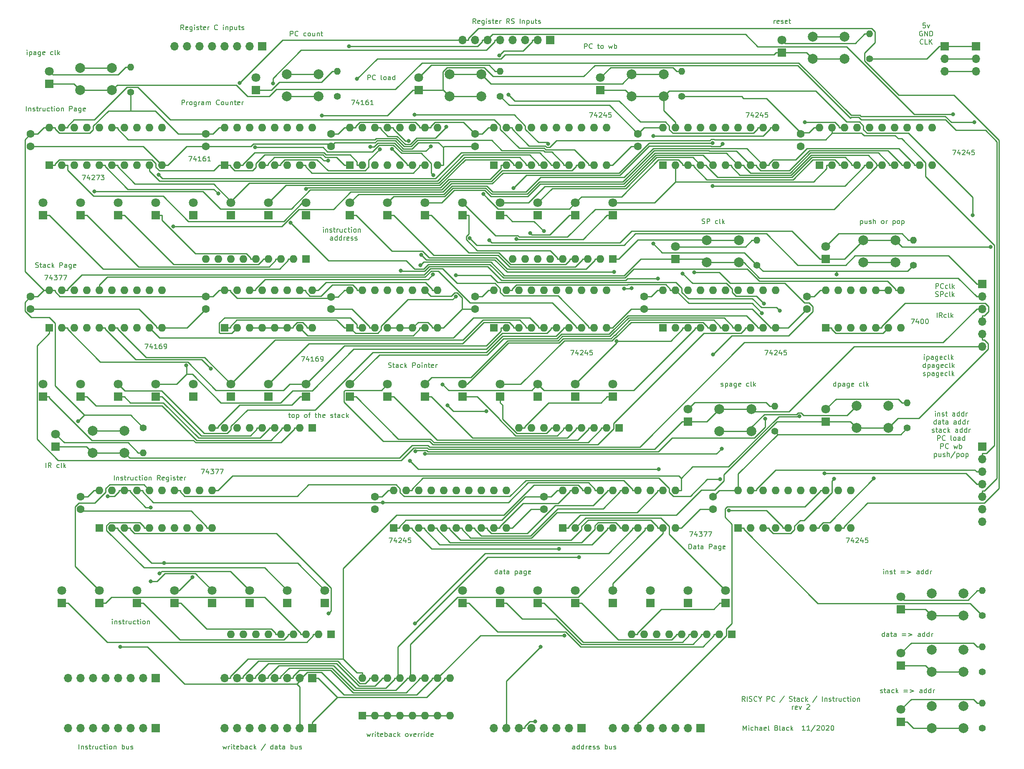
<source format=gbr>
%TF.GenerationSoftware,KiCad,Pcbnew,5.1.6-c6e7f7d~87~ubuntu16.04.1*%
%TF.CreationDate,2020-11-24T00:27:49-05:00*%
%TF.ProjectId,riscy_pc_ir_sp,72697363-795f-4706-935f-69725f73702e,rev?*%
%TF.SameCoordinates,Original*%
%TF.FileFunction,Copper,L1,Top*%
%TF.FilePolarity,Positive*%
%FSLAX46Y46*%
G04 Gerber Fmt 4.6, Leading zero omitted, Abs format (unit mm)*
G04 Created by KiCad (PCBNEW 5.1.6-c6e7f7d~87~ubuntu16.04.1) date 2020-11-24 00:27:49*
%MOMM*%
%LPD*%
G01*
G04 APERTURE LIST*
%TA.AperFunction,NonConductor*%
%ADD10C,0.150000*%
%TD*%
%TA.AperFunction,ComponentPad*%
%ADD11O,1.600000X1.600000*%
%TD*%
%TA.AperFunction,ComponentPad*%
%ADD12R,1.600000X1.600000*%
%TD*%
%TA.AperFunction,ComponentPad*%
%ADD13C,2.000000*%
%TD*%
%TA.AperFunction,ComponentPad*%
%ADD14O,1.400000X1.400000*%
%TD*%
%TA.AperFunction,ComponentPad*%
%ADD15C,1.400000*%
%TD*%
%TA.AperFunction,ComponentPad*%
%ADD16O,1.700000X1.700000*%
%TD*%
%TA.AperFunction,ComponentPad*%
%ADD17R,1.700000X1.700000*%
%TD*%
%TA.AperFunction,ComponentPad*%
%ADD18C,1.800000*%
%TD*%
%TA.AperFunction,ComponentPad*%
%ADD19R,1.800000X1.800000*%
%TD*%
%TA.AperFunction,ComponentPad*%
%ADD20C,1.600000*%
%TD*%
%TA.AperFunction,ViaPad*%
%ADD21C,0.800000*%
%TD*%
%TA.AperFunction,Conductor*%
%ADD22C,0.250000*%
%TD*%
G04 APERTURE END LIST*
D10*
X183809047Y-69922380D02*
X183809047Y-69255714D01*
X183809047Y-68922380D02*
X183761428Y-68970000D01*
X183809047Y-69017619D01*
X183856666Y-68970000D01*
X183809047Y-68922380D01*
X183809047Y-69017619D01*
X184285238Y-69255714D02*
X184285238Y-70255714D01*
X184285238Y-69303333D02*
X184380476Y-69255714D01*
X184570952Y-69255714D01*
X184666190Y-69303333D01*
X184713809Y-69350952D01*
X184761428Y-69446190D01*
X184761428Y-69731904D01*
X184713809Y-69827142D01*
X184666190Y-69874761D01*
X184570952Y-69922380D01*
X184380476Y-69922380D01*
X184285238Y-69874761D01*
X185618571Y-69922380D02*
X185618571Y-69398571D01*
X185570952Y-69303333D01*
X185475714Y-69255714D01*
X185285238Y-69255714D01*
X185190000Y-69303333D01*
X185618571Y-69874761D02*
X185523333Y-69922380D01*
X185285238Y-69922380D01*
X185190000Y-69874761D01*
X185142380Y-69779523D01*
X185142380Y-69684285D01*
X185190000Y-69589047D01*
X185285238Y-69541428D01*
X185523333Y-69541428D01*
X185618571Y-69493809D01*
X186523333Y-69255714D02*
X186523333Y-70065238D01*
X186475714Y-70160476D01*
X186428095Y-70208095D01*
X186332857Y-70255714D01*
X186190000Y-70255714D01*
X186094761Y-70208095D01*
X186523333Y-69874761D02*
X186428095Y-69922380D01*
X186237619Y-69922380D01*
X186142380Y-69874761D01*
X186094761Y-69827142D01*
X186047142Y-69731904D01*
X186047142Y-69446190D01*
X186094761Y-69350952D01*
X186142380Y-69303333D01*
X186237619Y-69255714D01*
X186428095Y-69255714D01*
X186523333Y-69303333D01*
X187380476Y-69874761D02*
X187285238Y-69922380D01*
X187094761Y-69922380D01*
X186999523Y-69874761D01*
X186951904Y-69779523D01*
X186951904Y-69398571D01*
X186999523Y-69303333D01*
X187094761Y-69255714D01*
X187285238Y-69255714D01*
X187380476Y-69303333D01*
X187428095Y-69398571D01*
X187428095Y-69493809D01*
X186951904Y-69589047D01*
X188285238Y-69874761D02*
X188190000Y-69922380D01*
X187999523Y-69922380D01*
X187904285Y-69874761D01*
X187856666Y-69827142D01*
X187809047Y-69731904D01*
X187809047Y-69446190D01*
X187856666Y-69350952D01*
X187904285Y-69303333D01*
X187999523Y-69255714D01*
X188190000Y-69255714D01*
X188285238Y-69303333D01*
X188856666Y-69922380D02*
X188761428Y-69874761D01*
X188713809Y-69779523D01*
X188713809Y-68922380D01*
X189237619Y-69922380D02*
X189237619Y-68922380D01*
X189332857Y-69541428D02*
X189618571Y-69922380D01*
X189618571Y-69255714D02*
X189237619Y-69636666D01*
X184023333Y-71572380D02*
X184023333Y-70572380D01*
X184023333Y-71524761D02*
X183928095Y-71572380D01*
X183737619Y-71572380D01*
X183642380Y-71524761D01*
X183594761Y-71477142D01*
X183547142Y-71381904D01*
X183547142Y-71096190D01*
X183594761Y-71000952D01*
X183642380Y-70953333D01*
X183737619Y-70905714D01*
X183928095Y-70905714D01*
X184023333Y-70953333D01*
X184499523Y-70905714D02*
X184499523Y-71905714D01*
X184499523Y-70953333D02*
X184594761Y-70905714D01*
X184785238Y-70905714D01*
X184880476Y-70953333D01*
X184928095Y-71000952D01*
X184975714Y-71096190D01*
X184975714Y-71381904D01*
X184928095Y-71477142D01*
X184880476Y-71524761D01*
X184785238Y-71572380D01*
X184594761Y-71572380D01*
X184499523Y-71524761D01*
X185832857Y-71572380D02*
X185832857Y-71048571D01*
X185785238Y-70953333D01*
X185690000Y-70905714D01*
X185499523Y-70905714D01*
X185404285Y-70953333D01*
X185832857Y-71524761D02*
X185737619Y-71572380D01*
X185499523Y-71572380D01*
X185404285Y-71524761D01*
X185356666Y-71429523D01*
X185356666Y-71334285D01*
X185404285Y-71239047D01*
X185499523Y-71191428D01*
X185737619Y-71191428D01*
X185832857Y-71143809D01*
X186737619Y-70905714D02*
X186737619Y-71715238D01*
X186690000Y-71810476D01*
X186642380Y-71858095D01*
X186547142Y-71905714D01*
X186404285Y-71905714D01*
X186309047Y-71858095D01*
X186737619Y-71524761D02*
X186642380Y-71572380D01*
X186451904Y-71572380D01*
X186356666Y-71524761D01*
X186309047Y-71477142D01*
X186261428Y-71381904D01*
X186261428Y-71096190D01*
X186309047Y-71000952D01*
X186356666Y-70953333D01*
X186451904Y-70905714D01*
X186642380Y-70905714D01*
X186737619Y-70953333D01*
X187594761Y-71524761D02*
X187499523Y-71572380D01*
X187309047Y-71572380D01*
X187213809Y-71524761D01*
X187166190Y-71429523D01*
X187166190Y-71048571D01*
X187213809Y-70953333D01*
X187309047Y-70905714D01*
X187499523Y-70905714D01*
X187594761Y-70953333D01*
X187642380Y-71048571D01*
X187642380Y-71143809D01*
X187166190Y-71239047D01*
X188499523Y-71524761D02*
X188404285Y-71572380D01*
X188213809Y-71572380D01*
X188118571Y-71524761D01*
X188070952Y-71477142D01*
X188023333Y-71381904D01*
X188023333Y-71096190D01*
X188070952Y-71000952D01*
X188118571Y-70953333D01*
X188213809Y-70905714D01*
X188404285Y-70905714D01*
X188499523Y-70953333D01*
X189070952Y-71572380D02*
X188975714Y-71524761D01*
X188928095Y-71429523D01*
X188928095Y-70572380D01*
X189451904Y-71572380D02*
X189451904Y-70572380D01*
X189547142Y-71191428D02*
X189832857Y-71572380D01*
X189832857Y-70905714D02*
X189451904Y-71286666D01*
X183594761Y-73174761D02*
X183690000Y-73222380D01*
X183880476Y-73222380D01*
X183975714Y-73174761D01*
X184023333Y-73079523D01*
X184023333Y-73031904D01*
X183975714Y-72936666D01*
X183880476Y-72889047D01*
X183737619Y-72889047D01*
X183642380Y-72841428D01*
X183594761Y-72746190D01*
X183594761Y-72698571D01*
X183642380Y-72603333D01*
X183737619Y-72555714D01*
X183880476Y-72555714D01*
X183975714Y-72603333D01*
X184451904Y-72555714D02*
X184451904Y-73555714D01*
X184451904Y-72603333D02*
X184547142Y-72555714D01*
X184737619Y-72555714D01*
X184832857Y-72603333D01*
X184880476Y-72650952D01*
X184928095Y-72746190D01*
X184928095Y-73031904D01*
X184880476Y-73127142D01*
X184832857Y-73174761D01*
X184737619Y-73222380D01*
X184547142Y-73222380D01*
X184451904Y-73174761D01*
X185785238Y-73222380D02*
X185785238Y-72698571D01*
X185737619Y-72603333D01*
X185642380Y-72555714D01*
X185451904Y-72555714D01*
X185356666Y-72603333D01*
X185785238Y-73174761D02*
X185690000Y-73222380D01*
X185451904Y-73222380D01*
X185356666Y-73174761D01*
X185309047Y-73079523D01*
X185309047Y-72984285D01*
X185356666Y-72889047D01*
X185451904Y-72841428D01*
X185690000Y-72841428D01*
X185785238Y-72793809D01*
X186690000Y-72555714D02*
X186690000Y-73365238D01*
X186642380Y-73460476D01*
X186594761Y-73508095D01*
X186499523Y-73555714D01*
X186356666Y-73555714D01*
X186261428Y-73508095D01*
X186690000Y-73174761D02*
X186594761Y-73222380D01*
X186404285Y-73222380D01*
X186309047Y-73174761D01*
X186261428Y-73127142D01*
X186213809Y-73031904D01*
X186213809Y-72746190D01*
X186261428Y-72650952D01*
X186309047Y-72603333D01*
X186404285Y-72555714D01*
X186594761Y-72555714D01*
X186690000Y-72603333D01*
X187547142Y-73174761D02*
X187451904Y-73222380D01*
X187261428Y-73222380D01*
X187166190Y-73174761D01*
X187118571Y-73079523D01*
X187118571Y-72698571D01*
X187166190Y-72603333D01*
X187261428Y-72555714D01*
X187451904Y-72555714D01*
X187547142Y-72603333D01*
X187594761Y-72698571D01*
X187594761Y-72793809D01*
X187118571Y-72889047D01*
X188451904Y-73174761D02*
X188356666Y-73222380D01*
X188166190Y-73222380D01*
X188070952Y-73174761D01*
X188023333Y-73127142D01*
X187975714Y-73031904D01*
X187975714Y-72746190D01*
X188023333Y-72650952D01*
X188070952Y-72603333D01*
X188166190Y-72555714D01*
X188356666Y-72555714D01*
X188451904Y-72603333D01*
X189023333Y-73222380D02*
X188928095Y-73174761D01*
X188880476Y-73079523D01*
X188880476Y-72222380D01*
X189404285Y-73222380D02*
X189404285Y-72222380D01*
X189499523Y-72841428D02*
X189785238Y-73222380D01*
X189785238Y-72555714D02*
X189404285Y-72936666D01*
X186364761Y-61412380D02*
X186364761Y-60412380D01*
X187412380Y-61412380D02*
X187079047Y-60936190D01*
X186840952Y-61412380D02*
X186840952Y-60412380D01*
X187221904Y-60412380D01*
X187317142Y-60460000D01*
X187364761Y-60507619D01*
X187412380Y-60602857D01*
X187412380Y-60745714D01*
X187364761Y-60840952D01*
X187317142Y-60888571D01*
X187221904Y-60936190D01*
X186840952Y-60936190D01*
X188269523Y-61364761D02*
X188174285Y-61412380D01*
X187983809Y-61412380D01*
X187888571Y-61364761D01*
X187840952Y-61317142D01*
X187793333Y-61221904D01*
X187793333Y-60936190D01*
X187840952Y-60840952D01*
X187888571Y-60793333D01*
X187983809Y-60745714D01*
X188174285Y-60745714D01*
X188269523Y-60793333D01*
X188840952Y-61412380D02*
X188745714Y-61364761D01*
X188698095Y-61269523D01*
X188698095Y-60412380D01*
X189221904Y-61412380D02*
X189221904Y-60412380D01*
X189317142Y-61031428D02*
X189602857Y-61412380D01*
X189602857Y-60745714D02*
X189221904Y-61126666D01*
X186102857Y-55507380D02*
X186102857Y-54507380D01*
X186483809Y-54507380D01*
X186579047Y-54555000D01*
X186626666Y-54602619D01*
X186674285Y-54697857D01*
X186674285Y-54840714D01*
X186626666Y-54935952D01*
X186579047Y-54983571D01*
X186483809Y-55031190D01*
X186102857Y-55031190D01*
X187674285Y-55412142D02*
X187626666Y-55459761D01*
X187483809Y-55507380D01*
X187388571Y-55507380D01*
X187245714Y-55459761D01*
X187150476Y-55364523D01*
X187102857Y-55269285D01*
X187055238Y-55078809D01*
X187055238Y-54935952D01*
X187102857Y-54745476D01*
X187150476Y-54650238D01*
X187245714Y-54555000D01*
X187388571Y-54507380D01*
X187483809Y-54507380D01*
X187626666Y-54555000D01*
X187674285Y-54602619D01*
X188531428Y-55459761D02*
X188436190Y-55507380D01*
X188245714Y-55507380D01*
X188150476Y-55459761D01*
X188102857Y-55412142D01*
X188055238Y-55316904D01*
X188055238Y-55031190D01*
X188102857Y-54935952D01*
X188150476Y-54888333D01*
X188245714Y-54840714D01*
X188436190Y-54840714D01*
X188531428Y-54888333D01*
X189102857Y-55507380D02*
X189007619Y-55459761D01*
X188960000Y-55364523D01*
X188960000Y-54507380D01*
X189483809Y-55507380D02*
X189483809Y-54507380D01*
X189579047Y-55126428D02*
X189864761Y-55507380D01*
X189864761Y-54840714D02*
X189483809Y-55221666D01*
X186079047Y-57109761D02*
X186221904Y-57157380D01*
X186460000Y-57157380D01*
X186555238Y-57109761D01*
X186602857Y-57062142D01*
X186650476Y-56966904D01*
X186650476Y-56871666D01*
X186602857Y-56776428D01*
X186555238Y-56728809D01*
X186460000Y-56681190D01*
X186269523Y-56633571D01*
X186174285Y-56585952D01*
X186126666Y-56538333D01*
X186079047Y-56443095D01*
X186079047Y-56347857D01*
X186126666Y-56252619D01*
X186174285Y-56205000D01*
X186269523Y-56157380D01*
X186507619Y-56157380D01*
X186650476Y-56205000D01*
X187079047Y-57157380D02*
X187079047Y-56157380D01*
X187460000Y-56157380D01*
X187555238Y-56205000D01*
X187602857Y-56252619D01*
X187650476Y-56347857D01*
X187650476Y-56490714D01*
X187602857Y-56585952D01*
X187555238Y-56633571D01*
X187460000Y-56681190D01*
X187079047Y-56681190D01*
X188507619Y-57109761D02*
X188412380Y-57157380D01*
X188221904Y-57157380D01*
X188126666Y-57109761D01*
X188079047Y-57062142D01*
X188031428Y-56966904D01*
X188031428Y-56681190D01*
X188079047Y-56585952D01*
X188126666Y-56538333D01*
X188221904Y-56490714D01*
X188412380Y-56490714D01*
X188507619Y-56538333D01*
X189079047Y-57157380D02*
X188983809Y-57109761D01*
X188936190Y-57014523D01*
X188936190Y-56157380D01*
X189460000Y-57157380D02*
X189460000Y-56157380D01*
X189555238Y-56776428D02*
X189840952Y-57157380D01*
X189840952Y-56490714D02*
X189460000Y-56871666D01*
X70708095Y-145835714D02*
X70898571Y-146502380D01*
X71089047Y-146026190D01*
X71279523Y-146502380D01*
X71470000Y-145835714D01*
X71850952Y-146502380D02*
X71850952Y-145835714D01*
X71850952Y-146026190D02*
X71898571Y-145930952D01*
X71946190Y-145883333D01*
X72041428Y-145835714D01*
X72136666Y-145835714D01*
X72470000Y-146502380D02*
X72470000Y-145835714D01*
X72470000Y-145502380D02*
X72422380Y-145550000D01*
X72470000Y-145597619D01*
X72517619Y-145550000D01*
X72470000Y-145502380D01*
X72470000Y-145597619D01*
X72803333Y-145835714D02*
X73184285Y-145835714D01*
X72946190Y-145502380D02*
X72946190Y-146359523D01*
X72993809Y-146454761D01*
X73089047Y-146502380D01*
X73184285Y-146502380D01*
X73898571Y-146454761D02*
X73803333Y-146502380D01*
X73612857Y-146502380D01*
X73517619Y-146454761D01*
X73470000Y-146359523D01*
X73470000Y-145978571D01*
X73517619Y-145883333D01*
X73612857Y-145835714D01*
X73803333Y-145835714D01*
X73898571Y-145883333D01*
X73946190Y-145978571D01*
X73946190Y-146073809D01*
X73470000Y-146169047D01*
X74374761Y-146502380D02*
X74374761Y-145502380D01*
X74374761Y-145883333D02*
X74470000Y-145835714D01*
X74660476Y-145835714D01*
X74755714Y-145883333D01*
X74803333Y-145930952D01*
X74850952Y-146026190D01*
X74850952Y-146311904D01*
X74803333Y-146407142D01*
X74755714Y-146454761D01*
X74660476Y-146502380D01*
X74470000Y-146502380D01*
X74374761Y-146454761D01*
X75708095Y-146502380D02*
X75708095Y-145978571D01*
X75660476Y-145883333D01*
X75565238Y-145835714D01*
X75374761Y-145835714D01*
X75279523Y-145883333D01*
X75708095Y-146454761D02*
X75612857Y-146502380D01*
X75374761Y-146502380D01*
X75279523Y-146454761D01*
X75231904Y-146359523D01*
X75231904Y-146264285D01*
X75279523Y-146169047D01*
X75374761Y-146121428D01*
X75612857Y-146121428D01*
X75708095Y-146073809D01*
X76612857Y-146454761D02*
X76517619Y-146502380D01*
X76327142Y-146502380D01*
X76231904Y-146454761D01*
X76184285Y-146407142D01*
X76136666Y-146311904D01*
X76136666Y-146026190D01*
X76184285Y-145930952D01*
X76231904Y-145883333D01*
X76327142Y-145835714D01*
X76517619Y-145835714D01*
X76612857Y-145883333D01*
X77041428Y-146502380D02*
X77041428Y-145502380D01*
X77136666Y-146121428D02*
X77422380Y-146502380D01*
X77422380Y-145835714D02*
X77041428Y-146216666D01*
X78755714Y-146502380D02*
X78660476Y-146454761D01*
X78612857Y-146407142D01*
X78565238Y-146311904D01*
X78565238Y-146026190D01*
X78612857Y-145930952D01*
X78660476Y-145883333D01*
X78755714Y-145835714D01*
X78898571Y-145835714D01*
X78993809Y-145883333D01*
X79041428Y-145930952D01*
X79089047Y-146026190D01*
X79089047Y-146311904D01*
X79041428Y-146407142D01*
X78993809Y-146454761D01*
X78898571Y-146502380D01*
X78755714Y-146502380D01*
X79422380Y-145835714D02*
X79660476Y-146502380D01*
X79898571Y-145835714D01*
X80660476Y-146454761D02*
X80565238Y-146502380D01*
X80374761Y-146502380D01*
X80279523Y-146454761D01*
X80231904Y-146359523D01*
X80231904Y-145978571D01*
X80279523Y-145883333D01*
X80374761Y-145835714D01*
X80565238Y-145835714D01*
X80660476Y-145883333D01*
X80708095Y-145978571D01*
X80708095Y-146073809D01*
X80231904Y-146169047D01*
X81136666Y-146502380D02*
X81136666Y-145835714D01*
X81136666Y-146026190D02*
X81184285Y-145930952D01*
X81231904Y-145883333D01*
X81327142Y-145835714D01*
X81422380Y-145835714D01*
X81755714Y-146502380D02*
X81755714Y-145835714D01*
X81755714Y-146026190D02*
X81803333Y-145930952D01*
X81850952Y-145883333D01*
X81946190Y-145835714D01*
X82041428Y-145835714D01*
X82374761Y-146502380D02*
X82374761Y-145835714D01*
X82374761Y-145502380D02*
X82327142Y-145550000D01*
X82374761Y-145597619D01*
X82422380Y-145550000D01*
X82374761Y-145502380D01*
X82374761Y-145597619D01*
X83279523Y-146502380D02*
X83279523Y-145502380D01*
X83279523Y-146454761D02*
X83184285Y-146502380D01*
X82993809Y-146502380D01*
X82898571Y-146454761D01*
X82850952Y-146407142D01*
X82803333Y-146311904D01*
X82803333Y-146026190D01*
X82850952Y-145930952D01*
X82898571Y-145883333D01*
X82993809Y-145835714D01*
X83184285Y-145835714D01*
X83279523Y-145883333D01*
X84136666Y-146454761D02*
X84041428Y-146502380D01*
X83850952Y-146502380D01*
X83755714Y-146454761D01*
X83708095Y-146359523D01*
X83708095Y-145978571D01*
X83755714Y-145883333D01*
X83850952Y-145835714D01*
X84041428Y-145835714D01*
X84136666Y-145883333D01*
X84184285Y-145978571D01*
X84184285Y-146073809D01*
X83708095Y-146169047D01*
X147043333Y-145232380D02*
X147043333Y-144232380D01*
X147376666Y-144946666D01*
X147710000Y-144232380D01*
X147710000Y-145232380D01*
X148186190Y-145232380D02*
X148186190Y-144565714D01*
X148186190Y-144232380D02*
X148138571Y-144280000D01*
X148186190Y-144327619D01*
X148233809Y-144280000D01*
X148186190Y-144232380D01*
X148186190Y-144327619D01*
X149090952Y-145184761D02*
X148995714Y-145232380D01*
X148805238Y-145232380D01*
X148710000Y-145184761D01*
X148662380Y-145137142D01*
X148614761Y-145041904D01*
X148614761Y-144756190D01*
X148662380Y-144660952D01*
X148710000Y-144613333D01*
X148805238Y-144565714D01*
X148995714Y-144565714D01*
X149090952Y-144613333D01*
X149519523Y-145232380D02*
X149519523Y-144232380D01*
X149948095Y-145232380D02*
X149948095Y-144708571D01*
X149900476Y-144613333D01*
X149805238Y-144565714D01*
X149662380Y-144565714D01*
X149567142Y-144613333D01*
X149519523Y-144660952D01*
X150852857Y-145232380D02*
X150852857Y-144708571D01*
X150805238Y-144613333D01*
X150710000Y-144565714D01*
X150519523Y-144565714D01*
X150424285Y-144613333D01*
X150852857Y-145184761D02*
X150757619Y-145232380D01*
X150519523Y-145232380D01*
X150424285Y-145184761D01*
X150376666Y-145089523D01*
X150376666Y-144994285D01*
X150424285Y-144899047D01*
X150519523Y-144851428D01*
X150757619Y-144851428D01*
X150852857Y-144803809D01*
X151710000Y-145184761D02*
X151614761Y-145232380D01*
X151424285Y-145232380D01*
X151329047Y-145184761D01*
X151281428Y-145089523D01*
X151281428Y-144708571D01*
X151329047Y-144613333D01*
X151424285Y-144565714D01*
X151614761Y-144565714D01*
X151710000Y-144613333D01*
X151757619Y-144708571D01*
X151757619Y-144803809D01*
X151281428Y-144899047D01*
X152329047Y-145232380D02*
X152233809Y-145184761D01*
X152186190Y-145089523D01*
X152186190Y-144232380D01*
X153805238Y-144708571D02*
X153948095Y-144756190D01*
X153995714Y-144803809D01*
X154043333Y-144899047D01*
X154043333Y-145041904D01*
X153995714Y-145137142D01*
X153948095Y-145184761D01*
X153852857Y-145232380D01*
X153471904Y-145232380D01*
X153471904Y-144232380D01*
X153805238Y-144232380D01*
X153900476Y-144280000D01*
X153948095Y-144327619D01*
X153995714Y-144422857D01*
X153995714Y-144518095D01*
X153948095Y-144613333D01*
X153900476Y-144660952D01*
X153805238Y-144708571D01*
X153471904Y-144708571D01*
X154614761Y-145232380D02*
X154519523Y-145184761D01*
X154471904Y-145089523D01*
X154471904Y-144232380D01*
X155424285Y-145232380D02*
X155424285Y-144708571D01*
X155376666Y-144613333D01*
X155281428Y-144565714D01*
X155090952Y-144565714D01*
X154995714Y-144613333D01*
X155424285Y-145184761D02*
X155329047Y-145232380D01*
X155090952Y-145232380D01*
X154995714Y-145184761D01*
X154948095Y-145089523D01*
X154948095Y-144994285D01*
X154995714Y-144899047D01*
X155090952Y-144851428D01*
X155329047Y-144851428D01*
X155424285Y-144803809D01*
X156329047Y-145184761D02*
X156233809Y-145232380D01*
X156043333Y-145232380D01*
X155948095Y-145184761D01*
X155900476Y-145137142D01*
X155852857Y-145041904D01*
X155852857Y-144756190D01*
X155900476Y-144660952D01*
X155948095Y-144613333D01*
X156043333Y-144565714D01*
X156233809Y-144565714D01*
X156329047Y-144613333D01*
X156757619Y-145232380D02*
X156757619Y-144232380D01*
X156852857Y-144851428D02*
X157138571Y-145232380D01*
X157138571Y-144565714D02*
X156757619Y-144946666D01*
X159614761Y-145232380D02*
X159043333Y-145232380D01*
X159329047Y-145232380D02*
X159329047Y-144232380D01*
X159233809Y-144375238D01*
X159138571Y-144470476D01*
X159043333Y-144518095D01*
X160567142Y-145232380D02*
X159995714Y-145232380D01*
X160281428Y-145232380D02*
X160281428Y-144232380D01*
X160186190Y-144375238D01*
X160090952Y-144470476D01*
X159995714Y-144518095D01*
X161710000Y-144184761D02*
X160852857Y-145470476D01*
X161995714Y-144327619D02*
X162043333Y-144280000D01*
X162138571Y-144232380D01*
X162376666Y-144232380D01*
X162471904Y-144280000D01*
X162519523Y-144327619D01*
X162567142Y-144422857D01*
X162567142Y-144518095D01*
X162519523Y-144660952D01*
X161948095Y-145232380D01*
X162567142Y-145232380D01*
X163186190Y-144232380D02*
X163281428Y-144232380D01*
X163376666Y-144280000D01*
X163424285Y-144327619D01*
X163471904Y-144422857D01*
X163519523Y-144613333D01*
X163519523Y-144851428D01*
X163471904Y-145041904D01*
X163424285Y-145137142D01*
X163376666Y-145184761D01*
X163281428Y-145232380D01*
X163186190Y-145232380D01*
X163090952Y-145184761D01*
X163043333Y-145137142D01*
X162995714Y-145041904D01*
X162948095Y-144851428D01*
X162948095Y-144613333D01*
X162995714Y-144422857D01*
X163043333Y-144327619D01*
X163090952Y-144280000D01*
X163186190Y-144232380D01*
X163900476Y-144327619D02*
X163948095Y-144280000D01*
X164043333Y-144232380D01*
X164281428Y-144232380D01*
X164376666Y-144280000D01*
X164424285Y-144327619D01*
X164471904Y-144422857D01*
X164471904Y-144518095D01*
X164424285Y-144660952D01*
X163852857Y-145232380D01*
X164471904Y-145232380D01*
X165090952Y-144232380D02*
X165186190Y-144232380D01*
X165281428Y-144280000D01*
X165329047Y-144327619D01*
X165376666Y-144422857D01*
X165424285Y-144613333D01*
X165424285Y-144851428D01*
X165376666Y-145041904D01*
X165329047Y-145137142D01*
X165281428Y-145184761D01*
X165186190Y-145232380D01*
X165090952Y-145232380D01*
X164995714Y-145184761D01*
X164948095Y-145137142D01*
X164900476Y-145041904D01*
X164852857Y-144851428D01*
X164852857Y-144613333D01*
X164900476Y-144422857D01*
X164948095Y-144327619D01*
X164995714Y-144280000D01*
X165090952Y-144232380D01*
X147416666Y-139327380D02*
X147083333Y-138851190D01*
X146845238Y-139327380D02*
X146845238Y-138327380D01*
X147226190Y-138327380D01*
X147321428Y-138375000D01*
X147369047Y-138422619D01*
X147416666Y-138517857D01*
X147416666Y-138660714D01*
X147369047Y-138755952D01*
X147321428Y-138803571D01*
X147226190Y-138851190D01*
X146845238Y-138851190D01*
X147845238Y-139327380D02*
X147845238Y-138327380D01*
X148273809Y-139279761D02*
X148416666Y-139327380D01*
X148654761Y-139327380D01*
X148750000Y-139279761D01*
X148797619Y-139232142D01*
X148845238Y-139136904D01*
X148845238Y-139041666D01*
X148797619Y-138946428D01*
X148750000Y-138898809D01*
X148654761Y-138851190D01*
X148464285Y-138803571D01*
X148369047Y-138755952D01*
X148321428Y-138708333D01*
X148273809Y-138613095D01*
X148273809Y-138517857D01*
X148321428Y-138422619D01*
X148369047Y-138375000D01*
X148464285Y-138327380D01*
X148702380Y-138327380D01*
X148845238Y-138375000D01*
X149845238Y-139232142D02*
X149797619Y-139279761D01*
X149654761Y-139327380D01*
X149559523Y-139327380D01*
X149416666Y-139279761D01*
X149321428Y-139184523D01*
X149273809Y-139089285D01*
X149226190Y-138898809D01*
X149226190Y-138755952D01*
X149273809Y-138565476D01*
X149321428Y-138470238D01*
X149416666Y-138375000D01*
X149559523Y-138327380D01*
X149654761Y-138327380D01*
X149797619Y-138375000D01*
X149845238Y-138422619D01*
X150464285Y-138851190D02*
X150464285Y-139327380D01*
X150130952Y-138327380D02*
X150464285Y-138851190D01*
X150797619Y-138327380D01*
X151892857Y-139327380D02*
X151892857Y-138327380D01*
X152273809Y-138327380D01*
X152369047Y-138375000D01*
X152416666Y-138422619D01*
X152464285Y-138517857D01*
X152464285Y-138660714D01*
X152416666Y-138755952D01*
X152369047Y-138803571D01*
X152273809Y-138851190D01*
X151892857Y-138851190D01*
X153464285Y-139232142D02*
X153416666Y-139279761D01*
X153273809Y-139327380D01*
X153178571Y-139327380D01*
X153035714Y-139279761D01*
X152940476Y-139184523D01*
X152892857Y-139089285D01*
X152845238Y-138898809D01*
X152845238Y-138755952D01*
X152892857Y-138565476D01*
X152940476Y-138470238D01*
X153035714Y-138375000D01*
X153178571Y-138327380D01*
X153273809Y-138327380D01*
X153416666Y-138375000D01*
X153464285Y-138422619D01*
X155369047Y-138279761D02*
X154511904Y-139565476D01*
X156416666Y-139279761D02*
X156559523Y-139327380D01*
X156797619Y-139327380D01*
X156892857Y-139279761D01*
X156940476Y-139232142D01*
X156988095Y-139136904D01*
X156988095Y-139041666D01*
X156940476Y-138946428D01*
X156892857Y-138898809D01*
X156797619Y-138851190D01*
X156607142Y-138803571D01*
X156511904Y-138755952D01*
X156464285Y-138708333D01*
X156416666Y-138613095D01*
X156416666Y-138517857D01*
X156464285Y-138422619D01*
X156511904Y-138375000D01*
X156607142Y-138327380D01*
X156845238Y-138327380D01*
X156988095Y-138375000D01*
X157273809Y-138660714D02*
X157654761Y-138660714D01*
X157416666Y-138327380D02*
X157416666Y-139184523D01*
X157464285Y-139279761D01*
X157559523Y-139327380D01*
X157654761Y-139327380D01*
X158416666Y-139327380D02*
X158416666Y-138803571D01*
X158369047Y-138708333D01*
X158273809Y-138660714D01*
X158083333Y-138660714D01*
X157988095Y-138708333D01*
X158416666Y-139279761D02*
X158321428Y-139327380D01*
X158083333Y-139327380D01*
X157988095Y-139279761D01*
X157940476Y-139184523D01*
X157940476Y-139089285D01*
X157988095Y-138994047D01*
X158083333Y-138946428D01*
X158321428Y-138946428D01*
X158416666Y-138898809D01*
X159321428Y-139279761D02*
X159226190Y-139327380D01*
X159035714Y-139327380D01*
X158940476Y-139279761D01*
X158892857Y-139232142D01*
X158845238Y-139136904D01*
X158845238Y-138851190D01*
X158892857Y-138755952D01*
X158940476Y-138708333D01*
X159035714Y-138660714D01*
X159226190Y-138660714D01*
X159321428Y-138708333D01*
X159750000Y-139327380D02*
X159750000Y-138327380D01*
X159845238Y-138946428D02*
X160130952Y-139327380D01*
X160130952Y-138660714D02*
X159750000Y-139041666D01*
X162035714Y-138279761D02*
X161178571Y-139565476D01*
X163130952Y-139327380D02*
X163130952Y-138327380D01*
X163607142Y-138660714D02*
X163607142Y-139327380D01*
X163607142Y-138755952D02*
X163654761Y-138708333D01*
X163750000Y-138660714D01*
X163892857Y-138660714D01*
X163988095Y-138708333D01*
X164035714Y-138803571D01*
X164035714Y-139327380D01*
X164464285Y-139279761D02*
X164559523Y-139327380D01*
X164750000Y-139327380D01*
X164845238Y-139279761D01*
X164892857Y-139184523D01*
X164892857Y-139136904D01*
X164845238Y-139041666D01*
X164750000Y-138994047D01*
X164607142Y-138994047D01*
X164511904Y-138946428D01*
X164464285Y-138851190D01*
X164464285Y-138803571D01*
X164511904Y-138708333D01*
X164607142Y-138660714D01*
X164750000Y-138660714D01*
X164845238Y-138708333D01*
X165178571Y-138660714D02*
X165559523Y-138660714D01*
X165321428Y-138327380D02*
X165321428Y-139184523D01*
X165369047Y-139279761D01*
X165464285Y-139327380D01*
X165559523Y-139327380D01*
X165892857Y-139327380D02*
X165892857Y-138660714D01*
X165892857Y-138851190D02*
X165940476Y-138755952D01*
X165988095Y-138708333D01*
X166083333Y-138660714D01*
X166178571Y-138660714D01*
X166940476Y-138660714D02*
X166940476Y-139327380D01*
X166511904Y-138660714D02*
X166511904Y-139184523D01*
X166559523Y-139279761D01*
X166654761Y-139327380D01*
X166797619Y-139327380D01*
X166892857Y-139279761D01*
X166940476Y-139232142D01*
X167845238Y-139279761D02*
X167750000Y-139327380D01*
X167559523Y-139327380D01*
X167464285Y-139279761D01*
X167416666Y-139232142D01*
X167369047Y-139136904D01*
X167369047Y-138851190D01*
X167416666Y-138755952D01*
X167464285Y-138708333D01*
X167559523Y-138660714D01*
X167750000Y-138660714D01*
X167845238Y-138708333D01*
X168130952Y-138660714D02*
X168511904Y-138660714D01*
X168273809Y-138327380D02*
X168273809Y-139184523D01*
X168321428Y-139279761D01*
X168416666Y-139327380D01*
X168511904Y-139327380D01*
X168845238Y-139327380D02*
X168845238Y-138660714D01*
X168845238Y-138327380D02*
X168797619Y-138375000D01*
X168845238Y-138422619D01*
X168892857Y-138375000D01*
X168845238Y-138327380D01*
X168845238Y-138422619D01*
X169464285Y-139327380D02*
X169369047Y-139279761D01*
X169321428Y-139232142D01*
X169273809Y-139136904D01*
X169273809Y-138851190D01*
X169321428Y-138755952D01*
X169369047Y-138708333D01*
X169464285Y-138660714D01*
X169607142Y-138660714D01*
X169702380Y-138708333D01*
X169750000Y-138755952D01*
X169797619Y-138851190D01*
X169797619Y-139136904D01*
X169750000Y-139232142D01*
X169702380Y-139279761D01*
X169607142Y-139327380D01*
X169464285Y-139327380D01*
X170226190Y-138660714D02*
X170226190Y-139327380D01*
X170226190Y-138755952D02*
X170273809Y-138708333D01*
X170369047Y-138660714D01*
X170511904Y-138660714D01*
X170607142Y-138708333D01*
X170654761Y-138803571D01*
X170654761Y-139327380D01*
X157011904Y-140977380D02*
X157011904Y-140310714D01*
X157011904Y-140501190D02*
X157059523Y-140405952D01*
X157107142Y-140358333D01*
X157202380Y-140310714D01*
X157297619Y-140310714D01*
X158011904Y-140929761D02*
X157916666Y-140977380D01*
X157726190Y-140977380D01*
X157630952Y-140929761D01*
X157583333Y-140834523D01*
X157583333Y-140453571D01*
X157630952Y-140358333D01*
X157726190Y-140310714D01*
X157916666Y-140310714D01*
X158011904Y-140358333D01*
X158059523Y-140453571D01*
X158059523Y-140548809D01*
X157583333Y-140644047D01*
X158392857Y-140310714D02*
X158630952Y-140977380D01*
X158869047Y-140310714D01*
X159964285Y-140072619D02*
X160011904Y-140025000D01*
X160107142Y-139977380D01*
X160345238Y-139977380D01*
X160440476Y-140025000D01*
X160488095Y-140072619D01*
X160535714Y-140167857D01*
X160535714Y-140263095D01*
X160488095Y-140405952D01*
X159916666Y-140977380D01*
X160535714Y-140977380D01*
X142573809Y-75334761D02*
X142669047Y-75382380D01*
X142859523Y-75382380D01*
X142954761Y-75334761D01*
X143002380Y-75239523D01*
X143002380Y-75191904D01*
X142954761Y-75096666D01*
X142859523Y-75049047D01*
X142716666Y-75049047D01*
X142621428Y-75001428D01*
X142573809Y-74906190D01*
X142573809Y-74858571D01*
X142621428Y-74763333D01*
X142716666Y-74715714D01*
X142859523Y-74715714D01*
X142954761Y-74763333D01*
X143430952Y-74715714D02*
X143430952Y-75715714D01*
X143430952Y-74763333D02*
X143526190Y-74715714D01*
X143716666Y-74715714D01*
X143811904Y-74763333D01*
X143859523Y-74810952D01*
X143907142Y-74906190D01*
X143907142Y-75191904D01*
X143859523Y-75287142D01*
X143811904Y-75334761D01*
X143716666Y-75382380D01*
X143526190Y-75382380D01*
X143430952Y-75334761D01*
X144764285Y-75382380D02*
X144764285Y-74858571D01*
X144716666Y-74763333D01*
X144621428Y-74715714D01*
X144430952Y-74715714D01*
X144335714Y-74763333D01*
X144764285Y-75334761D02*
X144669047Y-75382380D01*
X144430952Y-75382380D01*
X144335714Y-75334761D01*
X144288095Y-75239523D01*
X144288095Y-75144285D01*
X144335714Y-75049047D01*
X144430952Y-75001428D01*
X144669047Y-75001428D01*
X144764285Y-74953809D01*
X145669047Y-74715714D02*
X145669047Y-75525238D01*
X145621428Y-75620476D01*
X145573809Y-75668095D01*
X145478571Y-75715714D01*
X145335714Y-75715714D01*
X145240476Y-75668095D01*
X145669047Y-75334761D02*
X145573809Y-75382380D01*
X145383333Y-75382380D01*
X145288095Y-75334761D01*
X145240476Y-75287142D01*
X145192857Y-75191904D01*
X145192857Y-74906190D01*
X145240476Y-74810952D01*
X145288095Y-74763333D01*
X145383333Y-74715714D01*
X145573809Y-74715714D01*
X145669047Y-74763333D01*
X146526190Y-75334761D02*
X146430952Y-75382380D01*
X146240476Y-75382380D01*
X146145238Y-75334761D01*
X146097619Y-75239523D01*
X146097619Y-74858571D01*
X146145238Y-74763333D01*
X146240476Y-74715714D01*
X146430952Y-74715714D01*
X146526190Y-74763333D01*
X146573809Y-74858571D01*
X146573809Y-74953809D01*
X146097619Y-75049047D01*
X148192857Y-75334761D02*
X148097619Y-75382380D01*
X147907142Y-75382380D01*
X147811904Y-75334761D01*
X147764285Y-75287142D01*
X147716666Y-75191904D01*
X147716666Y-74906190D01*
X147764285Y-74810952D01*
X147811904Y-74763333D01*
X147907142Y-74715714D01*
X148097619Y-74715714D01*
X148192857Y-74763333D01*
X148764285Y-75382380D02*
X148669047Y-75334761D01*
X148621428Y-75239523D01*
X148621428Y-74382380D01*
X149145238Y-75382380D02*
X149145238Y-74382380D01*
X149240476Y-75001428D02*
X149526190Y-75382380D01*
X149526190Y-74715714D02*
X149145238Y-75096666D01*
X165862380Y-75382380D02*
X165862380Y-74382380D01*
X165862380Y-75334761D02*
X165767142Y-75382380D01*
X165576666Y-75382380D01*
X165481428Y-75334761D01*
X165433809Y-75287142D01*
X165386190Y-75191904D01*
X165386190Y-74906190D01*
X165433809Y-74810952D01*
X165481428Y-74763333D01*
X165576666Y-74715714D01*
X165767142Y-74715714D01*
X165862380Y-74763333D01*
X166338571Y-74715714D02*
X166338571Y-75715714D01*
X166338571Y-74763333D02*
X166433809Y-74715714D01*
X166624285Y-74715714D01*
X166719523Y-74763333D01*
X166767142Y-74810952D01*
X166814761Y-74906190D01*
X166814761Y-75191904D01*
X166767142Y-75287142D01*
X166719523Y-75334761D01*
X166624285Y-75382380D01*
X166433809Y-75382380D01*
X166338571Y-75334761D01*
X167671904Y-75382380D02*
X167671904Y-74858571D01*
X167624285Y-74763333D01*
X167529047Y-74715714D01*
X167338571Y-74715714D01*
X167243333Y-74763333D01*
X167671904Y-75334761D02*
X167576666Y-75382380D01*
X167338571Y-75382380D01*
X167243333Y-75334761D01*
X167195714Y-75239523D01*
X167195714Y-75144285D01*
X167243333Y-75049047D01*
X167338571Y-75001428D01*
X167576666Y-75001428D01*
X167671904Y-74953809D01*
X168576666Y-74715714D02*
X168576666Y-75525238D01*
X168529047Y-75620476D01*
X168481428Y-75668095D01*
X168386190Y-75715714D01*
X168243333Y-75715714D01*
X168148095Y-75668095D01*
X168576666Y-75334761D02*
X168481428Y-75382380D01*
X168290952Y-75382380D01*
X168195714Y-75334761D01*
X168148095Y-75287142D01*
X168100476Y-75191904D01*
X168100476Y-74906190D01*
X168148095Y-74810952D01*
X168195714Y-74763333D01*
X168290952Y-74715714D01*
X168481428Y-74715714D01*
X168576666Y-74763333D01*
X169433809Y-75334761D02*
X169338571Y-75382380D01*
X169148095Y-75382380D01*
X169052857Y-75334761D01*
X169005238Y-75239523D01*
X169005238Y-74858571D01*
X169052857Y-74763333D01*
X169148095Y-74715714D01*
X169338571Y-74715714D01*
X169433809Y-74763333D01*
X169481428Y-74858571D01*
X169481428Y-74953809D01*
X169005238Y-75049047D01*
X171100476Y-75334761D02*
X171005238Y-75382380D01*
X170814761Y-75382380D01*
X170719523Y-75334761D01*
X170671904Y-75287142D01*
X170624285Y-75191904D01*
X170624285Y-74906190D01*
X170671904Y-74810952D01*
X170719523Y-74763333D01*
X170814761Y-74715714D01*
X171005238Y-74715714D01*
X171100476Y-74763333D01*
X171671904Y-75382380D02*
X171576666Y-75334761D01*
X171529047Y-75239523D01*
X171529047Y-74382380D01*
X172052857Y-75382380D02*
X172052857Y-74382380D01*
X172148095Y-75001428D02*
X172433809Y-75382380D01*
X172433809Y-74715714D02*
X172052857Y-75096666D01*
X1818095Y-8072380D02*
X1818095Y-7405714D01*
X1818095Y-7072380D02*
X1770476Y-7120000D01*
X1818095Y-7167619D01*
X1865714Y-7120000D01*
X1818095Y-7072380D01*
X1818095Y-7167619D01*
X2294285Y-7405714D02*
X2294285Y-8405714D01*
X2294285Y-7453333D02*
X2389523Y-7405714D01*
X2580000Y-7405714D01*
X2675238Y-7453333D01*
X2722857Y-7500952D01*
X2770476Y-7596190D01*
X2770476Y-7881904D01*
X2722857Y-7977142D01*
X2675238Y-8024761D01*
X2580000Y-8072380D01*
X2389523Y-8072380D01*
X2294285Y-8024761D01*
X3627619Y-8072380D02*
X3627619Y-7548571D01*
X3580000Y-7453333D01*
X3484761Y-7405714D01*
X3294285Y-7405714D01*
X3199047Y-7453333D01*
X3627619Y-8024761D02*
X3532380Y-8072380D01*
X3294285Y-8072380D01*
X3199047Y-8024761D01*
X3151428Y-7929523D01*
X3151428Y-7834285D01*
X3199047Y-7739047D01*
X3294285Y-7691428D01*
X3532380Y-7691428D01*
X3627619Y-7643809D01*
X4532380Y-7405714D02*
X4532380Y-8215238D01*
X4484761Y-8310476D01*
X4437142Y-8358095D01*
X4341904Y-8405714D01*
X4199047Y-8405714D01*
X4103809Y-8358095D01*
X4532380Y-8024761D02*
X4437142Y-8072380D01*
X4246666Y-8072380D01*
X4151428Y-8024761D01*
X4103809Y-7977142D01*
X4056190Y-7881904D01*
X4056190Y-7596190D01*
X4103809Y-7500952D01*
X4151428Y-7453333D01*
X4246666Y-7405714D01*
X4437142Y-7405714D01*
X4532380Y-7453333D01*
X5389523Y-8024761D02*
X5294285Y-8072380D01*
X5103809Y-8072380D01*
X5008571Y-8024761D01*
X4960952Y-7929523D01*
X4960952Y-7548571D01*
X5008571Y-7453333D01*
X5103809Y-7405714D01*
X5294285Y-7405714D01*
X5389523Y-7453333D01*
X5437142Y-7548571D01*
X5437142Y-7643809D01*
X4960952Y-7739047D01*
X7056190Y-8024761D02*
X6960952Y-8072380D01*
X6770476Y-8072380D01*
X6675238Y-8024761D01*
X6627619Y-7977142D01*
X6580000Y-7881904D01*
X6580000Y-7596190D01*
X6627619Y-7500952D01*
X6675238Y-7453333D01*
X6770476Y-7405714D01*
X6960952Y-7405714D01*
X7056190Y-7453333D01*
X7627619Y-8072380D02*
X7532380Y-8024761D01*
X7484761Y-7929523D01*
X7484761Y-7072380D01*
X8008571Y-8072380D02*
X8008571Y-7072380D01*
X8103809Y-7691428D02*
X8389523Y-8072380D01*
X8389523Y-7405714D02*
X8008571Y-7786666D01*
X5643809Y-91892380D02*
X5643809Y-90892380D01*
X6691428Y-91892380D02*
X6358095Y-91416190D01*
X6120000Y-91892380D02*
X6120000Y-90892380D01*
X6500952Y-90892380D01*
X6596190Y-90940000D01*
X6643809Y-90987619D01*
X6691428Y-91082857D01*
X6691428Y-91225714D01*
X6643809Y-91320952D01*
X6596190Y-91368571D01*
X6500952Y-91416190D01*
X6120000Y-91416190D01*
X8310476Y-91844761D02*
X8215238Y-91892380D01*
X8024761Y-91892380D01*
X7929523Y-91844761D01*
X7881904Y-91797142D01*
X7834285Y-91701904D01*
X7834285Y-91416190D01*
X7881904Y-91320952D01*
X7929523Y-91273333D01*
X8024761Y-91225714D01*
X8215238Y-91225714D01*
X8310476Y-91273333D01*
X8881904Y-91892380D02*
X8786666Y-91844761D01*
X8739047Y-91749523D01*
X8739047Y-90892380D01*
X9262857Y-91892380D02*
X9262857Y-90892380D01*
X9358095Y-91511428D02*
X9643809Y-91892380D01*
X9643809Y-91225714D02*
X9262857Y-91606666D01*
X114871904Y-6802380D02*
X114871904Y-5802380D01*
X115252857Y-5802380D01*
X115348095Y-5850000D01*
X115395714Y-5897619D01*
X115443333Y-5992857D01*
X115443333Y-6135714D01*
X115395714Y-6230952D01*
X115348095Y-6278571D01*
X115252857Y-6326190D01*
X114871904Y-6326190D01*
X116443333Y-6707142D02*
X116395714Y-6754761D01*
X116252857Y-6802380D01*
X116157619Y-6802380D01*
X116014761Y-6754761D01*
X115919523Y-6659523D01*
X115871904Y-6564285D01*
X115824285Y-6373809D01*
X115824285Y-6230952D01*
X115871904Y-6040476D01*
X115919523Y-5945238D01*
X116014761Y-5850000D01*
X116157619Y-5802380D01*
X116252857Y-5802380D01*
X116395714Y-5850000D01*
X116443333Y-5897619D01*
X117490952Y-6135714D02*
X117871904Y-6135714D01*
X117633809Y-5802380D02*
X117633809Y-6659523D01*
X117681428Y-6754761D01*
X117776666Y-6802380D01*
X117871904Y-6802380D01*
X118348095Y-6802380D02*
X118252857Y-6754761D01*
X118205238Y-6707142D01*
X118157619Y-6611904D01*
X118157619Y-6326190D01*
X118205238Y-6230952D01*
X118252857Y-6183333D01*
X118348095Y-6135714D01*
X118490952Y-6135714D01*
X118586190Y-6183333D01*
X118633809Y-6230952D01*
X118681428Y-6326190D01*
X118681428Y-6611904D01*
X118633809Y-6707142D01*
X118586190Y-6754761D01*
X118490952Y-6802380D01*
X118348095Y-6802380D01*
X119776666Y-6135714D02*
X119967142Y-6802380D01*
X120157619Y-6326190D01*
X120348095Y-6802380D01*
X120538571Y-6135714D01*
X120919523Y-6802380D02*
X120919523Y-5802380D01*
X120919523Y-6183333D02*
X121014761Y-6135714D01*
X121205238Y-6135714D01*
X121300476Y-6183333D01*
X121348095Y-6230952D01*
X121395714Y-6326190D01*
X121395714Y-6611904D01*
X121348095Y-6707142D01*
X121300476Y-6754761D01*
X121205238Y-6802380D01*
X121014761Y-6802380D01*
X120919523Y-6754761D01*
X70898095Y-13152380D02*
X70898095Y-12152380D01*
X71279047Y-12152380D01*
X71374285Y-12200000D01*
X71421904Y-12247619D01*
X71469523Y-12342857D01*
X71469523Y-12485714D01*
X71421904Y-12580952D01*
X71374285Y-12628571D01*
X71279047Y-12676190D01*
X70898095Y-12676190D01*
X72469523Y-13057142D02*
X72421904Y-13104761D01*
X72279047Y-13152380D01*
X72183809Y-13152380D01*
X72040952Y-13104761D01*
X71945714Y-13009523D01*
X71898095Y-12914285D01*
X71850476Y-12723809D01*
X71850476Y-12580952D01*
X71898095Y-12390476D01*
X71945714Y-12295238D01*
X72040952Y-12200000D01*
X72183809Y-12152380D01*
X72279047Y-12152380D01*
X72421904Y-12200000D01*
X72469523Y-12247619D01*
X73802857Y-13152380D02*
X73707619Y-13104761D01*
X73660000Y-13009523D01*
X73660000Y-12152380D01*
X74326666Y-13152380D02*
X74231428Y-13104761D01*
X74183809Y-13057142D01*
X74136190Y-12961904D01*
X74136190Y-12676190D01*
X74183809Y-12580952D01*
X74231428Y-12533333D01*
X74326666Y-12485714D01*
X74469523Y-12485714D01*
X74564761Y-12533333D01*
X74612380Y-12580952D01*
X74660000Y-12676190D01*
X74660000Y-12961904D01*
X74612380Y-13057142D01*
X74564761Y-13104761D01*
X74469523Y-13152380D01*
X74326666Y-13152380D01*
X75517142Y-13152380D02*
X75517142Y-12628571D01*
X75469523Y-12533333D01*
X75374285Y-12485714D01*
X75183809Y-12485714D01*
X75088571Y-12533333D01*
X75517142Y-13104761D02*
X75421904Y-13152380D01*
X75183809Y-13152380D01*
X75088571Y-13104761D01*
X75040952Y-13009523D01*
X75040952Y-12914285D01*
X75088571Y-12819047D01*
X75183809Y-12771428D01*
X75421904Y-12771428D01*
X75517142Y-12723809D01*
X76421904Y-13152380D02*
X76421904Y-12152380D01*
X76421904Y-13104761D02*
X76326666Y-13152380D01*
X76136190Y-13152380D01*
X76040952Y-13104761D01*
X75993333Y-13057142D01*
X75945714Y-12961904D01*
X75945714Y-12676190D01*
X75993333Y-12580952D01*
X76040952Y-12533333D01*
X76136190Y-12485714D01*
X76326666Y-12485714D01*
X76421904Y-12533333D01*
X174887619Y-137564761D02*
X174982857Y-137612380D01*
X175173333Y-137612380D01*
X175268571Y-137564761D01*
X175316190Y-137469523D01*
X175316190Y-137421904D01*
X175268571Y-137326666D01*
X175173333Y-137279047D01*
X175030476Y-137279047D01*
X174935238Y-137231428D01*
X174887619Y-137136190D01*
X174887619Y-137088571D01*
X174935238Y-136993333D01*
X175030476Y-136945714D01*
X175173333Y-136945714D01*
X175268571Y-136993333D01*
X175601904Y-136945714D02*
X175982857Y-136945714D01*
X175744761Y-136612380D02*
X175744761Y-137469523D01*
X175792380Y-137564761D01*
X175887619Y-137612380D01*
X175982857Y-137612380D01*
X176744761Y-137612380D02*
X176744761Y-137088571D01*
X176697142Y-136993333D01*
X176601904Y-136945714D01*
X176411428Y-136945714D01*
X176316190Y-136993333D01*
X176744761Y-137564761D02*
X176649523Y-137612380D01*
X176411428Y-137612380D01*
X176316190Y-137564761D01*
X176268571Y-137469523D01*
X176268571Y-137374285D01*
X176316190Y-137279047D01*
X176411428Y-137231428D01*
X176649523Y-137231428D01*
X176744761Y-137183809D01*
X177649523Y-137564761D02*
X177554285Y-137612380D01*
X177363809Y-137612380D01*
X177268571Y-137564761D01*
X177220952Y-137517142D01*
X177173333Y-137421904D01*
X177173333Y-137136190D01*
X177220952Y-137040952D01*
X177268571Y-136993333D01*
X177363809Y-136945714D01*
X177554285Y-136945714D01*
X177649523Y-136993333D01*
X178078095Y-137612380D02*
X178078095Y-136612380D01*
X178173333Y-137231428D02*
X178459047Y-137612380D01*
X178459047Y-136945714D02*
X178078095Y-137326666D01*
X179649523Y-137088571D02*
X180411428Y-137088571D01*
X180411428Y-137374285D02*
X179649523Y-137374285D01*
X180887619Y-136945714D02*
X181649523Y-137231428D01*
X180887619Y-137517142D01*
X183316190Y-137612380D02*
X183316190Y-137088571D01*
X183268571Y-136993333D01*
X183173333Y-136945714D01*
X182982857Y-136945714D01*
X182887619Y-136993333D01*
X183316190Y-137564761D02*
X183220952Y-137612380D01*
X182982857Y-137612380D01*
X182887619Y-137564761D01*
X182840000Y-137469523D01*
X182840000Y-137374285D01*
X182887619Y-137279047D01*
X182982857Y-137231428D01*
X183220952Y-137231428D01*
X183316190Y-137183809D01*
X184220952Y-137612380D02*
X184220952Y-136612380D01*
X184220952Y-137564761D02*
X184125714Y-137612380D01*
X183935238Y-137612380D01*
X183840000Y-137564761D01*
X183792380Y-137517142D01*
X183744761Y-137421904D01*
X183744761Y-137136190D01*
X183792380Y-137040952D01*
X183840000Y-136993333D01*
X183935238Y-136945714D01*
X184125714Y-136945714D01*
X184220952Y-136993333D01*
X185125714Y-137612380D02*
X185125714Y-136612380D01*
X185125714Y-137564761D02*
X185030476Y-137612380D01*
X184840000Y-137612380D01*
X184744761Y-137564761D01*
X184697142Y-137517142D01*
X184649523Y-137421904D01*
X184649523Y-137136190D01*
X184697142Y-137040952D01*
X184744761Y-136993333D01*
X184840000Y-136945714D01*
X185030476Y-136945714D01*
X185125714Y-136993333D01*
X185601904Y-137612380D02*
X185601904Y-136945714D01*
X185601904Y-137136190D02*
X185649523Y-137040952D01*
X185697142Y-136993333D01*
X185792380Y-136945714D01*
X185887619Y-136945714D01*
X175697142Y-126182380D02*
X175697142Y-125182380D01*
X175697142Y-126134761D02*
X175601904Y-126182380D01*
X175411428Y-126182380D01*
X175316190Y-126134761D01*
X175268571Y-126087142D01*
X175220952Y-125991904D01*
X175220952Y-125706190D01*
X175268571Y-125610952D01*
X175316190Y-125563333D01*
X175411428Y-125515714D01*
X175601904Y-125515714D01*
X175697142Y-125563333D01*
X176601904Y-126182380D02*
X176601904Y-125658571D01*
X176554285Y-125563333D01*
X176459047Y-125515714D01*
X176268571Y-125515714D01*
X176173333Y-125563333D01*
X176601904Y-126134761D02*
X176506666Y-126182380D01*
X176268571Y-126182380D01*
X176173333Y-126134761D01*
X176125714Y-126039523D01*
X176125714Y-125944285D01*
X176173333Y-125849047D01*
X176268571Y-125801428D01*
X176506666Y-125801428D01*
X176601904Y-125753809D01*
X176935238Y-125515714D02*
X177316190Y-125515714D01*
X177078095Y-125182380D02*
X177078095Y-126039523D01*
X177125714Y-126134761D01*
X177220952Y-126182380D01*
X177316190Y-126182380D01*
X178078095Y-126182380D02*
X178078095Y-125658571D01*
X178030476Y-125563333D01*
X177935238Y-125515714D01*
X177744761Y-125515714D01*
X177649523Y-125563333D01*
X178078095Y-126134761D02*
X177982857Y-126182380D01*
X177744761Y-126182380D01*
X177649523Y-126134761D01*
X177601904Y-126039523D01*
X177601904Y-125944285D01*
X177649523Y-125849047D01*
X177744761Y-125801428D01*
X177982857Y-125801428D01*
X178078095Y-125753809D01*
X179316190Y-125658571D02*
X180078095Y-125658571D01*
X180078095Y-125944285D02*
X179316190Y-125944285D01*
X180554285Y-125515714D02*
X181316190Y-125801428D01*
X180554285Y-126087142D01*
X182982857Y-126182380D02*
X182982857Y-125658571D01*
X182935238Y-125563333D01*
X182840000Y-125515714D01*
X182649523Y-125515714D01*
X182554285Y-125563333D01*
X182982857Y-126134761D02*
X182887619Y-126182380D01*
X182649523Y-126182380D01*
X182554285Y-126134761D01*
X182506666Y-126039523D01*
X182506666Y-125944285D01*
X182554285Y-125849047D01*
X182649523Y-125801428D01*
X182887619Y-125801428D01*
X182982857Y-125753809D01*
X183887619Y-126182380D02*
X183887619Y-125182380D01*
X183887619Y-126134761D02*
X183792380Y-126182380D01*
X183601904Y-126182380D01*
X183506666Y-126134761D01*
X183459047Y-126087142D01*
X183411428Y-125991904D01*
X183411428Y-125706190D01*
X183459047Y-125610952D01*
X183506666Y-125563333D01*
X183601904Y-125515714D01*
X183792380Y-125515714D01*
X183887619Y-125563333D01*
X184792380Y-126182380D02*
X184792380Y-125182380D01*
X184792380Y-126134761D02*
X184697142Y-126182380D01*
X184506666Y-126182380D01*
X184411428Y-126134761D01*
X184363809Y-126087142D01*
X184316190Y-125991904D01*
X184316190Y-125706190D01*
X184363809Y-125610952D01*
X184411428Y-125563333D01*
X184506666Y-125515714D01*
X184697142Y-125515714D01*
X184792380Y-125563333D01*
X185268571Y-126182380D02*
X185268571Y-125515714D01*
X185268571Y-125706190D02*
X185316190Y-125610952D01*
X185363809Y-125563333D01*
X185459047Y-125515714D01*
X185554285Y-125515714D01*
X175530476Y-113482380D02*
X175530476Y-112815714D01*
X175530476Y-112482380D02*
X175482857Y-112530000D01*
X175530476Y-112577619D01*
X175578095Y-112530000D01*
X175530476Y-112482380D01*
X175530476Y-112577619D01*
X176006666Y-112815714D02*
X176006666Y-113482380D01*
X176006666Y-112910952D02*
X176054285Y-112863333D01*
X176149523Y-112815714D01*
X176292380Y-112815714D01*
X176387619Y-112863333D01*
X176435238Y-112958571D01*
X176435238Y-113482380D01*
X176863809Y-113434761D02*
X176959047Y-113482380D01*
X177149523Y-113482380D01*
X177244761Y-113434761D01*
X177292380Y-113339523D01*
X177292380Y-113291904D01*
X177244761Y-113196666D01*
X177149523Y-113149047D01*
X177006666Y-113149047D01*
X176911428Y-113101428D01*
X176863809Y-113006190D01*
X176863809Y-112958571D01*
X176911428Y-112863333D01*
X177006666Y-112815714D01*
X177149523Y-112815714D01*
X177244761Y-112863333D01*
X177578095Y-112815714D02*
X177959047Y-112815714D01*
X177720952Y-112482380D02*
X177720952Y-113339523D01*
X177768571Y-113434761D01*
X177863809Y-113482380D01*
X177959047Y-113482380D01*
X179054285Y-112958571D02*
X179816190Y-112958571D01*
X179816190Y-113244285D02*
X179054285Y-113244285D01*
X180292380Y-112815714D02*
X181054285Y-113101428D01*
X180292380Y-113387142D01*
X182720952Y-113482380D02*
X182720952Y-112958571D01*
X182673333Y-112863333D01*
X182578095Y-112815714D01*
X182387619Y-112815714D01*
X182292380Y-112863333D01*
X182720952Y-113434761D02*
X182625714Y-113482380D01*
X182387619Y-113482380D01*
X182292380Y-113434761D01*
X182244761Y-113339523D01*
X182244761Y-113244285D01*
X182292380Y-113149047D01*
X182387619Y-113101428D01*
X182625714Y-113101428D01*
X182720952Y-113053809D01*
X183625714Y-113482380D02*
X183625714Y-112482380D01*
X183625714Y-113434761D02*
X183530476Y-113482380D01*
X183340000Y-113482380D01*
X183244761Y-113434761D01*
X183197142Y-113387142D01*
X183149523Y-113291904D01*
X183149523Y-113006190D01*
X183197142Y-112910952D01*
X183244761Y-112863333D01*
X183340000Y-112815714D01*
X183530476Y-112815714D01*
X183625714Y-112863333D01*
X184530476Y-113482380D02*
X184530476Y-112482380D01*
X184530476Y-113434761D02*
X184435238Y-113482380D01*
X184244761Y-113482380D01*
X184149523Y-113434761D01*
X184101904Y-113387142D01*
X184054285Y-113291904D01*
X184054285Y-113006190D01*
X184101904Y-112910952D01*
X184149523Y-112863333D01*
X184244761Y-112815714D01*
X184435238Y-112815714D01*
X184530476Y-112863333D01*
X185006666Y-113482380D02*
X185006666Y-112815714D01*
X185006666Y-113006190D02*
X185054285Y-112910952D01*
X185101904Y-112863333D01*
X185197142Y-112815714D01*
X185292380Y-112815714D01*
X153320952Y-1722380D02*
X153320952Y-1055714D01*
X153320952Y-1246190D02*
X153368571Y-1150952D01*
X153416190Y-1103333D01*
X153511428Y-1055714D01*
X153606666Y-1055714D01*
X154320952Y-1674761D02*
X154225714Y-1722380D01*
X154035238Y-1722380D01*
X153940000Y-1674761D01*
X153892380Y-1579523D01*
X153892380Y-1198571D01*
X153940000Y-1103333D01*
X154035238Y-1055714D01*
X154225714Y-1055714D01*
X154320952Y-1103333D01*
X154368571Y-1198571D01*
X154368571Y-1293809D01*
X153892380Y-1389047D01*
X154749523Y-1674761D02*
X154844761Y-1722380D01*
X155035238Y-1722380D01*
X155130476Y-1674761D01*
X155178095Y-1579523D01*
X155178095Y-1531904D01*
X155130476Y-1436666D01*
X155035238Y-1389047D01*
X154892380Y-1389047D01*
X154797142Y-1341428D01*
X154749523Y-1246190D01*
X154749523Y-1198571D01*
X154797142Y-1103333D01*
X154892380Y-1055714D01*
X155035238Y-1055714D01*
X155130476Y-1103333D01*
X155987619Y-1674761D02*
X155892380Y-1722380D01*
X155701904Y-1722380D01*
X155606666Y-1674761D01*
X155559047Y-1579523D01*
X155559047Y-1198571D01*
X155606666Y-1103333D01*
X155701904Y-1055714D01*
X155892380Y-1055714D01*
X155987619Y-1103333D01*
X156035238Y-1198571D01*
X156035238Y-1293809D01*
X155559047Y-1389047D01*
X156320952Y-1055714D02*
X156701904Y-1055714D01*
X156463809Y-722380D02*
X156463809Y-1579523D01*
X156511428Y-1674761D01*
X156606666Y-1722380D01*
X156701904Y-1722380D01*
X55205714Y-4262380D02*
X55205714Y-3262380D01*
X55586666Y-3262380D01*
X55681904Y-3310000D01*
X55729523Y-3357619D01*
X55777142Y-3452857D01*
X55777142Y-3595714D01*
X55729523Y-3690952D01*
X55681904Y-3738571D01*
X55586666Y-3786190D01*
X55205714Y-3786190D01*
X56777142Y-4167142D02*
X56729523Y-4214761D01*
X56586666Y-4262380D01*
X56491428Y-4262380D01*
X56348571Y-4214761D01*
X56253333Y-4119523D01*
X56205714Y-4024285D01*
X56158095Y-3833809D01*
X56158095Y-3690952D01*
X56205714Y-3500476D01*
X56253333Y-3405238D01*
X56348571Y-3310000D01*
X56491428Y-3262380D01*
X56586666Y-3262380D01*
X56729523Y-3310000D01*
X56777142Y-3357619D01*
X58396190Y-4214761D02*
X58300952Y-4262380D01*
X58110476Y-4262380D01*
X58015238Y-4214761D01*
X57967619Y-4167142D01*
X57920000Y-4071904D01*
X57920000Y-3786190D01*
X57967619Y-3690952D01*
X58015238Y-3643333D01*
X58110476Y-3595714D01*
X58300952Y-3595714D01*
X58396190Y-3643333D01*
X58967619Y-4262380D02*
X58872380Y-4214761D01*
X58824761Y-4167142D01*
X58777142Y-4071904D01*
X58777142Y-3786190D01*
X58824761Y-3690952D01*
X58872380Y-3643333D01*
X58967619Y-3595714D01*
X59110476Y-3595714D01*
X59205714Y-3643333D01*
X59253333Y-3690952D01*
X59300952Y-3786190D01*
X59300952Y-4071904D01*
X59253333Y-4167142D01*
X59205714Y-4214761D01*
X59110476Y-4262380D01*
X58967619Y-4262380D01*
X60158095Y-3595714D02*
X60158095Y-4262380D01*
X59729523Y-3595714D02*
X59729523Y-4119523D01*
X59777142Y-4214761D01*
X59872380Y-4262380D01*
X60015238Y-4262380D01*
X60110476Y-4214761D01*
X60158095Y-4167142D01*
X60634285Y-3595714D02*
X60634285Y-4262380D01*
X60634285Y-3690952D02*
X60681904Y-3643333D01*
X60777142Y-3595714D01*
X60920000Y-3595714D01*
X61015238Y-3643333D01*
X61062857Y-3738571D01*
X61062857Y-4262380D01*
X61396190Y-3595714D02*
X61777142Y-3595714D01*
X61539047Y-3262380D02*
X61539047Y-4119523D01*
X61586666Y-4214761D01*
X61681904Y-4262380D01*
X61777142Y-4262380D01*
X138708095Y-42314761D02*
X138850952Y-42362380D01*
X139089047Y-42362380D01*
X139184285Y-42314761D01*
X139231904Y-42267142D01*
X139279523Y-42171904D01*
X139279523Y-42076666D01*
X139231904Y-41981428D01*
X139184285Y-41933809D01*
X139089047Y-41886190D01*
X138898571Y-41838571D01*
X138803333Y-41790952D01*
X138755714Y-41743333D01*
X138708095Y-41648095D01*
X138708095Y-41552857D01*
X138755714Y-41457619D01*
X138803333Y-41410000D01*
X138898571Y-41362380D01*
X139136666Y-41362380D01*
X139279523Y-41410000D01*
X139708095Y-42362380D02*
X139708095Y-41362380D01*
X140089047Y-41362380D01*
X140184285Y-41410000D01*
X140231904Y-41457619D01*
X140279523Y-41552857D01*
X140279523Y-41695714D01*
X140231904Y-41790952D01*
X140184285Y-41838571D01*
X140089047Y-41886190D01*
X139708095Y-41886190D01*
X141898571Y-42314761D02*
X141803333Y-42362380D01*
X141612857Y-42362380D01*
X141517619Y-42314761D01*
X141470000Y-42267142D01*
X141422380Y-42171904D01*
X141422380Y-41886190D01*
X141470000Y-41790952D01*
X141517619Y-41743333D01*
X141612857Y-41695714D01*
X141803333Y-41695714D01*
X141898571Y-41743333D01*
X142470000Y-42362380D02*
X142374761Y-42314761D01*
X142327142Y-42219523D01*
X142327142Y-41362380D01*
X142850952Y-42362380D02*
X142850952Y-41362380D01*
X142946190Y-41981428D02*
X143231904Y-42362380D01*
X143231904Y-41695714D02*
X142850952Y-42076666D01*
X170855238Y-41695714D02*
X170855238Y-42695714D01*
X170855238Y-41743333D02*
X170950476Y-41695714D01*
X171140952Y-41695714D01*
X171236190Y-41743333D01*
X171283809Y-41790952D01*
X171331428Y-41886190D01*
X171331428Y-42171904D01*
X171283809Y-42267142D01*
X171236190Y-42314761D01*
X171140952Y-42362380D01*
X170950476Y-42362380D01*
X170855238Y-42314761D01*
X172188571Y-41695714D02*
X172188571Y-42362380D01*
X171760000Y-41695714D02*
X171760000Y-42219523D01*
X171807619Y-42314761D01*
X171902857Y-42362380D01*
X172045714Y-42362380D01*
X172140952Y-42314761D01*
X172188571Y-42267142D01*
X172617142Y-42314761D02*
X172712380Y-42362380D01*
X172902857Y-42362380D01*
X172998095Y-42314761D01*
X173045714Y-42219523D01*
X173045714Y-42171904D01*
X172998095Y-42076666D01*
X172902857Y-42029047D01*
X172760000Y-42029047D01*
X172664761Y-41981428D01*
X172617142Y-41886190D01*
X172617142Y-41838571D01*
X172664761Y-41743333D01*
X172760000Y-41695714D01*
X172902857Y-41695714D01*
X172998095Y-41743333D01*
X173474285Y-42362380D02*
X173474285Y-41362380D01*
X173902857Y-42362380D02*
X173902857Y-41838571D01*
X173855238Y-41743333D01*
X173760000Y-41695714D01*
X173617142Y-41695714D01*
X173521904Y-41743333D01*
X173474285Y-41790952D01*
X175283809Y-42362380D02*
X175188571Y-42314761D01*
X175140952Y-42267142D01*
X175093333Y-42171904D01*
X175093333Y-41886190D01*
X175140952Y-41790952D01*
X175188571Y-41743333D01*
X175283809Y-41695714D01*
X175426666Y-41695714D01*
X175521904Y-41743333D01*
X175569523Y-41790952D01*
X175617142Y-41886190D01*
X175617142Y-42171904D01*
X175569523Y-42267142D01*
X175521904Y-42314761D01*
X175426666Y-42362380D01*
X175283809Y-42362380D01*
X176045714Y-42362380D02*
X176045714Y-41695714D01*
X176045714Y-41886190D02*
X176093333Y-41790952D01*
X176140952Y-41743333D01*
X176236190Y-41695714D01*
X176331428Y-41695714D01*
X177426666Y-41695714D02*
X177426666Y-42695714D01*
X177426666Y-41743333D02*
X177521904Y-41695714D01*
X177712380Y-41695714D01*
X177807619Y-41743333D01*
X177855238Y-41790952D01*
X177902857Y-41886190D01*
X177902857Y-42171904D01*
X177855238Y-42267142D01*
X177807619Y-42314761D01*
X177712380Y-42362380D01*
X177521904Y-42362380D01*
X177426666Y-42314761D01*
X178474285Y-42362380D02*
X178379047Y-42314761D01*
X178331428Y-42267142D01*
X178283809Y-42171904D01*
X178283809Y-41886190D01*
X178331428Y-41790952D01*
X178379047Y-41743333D01*
X178474285Y-41695714D01*
X178617142Y-41695714D01*
X178712380Y-41743333D01*
X178760000Y-41790952D01*
X178807619Y-41886190D01*
X178807619Y-42171904D01*
X178760000Y-42267142D01*
X178712380Y-42314761D01*
X178617142Y-42362380D01*
X178474285Y-42362380D01*
X179236190Y-41695714D02*
X179236190Y-42695714D01*
X179236190Y-41743333D02*
X179331428Y-41695714D01*
X179521904Y-41695714D01*
X179617142Y-41743333D01*
X179664761Y-41790952D01*
X179712380Y-41886190D01*
X179712380Y-42171904D01*
X179664761Y-42267142D01*
X179617142Y-42314761D01*
X179521904Y-42362380D01*
X179331428Y-42362380D01*
X179236190Y-42314761D01*
X97187142Y-113482380D02*
X97187142Y-112482380D01*
X97187142Y-113434761D02*
X97091904Y-113482380D01*
X96901428Y-113482380D01*
X96806190Y-113434761D01*
X96758571Y-113387142D01*
X96710952Y-113291904D01*
X96710952Y-113006190D01*
X96758571Y-112910952D01*
X96806190Y-112863333D01*
X96901428Y-112815714D01*
X97091904Y-112815714D01*
X97187142Y-112863333D01*
X98091904Y-113482380D02*
X98091904Y-112958571D01*
X98044285Y-112863333D01*
X97949047Y-112815714D01*
X97758571Y-112815714D01*
X97663333Y-112863333D01*
X98091904Y-113434761D02*
X97996666Y-113482380D01*
X97758571Y-113482380D01*
X97663333Y-113434761D01*
X97615714Y-113339523D01*
X97615714Y-113244285D01*
X97663333Y-113149047D01*
X97758571Y-113101428D01*
X97996666Y-113101428D01*
X98091904Y-113053809D01*
X98425238Y-112815714D02*
X98806190Y-112815714D01*
X98568095Y-112482380D02*
X98568095Y-113339523D01*
X98615714Y-113434761D01*
X98710952Y-113482380D01*
X98806190Y-113482380D01*
X99568095Y-113482380D02*
X99568095Y-112958571D01*
X99520476Y-112863333D01*
X99425238Y-112815714D01*
X99234761Y-112815714D01*
X99139523Y-112863333D01*
X99568095Y-113434761D02*
X99472857Y-113482380D01*
X99234761Y-113482380D01*
X99139523Y-113434761D01*
X99091904Y-113339523D01*
X99091904Y-113244285D01*
X99139523Y-113149047D01*
X99234761Y-113101428D01*
X99472857Y-113101428D01*
X99568095Y-113053809D01*
X100806190Y-112815714D02*
X100806190Y-113815714D01*
X100806190Y-112863333D02*
X100901428Y-112815714D01*
X101091904Y-112815714D01*
X101187142Y-112863333D01*
X101234761Y-112910952D01*
X101282380Y-113006190D01*
X101282380Y-113291904D01*
X101234761Y-113387142D01*
X101187142Y-113434761D01*
X101091904Y-113482380D01*
X100901428Y-113482380D01*
X100806190Y-113434761D01*
X102139523Y-113482380D02*
X102139523Y-112958571D01*
X102091904Y-112863333D01*
X101996666Y-112815714D01*
X101806190Y-112815714D01*
X101710952Y-112863333D01*
X102139523Y-113434761D02*
X102044285Y-113482380D01*
X101806190Y-113482380D01*
X101710952Y-113434761D01*
X101663333Y-113339523D01*
X101663333Y-113244285D01*
X101710952Y-113149047D01*
X101806190Y-113101428D01*
X102044285Y-113101428D01*
X102139523Y-113053809D01*
X103044285Y-112815714D02*
X103044285Y-113625238D01*
X102996666Y-113720476D01*
X102949047Y-113768095D01*
X102853809Y-113815714D01*
X102710952Y-113815714D01*
X102615714Y-113768095D01*
X103044285Y-113434761D02*
X102949047Y-113482380D01*
X102758571Y-113482380D01*
X102663333Y-113434761D01*
X102615714Y-113387142D01*
X102568095Y-113291904D01*
X102568095Y-113006190D01*
X102615714Y-112910952D01*
X102663333Y-112863333D01*
X102758571Y-112815714D01*
X102949047Y-112815714D01*
X103044285Y-112863333D01*
X103901428Y-113434761D02*
X103806190Y-113482380D01*
X103615714Y-113482380D01*
X103520476Y-113434761D01*
X103472857Y-113339523D01*
X103472857Y-112958571D01*
X103520476Y-112863333D01*
X103615714Y-112815714D01*
X103806190Y-112815714D01*
X103901428Y-112863333D01*
X103949047Y-112958571D01*
X103949047Y-113053809D01*
X103472857Y-113149047D01*
X54840952Y-81065714D02*
X55221904Y-81065714D01*
X54983809Y-80732380D02*
X54983809Y-81589523D01*
X55031428Y-81684761D01*
X55126666Y-81732380D01*
X55221904Y-81732380D01*
X55698095Y-81732380D02*
X55602857Y-81684761D01*
X55555238Y-81637142D01*
X55507619Y-81541904D01*
X55507619Y-81256190D01*
X55555238Y-81160952D01*
X55602857Y-81113333D01*
X55698095Y-81065714D01*
X55840952Y-81065714D01*
X55936190Y-81113333D01*
X55983809Y-81160952D01*
X56031428Y-81256190D01*
X56031428Y-81541904D01*
X55983809Y-81637142D01*
X55936190Y-81684761D01*
X55840952Y-81732380D01*
X55698095Y-81732380D01*
X56460000Y-81065714D02*
X56460000Y-82065714D01*
X56460000Y-81113333D02*
X56555238Y-81065714D01*
X56745714Y-81065714D01*
X56840952Y-81113333D01*
X56888571Y-81160952D01*
X56936190Y-81256190D01*
X56936190Y-81541904D01*
X56888571Y-81637142D01*
X56840952Y-81684761D01*
X56745714Y-81732380D01*
X56555238Y-81732380D01*
X56460000Y-81684761D01*
X58269523Y-81732380D02*
X58174285Y-81684761D01*
X58126666Y-81637142D01*
X58079047Y-81541904D01*
X58079047Y-81256190D01*
X58126666Y-81160952D01*
X58174285Y-81113333D01*
X58269523Y-81065714D01*
X58412380Y-81065714D01*
X58507619Y-81113333D01*
X58555238Y-81160952D01*
X58602857Y-81256190D01*
X58602857Y-81541904D01*
X58555238Y-81637142D01*
X58507619Y-81684761D01*
X58412380Y-81732380D01*
X58269523Y-81732380D01*
X58888571Y-81065714D02*
X59269523Y-81065714D01*
X59031428Y-81732380D02*
X59031428Y-80875238D01*
X59079047Y-80780000D01*
X59174285Y-80732380D01*
X59269523Y-80732380D01*
X60221904Y-81065714D02*
X60602857Y-81065714D01*
X60364761Y-80732380D02*
X60364761Y-81589523D01*
X60412380Y-81684761D01*
X60507619Y-81732380D01*
X60602857Y-81732380D01*
X60936190Y-81732380D02*
X60936190Y-80732380D01*
X61364761Y-81732380D02*
X61364761Y-81208571D01*
X61317142Y-81113333D01*
X61221904Y-81065714D01*
X61079047Y-81065714D01*
X60983809Y-81113333D01*
X60936190Y-81160952D01*
X62221904Y-81684761D02*
X62126666Y-81732380D01*
X61936190Y-81732380D01*
X61840952Y-81684761D01*
X61793333Y-81589523D01*
X61793333Y-81208571D01*
X61840952Y-81113333D01*
X61936190Y-81065714D01*
X62126666Y-81065714D01*
X62221904Y-81113333D01*
X62269523Y-81208571D01*
X62269523Y-81303809D01*
X61793333Y-81399047D01*
X63412380Y-81684761D02*
X63507619Y-81732380D01*
X63698095Y-81732380D01*
X63793333Y-81684761D01*
X63840952Y-81589523D01*
X63840952Y-81541904D01*
X63793333Y-81446666D01*
X63698095Y-81399047D01*
X63555238Y-81399047D01*
X63460000Y-81351428D01*
X63412380Y-81256190D01*
X63412380Y-81208571D01*
X63460000Y-81113333D01*
X63555238Y-81065714D01*
X63698095Y-81065714D01*
X63793333Y-81113333D01*
X64126666Y-81065714D02*
X64507619Y-81065714D01*
X64269523Y-80732380D02*
X64269523Y-81589523D01*
X64317142Y-81684761D01*
X64412380Y-81732380D01*
X64507619Y-81732380D01*
X65269523Y-81732380D02*
X65269523Y-81208571D01*
X65221904Y-81113333D01*
X65126666Y-81065714D01*
X64936190Y-81065714D01*
X64840952Y-81113333D01*
X65269523Y-81684761D02*
X65174285Y-81732380D01*
X64936190Y-81732380D01*
X64840952Y-81684761D01*
X64793333Y-81589523D01*
X64793333Y-81494285D01*
X64840952Y-81399047D01*
X64936190Y-81351428D01*
X65174285Y-81351428D01*
X65269523Y-81303809D01*
X66174285Y-81684761D02*
X66079047Y-81732380D01*
X65888571Y-81732380D01*
X65793333Y-81684761D01*
X65745714Y-81637142D01*
X65698095Y-81541904D01*
X65698095Y-81256190D01*
X65745714Y-81160952D01*
X65793333Y-81113333D01*
X65888571Y-81065714D01*
X66079047Y-81065714D01*
X66174285Y-81113333D01*
X66602857Y-81732380D02*
X66602857Y-80732380D01*
X66698095Y-81351428D02*
X66983809Y-81732380D01*
X66983809Y-81065714D02*
X66602857Y-81446666D01*
X61897142Y-44077380D02*
X61897142Y-43410714D01*
X61897142Y-43077380D02*
X61849523Y-43125000D01*
X61897142Y-43172619D01*
X61944761Y-43125000D01*
X61897142Y-43077380D01*
X61897142Y-43172619D01*
X62373333Y-43410714D02*
X62373333Y-44077380D01*
X62373333Y-43505952D02*
X62420952Y-43458333D01*
X62516190Y-43410714D01*
X62659047Y-43410714D01*
X62754285Y-43458333D01*
X62801904Y-43553571D01*
X62801904Y-44077380D01*
X63230476Y-44029761D02*
X63325714Y-44077380D01*
X63516190Y-44077380D01*
X63611428Y-44029761D01*
X63659047Y-43934523D01*
X63659047Y-43886904D01*
X63611428Y-43791666D01*
X63516190Y-43744047D01*
X63373333Y-43744047D01*
X63278095Y-43696428D01*
X63230476Y-43601190D01*
X63230476Y-43553571D01*
X63278095Y-43458333D01*
X63373333Y-43410714D01*
X63516190Y-43410714D01*
X63611428Y-43458333D01*
X63944761Y-43410714D02*
X64325714Y-43410714D01*
X64087619Y-43077380D02*
X64087619Y-43934523D01*
X64135238Y-44029761D01*
X64230476Y-44077380D01*
X64325714Y-44077380D01*
X64659047Y-44077380D02*
X64659047Y-43410714D01*
X64659047Y-43601190D02*
X64706666Y-43505952D01*
X64754285Y-43458333D01*
X64849523Y-43410714D01*
X64944761Y-43410714D01*
X65706666Y-43410714D02*
X65706666Y-44077380D01*
X65278095Y-43410714D02*
X65278095Y-43934523D01*
X65325714Y-44029761D01*
X65420952Y-44077380D01*
X65563809Y-44077380D01*
X65659047Y-44029761D01*
X65706666Y-43982142D01*
X66611428Y-44029761D02*
X66516190Y-44077380D01*
X66325714Y-44077380D01*
X66230476Y-44029761D01*
X66182857Y-43982142D01*
X66135238Y-43886904D01*
X66135238Y-43601190D01*
X66182857Y-43505952D01*
X66230476Y-43458333D01*
X66325714Y-43410714D01*
X66516190Y-43410714D01*
X66611428Y-43458333D01*
X66897142Y-43410714D02*
X67278095Y-43410714D01*
X67040000Y-43077380D02*
X67040000Y-43934523D01*
X67087619Y-44029761D01*
X67182857Y-44077380D01*
X67278095Y-44077380D01*
X67611428Y-44077380D02*
X67611428Y-43410714D01*
X67611428Y-43077380D02*
X67563809Y-43125000D01*
X67611428Y-43172619D01*
X67659047Y-43125000D01*
X67611428Y-43077380D01*
X67611428Y-43172619D01*
X68230476Y-44077380D02*
X68135238Y-44029761D01*
X68087619Y-43982142D01*
X68040000Y-43886904D01*
X68040000Y-43601190D01*
X68087619Y-43505952D01*
X68135238Y-43458333D01*
X68230476Y-43410714D01*
X68373333Y-43410714D01*
X68468571Y-43458333D01*
X68516190Y-43505952D01*
X68563809Y-43601190D01*
X68563809Y-43886904D01*
X68516190Y-43982142D01*
X68468571Y-44029761D01*
X68373333Y-44077380D01*
X68230476Y-44077380D01*
X68992380Y-43410714D02*
X68992380Y-44077380D01*
X68992380Y-43505952D02*
X69040000Y-43458333D01*
X69135238Y-43410714D01*
X69278095Y-43410714D01*
X69373333Y-43458333D01*
X69420952Y-43553571D01*
X69420952Y-44077380D01*
X63801904Y-45727380D02*
X63801904Y-45203571D01*
X63754285Y-45108333D01*
X63659047Y-45060714D01*
X63468571Y-45060714D01*
X63373333Y-45108333D01*
X63801904Y-45679761D02*
X63706666Y-45727380D01*
X63468571Y-45727380D01*
X63373333Y-45679761D01*
X63325714Y-45584523D01*
X63325714Y-45489285D01*
X63373333Y-45394047D01*
X63468571Y-45346428D01*
X63706666Y-45346428D01*
X63801904Y-45298809D01*
X64706666Y-45727380D02*
X64706666Y-44727380D01*
X64706666Y-45679761D02*
X64611428Y-45727380D01*
X64420952Y-45727380D01*
X64325714Y-45679761D01*
X64278095Y-45632142D01*
X64230476Y-45536904D01*
X64230476Y-45251190D01*
X64278095Y-45155952D01*
X64325714Y-45108333D01*
X64420952Y-45060714D01*
X64611428Y-45060714D01*
X64706666Y-45108333D01*
X65611428Y-45727380D02*
X65611428Y-44727380D01*
X65611428Y-45679761D02*
X65516190Y-45727380D01*
X65325714Y-45727380D01*
X65230476Y-45679761D01*
X65182857Y-45632142D01*
X65135238Y-45536904D01*
X65135238Y-45251190D01*
X65182857Y-45155952D01*
X65230476Y-45108333D01*
X65325714Y-45060714D01*
X65516190Y-45060714D01*
X65611428Y-45108333D01*
X66087619Y-45727380D02*
X66087619Y-45060714D01*
X66087619Y-45251190D02*
X66135238Y-45155952D01*
X66182857Y-45108333D01*
X66278095Y-45060714D01*
X66373333Y-45060714D01*
X67087619Y-45679761D02*
X66992380Y-45727380D01*
X66801904Y-45727380D01*
X66706666Y-45679761D01*
X66659047Y-45584523D01*
X66659047Y-45203571D01*
X66706666Y-45108333D01*
X66801904Y-45060714D01*
X66992380Y-45060714D01*
X67087619Y-45108333D01*
X67135238Y-45203571D01*
X67135238Y-45298809D01*
X66659047Y-45394047D01*
X67516190Y-45679761D02*
X67611428Y-45727380D01*
X67801904Y-45727380D01*
X67897142Y-45679761D01*
X67944761Y-45584523D01*
X67944761Y-45536904D01*
X67897142Y-45441666D01*
X67801904Y-45394047D01*
X67659047Y-45394047D01*
X67563809Y-45346428D01*
X67516190Y-45251190D01*
X67516190Y-45203571D01*
X67563809Y-45108333D01*
X67659047Y-45060714D01*
X67801904Y-45060714D01*
X67897142Y-45108333D01*
X68325714Y-45679761D02*
X68420952Y-45727380D01*
X68611428Y-45727380D01*
X68706666Y-45679761D01*
X68754285Y-45584523D01*
X68754285Y-45536904D01*
X68706666Y-45441666D01*
X68611428Y-45394047D01*
X68468571Y-45394047D01*
X68373333Y-45346428D01*
X68325714Y-45251190D01*
X68325714Y-45203571D01*
X68373333Y-45108333D01*
X68468571Y-45060714D01*
X68611428Y-45060714D01*
X68706666Y-45108333D01*
X19098095Y-123642380D02*
X19098095Y-122975714D01*
X19098095Y-122642380D02*
X19050476Y-122690000D01*
X19098095Y-122737619D01*
X19145714Y-122690000D01*
X19098095Y-122642380D01*
X19098095Y-122737619D01*
X19574285Y-122975714D02*
X19574285Y-123642380D01*
X19574285Y-123070952D02*
X19621904Y-123023333D01*
X19717142Y-122975714D01*
X19860000Y-122975714D01*
X19955238Y-123023333D01*
X20002857Y-123118571D01*
X20002857Y-123642380D01*
X20431428Y-123594761D02*
X20526666Y-123642380D01*
X20717142Y-123642380D01*
X20812380Y-123594761D01*
X20860000Y-123499523D01*
X20860000Y-123451904D01*
X20812380Y-123356666D01*
X20717142Y-123309047D01*
X20574285Y-123309047D01*
X20479047Y-123261428D01*
X20431428Y-123166190D01*
X20431428Y-123118571D01*
X20479047Y-123023333D01*
X20574285Y-122975714D01*
X20717142Y-122975714D01*
X20812380Y-123023333D01*
X21145714Y-122975714D02*
X21526666Y-122975714D01*
X21288571Y-122642380D02*
X21288571Y-123499523D01*
X21336190Y-123594761D01*
X21431428Y-123642380D01*
X21526666Y-123642380D01*
X21860000Y-123642380D02*
X21860000Y-122975714D01*
X21860000Y-123166190D02*
X21907619Y-123070952D01*
X21955238Y-123023333D01*
X22050476Y-122975714D01*
X22145714Y-122975714D01*
X22907619Y-122975714D02*
X22907619Y-123642380D01*
X22479047Y-122975714D02*
X22479047Y-123499523D01*
X22526666Y-123594761D01*
X22621904Y-123642380D01*
X22764761Y-123642380D01*
X22860000Y-123594761D01*
X22907619Y-123547142D01*
X23812380Y-123594761D02*
X23717142Y-123642380D01*
X23526666Y-123642380D01*
X23431428Y-123594761D01*
X23383809Y-123547142D01*
X23336190Y-123451904D01*
X23336190Y-123166190D01*
X23383809Y-123070952D01*
X23431428Y-123023333D01*
X23526666Y-122975714D01*
X23717142Y-122975714D01*
X23812380Y-123023333D01*
X24098095Y-122975714D02*
X24479047Y-122975714D01*
X24240952Y-122642380D02*
X24240952Y-123499523D01*
X24288571Y-123594761D01*
X24383809Y-123642380D01*
X24479047Y-123642380D01*
X24812380Y-123642380D02*
X24812380Y-122975714D01*
X24812380Y-122642380D02*
X24764761Y-122690000D01*
X24812380Y-122737619D01*
X24860000Y-122690000D01*
X24812380Y-122642380D01*
X24812380Y-122737619D01*
X25431428Y-123642380D02*
X25336190Y-123594761D01*
X25288571Y-123547142D01*
X25240952Y-123451904D01*
X25240952Y-123166190D01*
X25288571Y-123070952D01*
X25336190Y-123023333D01*
X25431428Y-122975714D01*
X25574285Y-122975714D01*
X25669523Y-123023333D01*
X25717142Y-123070952D01*
X25764761Y-123166190D01*
X25764761Y-123451904D01*
X25717142Y-123547142D01*
X25669523Y-123594761D01*
X25574285Y-123642380D01*
X25431428Y-123642380D01*
X26193333Y-122975714D02*
X26193333Y-123642380D01*
X26193333Y-123070952D02*
X26240952Y-123023333D01*
X26336190Y-122975714D01*
X26479047Y-122975714D01*
X26574285Y-123023333D01*
X26621904Y-123118571D01*
X26621904Y-123642380D01*
X186039523Y-81417380D02*
X186039523Y-80750714D01*
X186039523Y-80417380D02*
X185991904Y-80465000D01*
X186039523Y-80512619D01*
X186087142Y-80465000D01*
X186039523Y-80417380D01*
X186039523Y-80512619D01*
X186515714Y-80750714D02*
X186515714Y-81417380D01*
X186515714Y-80845952D02*
X186563333Y-80798333D01*
X186658571Y-80750714D01*
X186801428Y-80750714D01*
X186896666Y-80798333D01*
X186944285Y-80893571D01*
X186944285Y-81417380D01*
X187372857Y-81369761D02*
X187468095Y-81417380D01*
X187658571Y-81417380D01*
X187753809Y-81369761D01*
X187801428Y-81274523D01*
X187801428Y-81226904D01*
X187753809Y-81131666D01*
X187658571Y-81084047D01*
X187515714Y-81084047D01*
X187420476Y-81036428D01*
X187372857Y-80941190D01*
X187372857Y-80893571D01*
X187420476Y-80798333D01*
X187515714Y-80750714D01*
X187658571Y-80750714D01*
X187753809Y-80798333D01*
X188087142Y-80750714D02*
X188468095Y-80750714D01*
X188230000Y-80417380D02*
X188230000Y-81274523D01*
X188277619Y-81369761D01*
X188372857Y-81417380D01*
X188468095Y-81417380D01*
X189991904Y-81417380D02*
X189991904Y-80893571D01*
X189944285Y-80798333D01*
X189849047Y-80750714D01*
X189658571Y-80750714D01*
X189563333Y-80798333D01*
X189991904Y-81369761D02*
X189896666Y-81417380D01*
X189658571Y-81417380D01*
X189563333Y-81369761D01*
X189515714Y-81274523D01*
X189515714Y-81179285D01*
X189563333Y-81084047D01*
X189658571Y-81036428D01*
X189896666Y-81036428D01*
X189991904Y-80988809D01*
X190896666Y-81417380D02*
X190896666Y-80417380D01*
X190896666Y-81369761D02*
X190801428Y-81417380D01*
X190610952Y-81417380D01*
X190515714Y-81369761D01*
X190468095Y-81322142D01*
X190420476Y-81226904D01*
X190420476Y-80941190D01*
X190468095Y-80845952D01*
X190515714Y-80798333D01*
X190610952Y-80750714D01*
X190801428Y-80750714D01*
X190896666Y-80798333D01*
X191801428Y-81417380D02*
X191801428Y-80417380D01*
X191801428Y-81369761D02*
X191706190Y-81417380D01*
X191515714Y-81417380D01*
X191420476Y-81369761D01*
X191372857Y-81322142D01*
X191325238Y-81226904D01*
X191325238Y-80941190D01*
X191372857Y-80845952D01*
X191420476Y-80798333D01*
X191515714Y-80750714D01*
X191706190Y-80750714D01*
X191801428Y-80798333D01*
X192277619Y-81417380D02*
X192277619Y-80750714D01*
X192277619Y-80941190D02*
X192325238Y-80845952D01*
X192372857Y-80798333D01*
X192468095Y-80750714D01*
X192563333Y-80750714D01*
X186206190Y-83067380D02*
X186206190Y-82067380D01*
X186206190Y-83019761D02*
X186110952Y-83067380D01*
X185920476Y-83067380D01*
X185825238Y-83019761D01*
X185777619Y-82972142D01*
X185730000Y-82876904D01*
X185730000Y-82591190D01*
X185777619Y-82495952D01*
X185825238Y-82448333D01*
X185920476Y-82400714D01*
X186110952Y-82400714D01*
X186206190Y-82448333D01*
X187110952Y-83067380D02*
X187110952Y-82543571D01*
X187063333Y-82448333D01*
X186968095Y-82400714D01*
X186777619Y-82400714D01*
X186682380Y-82448333D01*
X187110952Y-83019761D02*
X187015714Y-83067380D01*
X186777619Y-83067380D01*
X186682380Y-83019761D01*
X186634761Y-82924523D01*
X186634761Y-82829285D01*
X186682380Y-82734047D01*
X186777619Y-82686428D01*
X187015714Y-82686428D01*
X187110952Y-82638809D01*
X187444285Y-82400714D02*
X187825238Y-82400714D01*
X187587142Y-82067380D02*
X187587142Y-82924523D01*
X187634761Y-83019761D01*
X187730000Y-83067380D01*
X187825238Y-83067380D01*
X188587142Y-83067380D02*
X188587142Y-82543571D01*
X188539523Y-82448333D01*
X188444285Y-82400714D01*
X188253809Y-82400714D01*
X188158571Y-82448333D01*
X188587142Y-83019761D02*
X188491904Y-83067380D01*
X188253809Y-83067380D01*
X188158571Y-83019761D01*
X188110952Y-82924523D01*
X188110952Y-82829285D01*
X188158571Y-82734047D01*
X188253809Y-82686428D01*
X188491904Y-82686428D01*
X188587142Y-82638809D01*
X190253809Y-83067380D02*
X190253809Y-82543571D01*
X190206190Y-82448333D01*
X190110952Y-82400714D01*
X189920476Y-82400714D01*
X189825238Y-82448333D01*
X190253809Y-83019761D02*
X190158571Y-83067380D01*
X189920476Y-83067380D01*
X189825238Y-83019761D01*
X189777619Y-82924523D01*
X189777619Y-82829285D01*
X189825238Y-82734047D01*
X189920476Y-82686428D01*
X190158571Y-82686428D01*
X190253809Y-82638809D01*
X191158571Y-83067380D02*
X191158571Y-82067380D01*
X191158571Y-83019761D02*
X191063333Y-83067380D01*
X190872857Y-83067380D01*
X190777619Y-83019761D01*
X190730000Y-82972142D01*
X190682380Y-82876904D01*
X190682380Y-82591190D01*
X190730000Y-82495952D01*
X190777619Y-82448333D01*
X190872857Y-82400714D01*
X191063333Y-82400714D01*
X191158571Y-82448333D01*
X192063333Y-83067380D02*
X192063333Y-82067380D01*
X192063333Y-83019761D02*
X191968095Y-83067380D01*
X191777619Y-83067380D01*
X191682380Y-83019761D01*
X191634761Y-82972142D01*
X191587142Y-82876904D01*
X191587142Y-82591190D01*
X191634761Y-82495952D01*
X191682380Y-82448333D01*
X191777619Y-82400714D01*
X191968095Y-82400714D01*
X192063333Y-82448333D01*
X192539523Y-83067380D02*
X192539523Y-82400714D01*
X192539523Y-82591190D02*
X192587142Y-82495952D01*
X192634761Y-82448333D01*
X192730000Y-82400714D01*
X192825238Y-82400714D01*
X185396666Y-84669761D02*
X185491904Y-84717380D01*
X185682380Y-84717380D01*
X185777619Y-84669761D01*
X185825238Y-84574523D01*
X185825238Y-84526904D01*
X185777619Y-84431666D01*
X185682380Y-84384047D01*
X185539523Y-84384047D01*
X185444285Y-84336428D01*
X185396666Y-84241190D01*
X185396666Y-84193571D01*
X185444285Y-84098333D01*
X185539523Y-84050714D01*
X185682380Y-84050714D01*
X185777619Y-84098333D01*
X186110952Y-84050714D02*
X186491904Y-84050714D01*
X186253809Y-83717380D02*
X186253809Y-84574523D01*
X186301428Y-84669761D01*
X186396666Y-84717380D01*
X186491904Y-84717380D01*
X187253809Y-84717380D02*
X187253809Y-84193571D01*
X187206190Y-84098333D01*
X187110952Y-84050714D01*
X186920476Y-84050714D01*
X186825238Y-84098333D01*
X187253809Y-84669761D02*
X187158571Y-84717380D01*
X186920476Y-84717380D01*
X186825238Y-84669761D01*
X186777619Y-84574523D01*
X186777619Y-84479285D01*
X186825238Y-84384047D01*
X186920476Y-84336428D01*
X187158571Y-84336428D01*
X187253809Y-84288809D01*
X188158571Y-84669761D02*
X188063333Y-84717380D01*
X187872857Y-84717380D01*
X187777619Y-84669761D01*
X187730000Y-84622142D01*
X187682380Y-84526904D01*
X187682380Y-84241190D01*
X187730000Y-84145952D01*
X187777619Y-84098333D01*
X187872857Y-84050714D01*
X188063333Y-84050714D01*
X188158571Y-84098333D01*
X188587142Y-84717380D02*
X188587142Y-83717380D01*
X188682380Y-84336428D02*
X188968095Y-84717380D01*
X188968095Y-84050714D02*
X188587142Y-84431666D01*
X190587142Y-84717380D02*
X190587142Y-84193571D01*
X190539523Y-84098333D01*
X190444285Y-84050714D01*
X190253809Y-84050714D01*
X190158571Y-84098333D01*
X190587142Y-84669761D02*
X190491904Y-84717380D01*
X190253809Y-84717380D01*
X190158571Y-84669761D01*
X190110952Y-84574523D01*
X190110952Y-84479285D01*
X190158571Y-84384047D01*
X190253809Y-84336428D01*
X190491904Y-84336428D01*
X190587142Y-84288809D01*
X191491904Y-84717380D02*
X191491904Y-83717380D01*
X191491904Y-84669761D02*
X191396666Y-84717380D01*
X191206190Y-84717380D01*
X191110952Y-84669761D01*
X191063333Y-84622142D01*
X191015714Y-84526904D01*
X191015714Y-84241190D01*
X191063333Y-84145952D01*
X191110952Y-84098333D01*
X191206190Y-84050714D01*
X191396666Y-84050714D01*
X191491904Y-84098333D01*
X192396666Y-84717380D02*
X192396666Y-83717380D01*
X192396666Y-84669761D02*
X192301428Y-84717380D01*
X192110952Y-84717380D01*
X192015714Y-84669761D01*
X191968095Y-84622142D01*
X191920476Y-84526904D01*
X191920476Y-84241190D01*
X191968095Y-84145952D01*
X192015714Y-84098333D01*
X192110952Y-84050714D01*
X192301428Y-84050714D01*
X192396666Y-84098333D01*
X192872857Y-84717380D02*
X192872857Y-84050714D01*
X192872857Y-84241190D02*
X192920476Y-84145952D01*
X192968095Y-84098333D01*
X193063333Y-84050714D01*
X193158571Y-84050714D01*
X186468095Y-86367380D02*
X186468095Y-85367380D01*
X186849047Y-85367380D01*
X186944285Y-85415000D01*
X186991904Y-85462619D01*
X187039523Y-85557857D01*
X187039523Y-85700714D01*
X186991904Y-85795952D01*
X186944285Y-85843571D01*
X186849047Y-85891190D01*
X186468095Y-85891190D01*
X188039523Y-86272142D02*
X187991904Y-86319761D01*
X187849047Y-86367380D01*
X187753809Y-86367380D01*
X187610952Y-86319761D01*
X187515714Y-86224523D01*
X187468095Y-86129285D01*
X187420476Y-85938809D01*
X187420476Y-85795952D01*
X187468095Y-85605476D01*
X187515714Y-85510238D01*
X187610952Y-85415000D01*
X187753809Y-85367380D01*
X187849047Y-85367380D01*
X187991904Y-85415000D01*
X188039523Y-85462619D01*
X189372857Y-86367380D02*
X189277619Y-86319761D01*
X189230000Y-86224523D01*
X189230000Y-85367380D01*
X189896666Y-86367380D02*
X189801428Y-86319761D01*
X189753809Y-86272142D01*
X189706190Y-86176904D01*
X189706190Y-85891190D01*
X189753809Y-85795952D01*
X189801428Y-85748333D01*
X189896666Y-85700714D01*
X190039523Y-85700714D01*
X190134761Y-85748333D01*
X190182380Y-85795952D01*
X190230000Y-85891190D01*
X190230000Y-86176904D01*
X190182380Y-86272142D01*
X190134761Y-86319761D01*
X190039523Y-86367380D01*
X189896666Y-86367380D01*
X191087142Y-86367380D02*
X191087142Y-85843571D01*
X191039523Y-85748333D01*
X190944285Y-85700714D01*
X190753809Y-85700714D01*
X190658571Y-85748333D01*
X191087142Y-86319761D02*
X190991904Y-86367380D01*
X190753809Y-86367380D01*
X190658571Y-86319761D01*
X190610952Y-86224523D01*
X190610952Y-86129285D01*
X190658571Y-86034047D01*
X190753809Y-85986428D01*
X190991904Y-85986428D01*
X191087142Y-85938809D01*
X191991904Y-86367380D02*
X191991904Y-85367380D01*
X191991904Y-86319761D02*
X191896666Y-86367380D01*
X191706190Y-86367380D01*
X191610952Y-86319761D01*
X191563333Y-86272142D01*
X191515714Y-86176904D01*
X191515714Y-85891190D01*
X191563333Y-85795952D01*
X191610952Y-85748333D01*
X191706190Y-85700714D01*
X191896666Y-85700714D01*
X191991904Y-85748333D01*
X187110952Y-88017380D02*
X187110952Y-87017380D01*
X187491904Y-87017380D01*
X187587142Y-87065000D01*
X187634761Y-87112619D01*
X187682380Y-87207857D01*
X187682380Y-87350714D01*
X187634761Y-87445952D01*
X187587142Y-87493571D01*
X187491904Y-87541190D01*
X187110952Y-87541190D01*
X188682380Y-87922142D02*
X188634761Y-87969761D01*
X188491904Y-88017380D01*
X188396666Y-88017380D01*
X188253809Y-87969761D01*
X188158571Y-87874523D01*
X188110952Y-87779285D01*
X188063333Y-87588809D01*
X188063333Y-87445952D01*
X188110952Y-87255476D01*
X188158571Y-87160238D01*
X188253809Y-87065000D01*
X188396666Y-87017380D01*
X188491904Y-87017380D01*
X188634761Y-87065000D01*
X188682380Y-87112619D01*
X189777619Y-87350714D02*
X189968095Y-88017380D01*
X190158571Y-87541190D01*
X190349047Y-88017380D01*
X190539523Y-87350714D01*
X190920476Y-88017380D02*
X190920476Y-87017380D01*
X190920476Y-87398333D02*
X191015714Y-87350714D01*
X191206190Y-87350714D01*
X191301428Y-87398333D01*
X191349047Y-87445952D01*
X191396666Y-87541190D01*
X191396666Y-87826904D01*
X191349047Y-87922142D01*
X191301428Y-87969761D01*
X191206190Y-88017380D01*
X191015714Y-88017380D01*
X190920476Y-87969761D01*
X185825238Y-89000714D02*
X185825238Y-90000714D01*
X185825238Y-89048333D02*
X185920476Y-89000714D01*
X186110952Y-89000714D01*
X186206190Y-89048333D01*
X186253809Y-89095952D01*
X186301428Y-89191190D01*
X186301428Y-89476904D01*
X186253809Y-89572142D01*
X186206190Y-89619761D01*
X186110952Y-89667380D01*
X185920476Y-89667380D01*
X185825238Y-89619761D01*
X187158571Y-89000714D02*
X187158571Y-89667380D01*
X186730000Y-89000714D02*
X186730000Y-89524523D01*
X186777619Y-89619761D01*
X186872857Y-89667380D01*
X187015714Y-89667380D01*
X187110952Y-89619761D01*
X187158571Y-89572142D01*
X187587142Y-89619761D02*
X187682380Y-89667380D01*
X187872857Y-89667380D01*
X187968095Y-89619761D01*
X188015714Y-89524523D01*
X188015714Y-89476904D01*
X187968095Y-89381666D01*
X187872857Y-89334047D01*
X187730000Y-89334047D01*
X187634761Y-89286428D01*
X187587142Y-89191190D01*
X187587142Y-89143571D01*
X187634761Y-89048333D01*
X187730000Y-89000714D01*
X187872857Y-89000714D01*
X187968095Y-89048333D01*
X188444285Y-89667380D02*
X188444285Y-88667380D01*
X188872857Y-89667380D02*
X188872857Y-89143571D01*
X188825238Y-89048333D01*
X188730000Y-89000714D01*
X188587142Y-89000714D01*
X188491904Y-89048333D01*
X188444285Y-89095952D01*
X190063333Y-88619761D02*
X189206190Y-89905476D01*
X190396666Y-89000714D02*
X190396666Y-90000714D01*
X190396666Y-89048333D02*
X190491904Y-89000714D01*
X190682380Y-89000714D01*
X190777619Y-89048333D01*
X190825238Y-89095952D01*
X190872857Y-89191190D01*
X190872857Y-89476904D01*
X190825238Y-89572142D01*
X190777619Y-89619761D01*
X190682380Y-89667380D01*
X190491904Y-89667380D01*
X190396666Y-89619761D01*
X191444285Y-89667380D02*
X191349047Y-89619761D01*
X191301428Y-89572142D01*
X191253809Y-89476904D01*
X191253809Y-89191190D01*
X191301428Y-89095952D01*
X191349047Y-89048333D01*
X191444285Y-89000714D01*
X191587142Y-89000714D01*
X191682380Y-89048333D01*
X191730000Y-89095952D01*
X191777619Y-89191190D01*
X191777619Y-89476904D01*
X191730000Y-89572142D01*
X191682380Y-89619761D01*
X191587142Y-89667380D01*
X191444285Y-89667380D01*
X192206190Y-89000714D02*
X192206190Y-90000714D01*
X192206190Y-89048333D02*
X192301428Y-89000714D01*
X192491904Y-89000714D01*
X192587142Y-89048333D01*
X192634761Y-89095952D01*
X192682380Y-89191190D01*
X192682380Y-89476904D01*
X192634761Y-89572142D01*
X192587142Y-89619761D01*
X192491904Y-89667380D01*
X192301428Y-89667380D01*
X192206190Y-89619761D01*
X41530000Y-148375714D02*
X41720476Y-149042380D01*
X41910952Y-148566190D01*
X42101428Y-149042380D01*
X42291904Y-148375714D01*
X42672857Y-149042380D02*
X42672857Y-148375714D01*
X42672857Y-148566190D02*
X42720476Y-148470952D01*
X42768095Y-148423333D01*
X42863333Y-148375714D01*
X42958571Y-148375714D01*
X43291904Y-149042380D02*
X43291904Y-148375714D01*
X43291904Y-148042380D02*
X43244285Y-148090000D01*
X43291904Y-148137619D01*
X43339523Y-148090000D01*
X43291904Y-148042380D01*
X43291904Y-148137619D01*
X43625238Y-148375714D02*
X44006190Y-148375714D01*
X43768095Y-148042380D02*
X43768095Y-148899523D01*
X43815714Y-148994761D01*
X43910952Y-149042380D01*
X44006190Y-149042380D01*
X44720476Y-148994761D02*
X44625238Y-149042380D01*
X44434761Y-149042380D01*
X44339523Y-148994761D01*
X44291904Y-148899523D01*
X44291904Y-148518571D01*
X44339523Y-148423333D01*
X44434761Y-148375714D01*
X44625238Y-148375714D01*
X44720476Y-148423333D01*
X44768095Y-148518571D01*
X44768095Y-148613809D01*
X44291904Y-148709047D01*
X45196666Y-149042380D02*
X45196666Y-148042380D01*
X45196666Y-148423333D02*
X45291904Y-148375714D01*
X45482380Y-148375714D01*
X45577619Y-148423333D01*
X45625238Y-148470952D01*
X45672857Y-148566190D01*
X45672857Y-148851904D01*
X45625238Y-148947142D01*
X45577619Y-148994761D01*
X45482380Y-149042380D01*
X45291904Y-149042380D01*
X45196666Y-148994761D01*
X46530000Y-149042380D02*
X46530000Y-148518571D01*
X46482380Y-148423333D01*
X46387142Y-148375714D01*
X46196666Y-148375714D01*
X46101428Y-148423333D01*
X46530000Y-148994761D02*
X46434761Y-149042380D01*
X46196666Y-149042380D01*
X46101428Y-148994761D01*
X46053809Y-148899523D01*
X46053809Y-148804285D01*
X46101428Y-148709047D01*
X46196666Y-148661428D01*
X46434761Y-148661428D01*
X46530000Y-148613809D01*
X47434761Y-148994761D02*
X47339523Y-149042380D01*
X47149047Y-149042380D01*
X47053809Y-148994761D01*
X47006190Y-148947142D01*
X46958571Y-148851904D01*
X46958571Y-148566190D01*
X47006190Y-148470952D01*
X47053809Y-148423333D01*
X47149047Y-148375714D01*
X47339523Y-148375714D01*
X47434761Y-148423333D01*
X47863333Y-149042380D02*
X47863333Y-148042380D01*
X47958571Y-148661428D02*
X48244285Y-149042380D01*
X48244285Y-148375714D02*
X47863333Y-148756666D01*
X50149047Y-147994761D02*
X49291904Y-149280476D01*
X51672857Y-149042380D02*
X51672857Y-148042380D01*
X51672857Y-148994761D02*
X51577619Y-149042380D01*
X51387142Y-149042380D01*
X51291904Y-148994761D01*
X51244285Y-148947142D01*
X51196666Y-148851904D01*
X51196666Y-148566190D01*
X51244285Y-148470952D01*
X51291904Y-148423333D01*
X51387142Y-148375714D01*
X51577619Y-148375714D01*
X51672857Y-148423333D01*
X52577619Y-149042380D02*
X52577619Y-148518571D01*
X52530000Y-148423333D01*
X52434761Y-148375714D01*
X52244285Y-148375714D01*
X52149047Y-148423333D01*
X52577619Y-148994761D02*
X52482380Y-149042380D01*
X52244285Y-149042380D01*
X52149047Y-148994761D01*
X52101428Y-148899523D01*
X52101428Y-148804285D01*
X52149047Y-148709047D01*
X52244285Y-148661428D01*
X52482380Y-148661428D01*
X52577619Y-148613809D01*
X52910952Y-148375714D02*
X53291904Y-148375714D01*
X53053809Y-148042380D02*
X53053809Y-148899523D01*
X53101428Y-148994761D01*
X53196666Y-149042380D01*
X53291904Y-149042380D01*
X54053809Y-149042380D02*
X54053809Y-148518571D01*
X54006190Y-148423333D01*
X53910952Y-148375714D01*
X53720476Y-148375714D01*
X53625238Y-148423333D01*
X54053809Y-148994761D02*
X53958571Y-149042380D01*
X53720476Y-149042380D01*
X53625238Y-148994761D01*
X53577619Y-148899523D01*
X53577619Y-148804285D01*
X53625238Y-148709047D01*
X53720476Y-148661428D01*
X53958571Y-148661428D01*
X54053809Y-148613809D01*
X55291904Y-149042380D02*
X55291904Y-148042380D01*
X55291904Y-148423333D02*
X55387142Y-148375714D01*
X55577619Y-148375714D01*
X55672857Y-148423333D01*
X55720476Y-148470952D01*
X55768095Y-148566190D01*
X55768095Y-148851904D01*
X55720476Y-148947142D01*
X55672857Y-148994761D01*
X55577619Y-149042380D01*
X55387142Y-149042380D01*
X55291904Y-148994761D01*
X56625238Y-148375714D02*
X56625238Y-149042380D01*
X56196666Y-148375714D02*
X56196666Y-148899523D01*
X56244285Y-148994761D01*
X56339523Y-149042380D01*
X56482380Y-149042380D01*
X56577619Y-148994761D01*
X56625238Y-148947142D01*
X57053809Y-148994761D02*
X57149047Y-149042380D01*
X57339523Y-149042380D01*
X57434761Y-148994761D01*
X57482380Y-148899523D01*
X57482380Y-148851904D01*
X57434761Y-148756666D01*
X57339523Y-148709047D01*
X57196666Y-148709047D01*
X57101428Y-148661428D01*
X57053809Y-148566190D01*
X57053809Y-148518571D01*
X57101428Y-148423333D01*
X57196666Y-148375714D01*
X57339523Y-148375714D01*
X57434761Y-148423333D01*
X112911428Y-149042380D02*
X112911428Y-148518571D01*
X112863809Y-148423333D01*
X112768571Y-148375714D01*
X112578095Y-148375714D01*
X112482857Y-148423333D01*
X112911428Y-148994761D02*
X112816190Y-149042380D01*
X112578095Y-149042380D01*
X112482857Y-148994761D01*
X112435238Y-148899523D01*
X112435238Y-148804285D01*
X112482857Y-148709047D01*
X112578095Y-148661428D01*
X112816190Y-148661428D01*
X112911428Y-148613809D01*
X113816190Y-149042380D02*
X113816190Y-148042380D01*
X113816190Y-148994761D02*
X113720952Y-149042380D01*
X113530476Y-149042380D01*
X113435238Y-148994761D01*
X113387619Y-148947142D01*
X113340000Y-148851904D01*
X113340000Y-148566190D01*
X113387619Y-148470952D01*
X113435238Y-148423333D01*
X113530476Y-148375714D01*
X113720952Y-148375714D01*
X113816190Y-148423333D01*
X114720952Y-149042380D02*
X114720952Y-148042380D01*
X114720952Y-148994761D02*
X114625714Y-149042380D01*
X114435238Y-149042380D01*
X114340000Y-148994761D01*
X114292380Y-148947142D01*
X114244761Y-148851904D01*
X114244761Y-148566190D01*
X114292380Y-148470952D01*
X114340000Y-148423333D01*
X114435238Y-148375714D01*
X114625714Y-148375714D01*
X114720952Y-148423333D01*
X115197142Y-149042380D02*
X115197142Y-148375714D01*
X115197142Y-148566190D02*
X115244761Y-148470952D01*
X115292380Y-148423333D01*
X115387619Y-148375714D01*
X115482857Y-148375714D01*
X116197142Y-148994761D02*
X116101904Y-149042380D01*
X115911428Y-149042380D01*
X115816190Y-148994761D01*
X115768571Y-148899523D01*
X115768571Y-148518571D01*
X115816190Y-148423333D01*
X115911428Y-148375714D01*
X116101904Y-148375714D01*
X116197142Y-148423333D01*
X116244761Y-148518571D01*
X116244761Y-148613809D01*
X115768571Y-148709047D01*
X116625714Y-148994761D02*
X116720952Y-149042380D01*
X116911428Y-149042380D01*
X117006666Y-148994761D01*
X117054285Y-148899523D01*
X117054285Y-148851904D01*
X117006666Y-148756666D01*
X116911428Y-148709047D01*
X116768571Y-148709047D01*
X116673333Y-148661428D01*
X116625714Y-148566190D01*
X116625714Y-148518571D01*
X116673333Y-148423333D01*
X116768571Y-148375714D01*
X116911428Y-148375714D01*
X117006666Y-148423333D01*
X117435238Y-148994761D02*
X117530476Y-149042380D01*
X117720952Y-149042380D01*
X117816190Y-148994761D01*
X117863809Y-148899523D01*
X117863809Y-148851904D01*
X117816190Y-148756666D01*
X117720952Y-148709047D01*
X117578095Y-148709047D01*
X117482857Y-148661428D01*
X117435238Y-148566190D01*
X117435238Y-148518571D01*
X117482857Y-148423333D01*
X117578095Y-148375714D01*
X117720952Y-148375714D01*
X117816190Y-148423333D01*
X119054285Y-149042380D02*
X119054285Y-148042380D01*
X119054285Y-148423333D02*
X119149523Y-148375714D01*
X119340000Y-148375714D01*
X119435238Y-148423333D01*
X119482857Y-148470952D01*
X119530476Y-148566190D01*
X119530476Y-148851904D01*
X119482857Y-148947142D01*
X119435238Y-148994761D01*
X119340000Y-149042380D01*
X119149523Y-149042380D01*
X119054285Y-148994761D01*
X120387619Y-148375714D02*
X120387619Y-149042380D01*
X119959047Y-148375714D02*
X119959047Y-148899523D01*
X120006666Y-148994761D01*
X120101904Y-149042380D01*
X120244761Y-149042380D01*
X120340000Y-148994761D01*
X120387619Y-148947142D01*
X120816190Y-148994761D02*
X120911428Y-149042380D01*
X121101904Y-149042380D01*
X121197142Y-148994761D01*
X121244761Y-148899523D01*
X121244761Y-148851904D01*
X121197142Y-148756666D01*
X121101904Y-148709047D01*
X120959047Y-148709047D01*
X120863809Y-148661428D01*
X120816190Y-148566190D01*
X120816190Y-148518571D01*
X120863809Y-148423333D01*
X120959047Y-148375714D01*
X121101904Y-148375714D01*
X121197142Y-148423333D01*
X12327619Y-149042380D02*
X12327619Y-148042380D01*
X12803809Y-148375714D02*
X12803809Y-149042380D01*
X12803809Y-148470952D02*
X12851428Y-148423333D01*
X12946666Y-148375714D01*
X13089523Y-148375714D01*
X13184761Y-148423333D01*
X13232380Y-148518571D01*
X13232380Y-149042380D01*
X13660952Y-148994761D02*
X13756190Y-149042380D01*
X13946666Y-149042380D01*
X14041904Y-148994761D01*
X14089523Y-148899523D01*
X14089523Y-148851904D01*
X14041904Y-148756666D01*
X13946666Y-148709047D01*
X13803809Y-148709047D01*
X13708571Y-148661428D01*
X13660952Y-148566190D01*
X13660952Y-148518571D01*
X13708571Y-148423333D01*
X13803809Y-148375714D01*
X13946666Y-148375714D01*
X14041904Y-148423333D01*
X14375238Y-148375714D02*
X14756190Y-148375714D01*
X14518095Y-148042380D02*
X14518095Y-148899523D01*
X14565714Y-148994761D01*
X14660952Y-149042380D01*
X14756190Y-149042380D01*
X15089523Y-149042380D02*
X15089523Y-148375714D01*
X15089523Y-148566190D02*
X15137142Y-148470952D01*
X15184761Y-148423333D01*
X15280000Y-148375714D01*
X15375238Y-148375714D01*
X16137142Y-148375714D02*
X16137142Y-149042380D01*
X15708571Y-148375714D02*
X15708571Y-148899523D01*
X15756190Y-148994761D01*
X15851428Y-149042380D01*
X15994285Y-149042380D01*
X16089523Y-148994761D01*
X16137142Y-148947142D01*
X17041904Y-148994761D02*
X16946666Y-149042380D01*
X16756190Y-149042380D01*
X16660952Y-148994761D01*
X16613333Y-148947142D01*
X16565714Y-148851904D01*
X16565714Y-148566190D01*
X16613333Y-148470952D01*
X16660952Y-148423333D01*
X16756190Y-148375714D01*
X16946666Y-148375714D01*
X17041904Y-148423333D01*
X17327619Y-148375714D02*
X17708571Y-148375714D01*
X17470476Y-148042380D02*
X17470476Y-148899523D01*
X17518095Y-148994761D01*
X17613333Y-149042380D01*
X17708571Y-149042380D01*
X18041904Y-149042380D02*
X18041904Y-148375714D01*
X18041904Y-148042380D02*
X17994285Y-148090000D01*
X18041904Y-148137619D01*
X18089523Y-148090000D01*
X18041904Y-148042380D01*
X18041904Y-148137619D01*
X18660952Y-149042380D02*
X18565714Y-148994761D01*
X18518095Y-148947142D01*
X18470476Y-148851904D01*
X18470476Y-148566190D01*
X18518095Y-148470952D01*
X18565714Y-148423333D01*
X18660952Y-148375714D01*
X18803809Y-148375714D01*
X18899047Y-148423333D01*
X18946666Y-148470952D01*
X18994285Y-148566190D01*
X18994285Y-148851904D01*
X18946666Y-148947142D01*
X18899047Y-148994761D01*
X18803809Y-149042380D01*
X18660952Y-149042380D01*
X19422857Y-148375714D02*
X19422857Y-149042380D01*
X19422857Y-148470952D02*
X19470476Y-148423333D01*
X19565714Y-148375714D01*
X19708571Y-148375714D01*
X19803809Y-148423333D01*
X19851428Y-148518571D01*
X19851428Y-149042380D01*
X21089523Y-149042380D02*
X21089523Y-148042380D01*
X21089523Y-148423333D02*
X21184761Y-148375714D01*
X21375238Y-148375714D01*
X21470476Y-148423333D01*
X21518095Y-148470952D01*
X21565714Y-148566190D01*
X21565714Y-148851904D01*
X21518095Y-148947142D01*
X21470476Y-148994761D01*
X21375238Y-149042380D01*
X21184761Y-149042380D01*
X21089523Y-148994761D01*
X22422857Y-148375714D02*
X22422857Y-149042380D01*
X21994285Y-148375714D02*
X21994285Y-148899523D01*
X22041904Y-148994761D01*
X22137142Y-149042380D01*
X22280000Y-149042380D01*
X22375238Y-148994761D01*
X22422857Y-148947142D01*
X22851428Y-148994761D02*
X22946666Y-149042380D01*
X23137142Y-149042380D01*
X23232380Y-148994761D01*
X23280000Y-148899523D01*
X23280000Y-148851904D01*
X23232380Y-148756666D01*
X23137142Y-148709047D01*
X22994285Y-148709047D01*
X22899047Y-148661428D01*
X22851428Y-148566190D01*
X22851428Y-148518571D01*
X22899047Y-148423333D01*
X22994285Y-148375714D01*
X23137142Y-148375714D01*
X23232380Y-148423333D01*
X92798095Y-1722380D02*
X92464761Y-1246190D01*
X92226666Y-1722380D02*
X92226666Y-722380D01*
X92607619Y-722380D01*
X92702857Y-770000D01*
X92750476Y-817619D01*
X92798095Y-912857D01*
X92798095Y-1055714D01*
X92750476Y-1150952D01*
X92702857Y-1198571D01*
X92607619Y-1246190D01*
X92226666Y-1246190D01*
X93607619Y-1674761D02*
X93512380Y-1722380D01*
X93321904Y-1722380D01*
X93226666Y-1674761D01*
X93179047Y-1579523D01*
X93179047Y-1198571D01*
X93226666Y-1103333D01*
X93321904Y-1055714D01*
X93512380Y-1055714D01*
X93607619Y-1103333D01*
X93655238Y-1198571D01*
X93655238Y-1293809D01*
X93179047Y-1389047D01*
X94512380Y-1055714D02*
X94512380Y-1865238D01*
X94464761Y-1960476D01*
X94417142Y-2008095D01*
X94321904Y-2055714D01*
X94179047Y-2055714D01*
X94083809Y-2008095D01*
X94512380Y-1674761D02*
X94417142Y-1722380D01*
X94226666Y-1722380D01*
X94131428Y-1674761D01*
X94083809Y-1627142D01*
X94036190Y-1531904D01*
X94036190Y-1246190D01*
X94083809Y-1150952D01*
X94131428Y-1103333D01*
X94226666Y-1055714D01*
X94417142Y-1055714D01*
X94512380Y-1103333D01*
X94988571Y-1722380D02*
X94988571Y-1055714D01*
X94988571Y-722380D02*
X94940952Y-770000D01*
X94988571Y-817619D01*
X95036190Y-770000D01*
X94988571Y-722380D01*
X94988571Y-817619D01*
X95417142Y-1674761D02*
X95512380Y-1722380D01*
X95702857Y-1722380D01*
X95798095Y-1674761D01*
X95845714Y-1579523D01*
X95845714Y-1531904D01*
X95798095Y-1436666D01*
X95702857Y-1389047D01*
X95560000Y-1389047D01*
X95464761Y-1341428D01*
X95417142Y-1246190D01*
X95417142Y-1198571D01*
X95464761Y-1103333D01*
X95560000Y-1055714D01*
X95702857Y-1055714D01*
X95798095Y-1103333D01*
X96131428Y-1055714D02*
X96512380Y-1055714D01*
X96274285Y-722380D02*
X96274285Y-1579523D01*
X96321904Y-1674761D01*
X96417142Y-1722380D01*
X96512380Y-1722380D01*
X97226666Y-1674761D02*
X97131428Y-1722380D01*
X96940952Y-1722380D01*
X96845714Y-1674761D01*
X96798095Y-1579523D01*
X96798095Y-1198571D01*
X96845714Y-1103333D01*
X96940952Y-1055714D01*
X97131428Y-1055714D01*
X97226666Y-1103333D01*
X97274285Y-1198571D01*
X97274285Y-1293809D01*
X96798095Y-1389047D01*
X97702857Y-1722380D02*
X97702857Y-1055714D01*
X97702857Y-1246190D02*
X97750476Y-1150952D01*
X97798095Y-1103333D01*
X97893333Y-1055714D01*
X97988571Y-1055714D01*
X99655238Y-1722380D02*
X99321904Y-1246190D01*
X99083809Y-1722380D02*
X99083809Y-722380D01*
X99464761Y-722380D01*
X99560000Y-770000D01*
X99607619Y-817619D01*
X99655238Y-912857D01*
X99655238Y-1055714D01*
X99607619Y-1150952D01*
X99560000Y-1198571D01*
X99464761Y-1246190D01*
X99083809Y-1246190D01*
X100036190Y-1674761D02*
X100179047Y-1722380D01*
X100417142Y-1722380D01*
X100512380Y-1674761D01*
X100560000Y-1627142D01*
X100607619Y-1531904D01*
X100607619Y-1436666D01*
X100560000Y-1341428D01*
X100512380Y-1293809D01*
X100417142Y-1246190D01*
X100226666Y-1198571D01*
X100131428Y-1150952D01*
X100083809Y-1103333D01*
X100036190Y-1008095D01*
X100036190Y-912857D01*
X100083809Y-817619D01*
X100131428Y-770000D01*
X100226666Y-722380D01*
X100464761Y-722380D01*
X100607619Y-770000D01*
X101798095Y-1722380D02*
X101798095Y-722380D01*
X102274285Y-1055714D02*
X102274285Y-1722380D01*
X102274285Y-1150952D02*
X102321904Y-1103333D01*
X102417142Y-1055714D01*
X102560000Y-1055714D01*
X102655238Y-1103333D01*
X102702857Y-1198571D01*
X102702857Y-1722380D01*
X103179047Y-1055714D02*
X103179047Y-2055714D01*
X103179047Y-1103333D02*
X103274285Y-1055714D01*
X103464761Y-1055714D01*
X103560000Y-1103333D01*
X103607619Y-1150952D01*
X103655238Y-1246190D01*
X103655238Y-1531904D01*
X103607619Y-1627142D01*
X103560000Y-1674761D01*
X103464761Y-1722380D01*
X103274285Y-1722380D01*
X103179047Y-1674761D01*
X104512380Y-1055714D02*
X104512380Y-1722380D01*
X104083809Y-1055714D02*
X104083809Y-1579523D01*
X104131428Y-1674761D01*
X104226666Y-1722380D01*
X104369523Y-1722380D01*
X104464761Y-1674761D01*
X104512380Y-1627142D01*
X104845714Y-1055714D02*
X105226666Y-1055714D01*
X104988571Y-722380D02*
X104988571Y-1579523D01*
X105036190Y-1674761D01*
X105131428Y-1722380D01*
X105226666Y-1722380D01*
X105512380Y-1674761D02*
X105607619Y-1722380D01*
X105798095Y-1722380D01*
X105893333Y-1674761D01*
X105940952Y-1579523D01*
X105940952Y-1531904D01*
X105893333Y-1436666D01*
X105798095Y-1389047D01*
X105655238Y-1389047D01*
X105560000Y-1341428D01*
X105512380Y-1246190D01*
X105512380Y-1198571D01*
X105560000Y-1103333D01*
X105655238Y-1055714D01*
X105798095Y-1055714D01*
X105893333Y-1103333D01*
X19479523Y-94432380D02*
X19479523Y-93432380D01*
X19955714Y-93765714D02*
X19955714Y-94432380D01*
X19955714Y-93860952D02*
X20003333Y-93813333D01*
X20098571Y-93765714D01*
X20241428Y-93765714D01*
X20336666Y-93813333D01*
X20384285Y-93908571D01*
X20384285Y-94432380D01*
X20812857Y-94384761D02*
X20908095Y-94432380D01*
X21098571Y-94432380D01*
X21193809Y-94384761D01*
X21241428Y-94289523D01*
X21241428Y-94241904D01*
X21193809Y-94146666D01*
X21098571Y-94099047D01*
X20955714Y-94099047D01*
X20860476Y-94051428D01*
X20812857Y-93956190D01*
X20812857Y-93908571D01*
X20860476Y-93813333D01*
X20955714Y-93765714D01*
X21098571Y-93765714D01*
X21193809Y-93813333D01*
X21527142Y-93765714D02*
X21908095Y-93765714D01*
X21670000Y-93432380D02*
X21670000Y-94289523D01*
X21717619Y-94384761D01*
X21812857Y-94432380D01*
X21908095Y-94432380D01*
X22241428Y-94432380D02*
X22241428Y-93765714D01*
X22241428Y-93956190D02*
X22289047Y-93860952D01*
X22336666Y-93813333D01*
X22431904Y-93765714D01*
X22527142Y-93765714D01*
X23289047Y-93765714D02*
X23289047Y-94432380D01*
X22860476Y-93765714D02*
X22860476Y-94289523D01*
X22908095Y-94384761D01*
X23003333Y-94432380D01*
X23146190Y-94432380D01*
X23241428Y-94384761D01*
X23289047Y-94337142D01*
X24193809Y-94384761D02*
X24098571Y-94432380D01*
X23908095Y-94432380D01*
X23812857Y-94384761D01*
X23765238Y-94337142D01*
X23717619Y-94241904D01*
X23717619Y-93956190D01*
X23765238Y-93860952D01*
X23812857Y-93813333D01*
X23908095Y-93765714D01*
X24098571Y-93765714D01*
X24193809Y-93813333D01*
X24479523Y-93765714D02*
X24860476Y-93765714D01*
X24622380Y-93432380D02*
X24622380Y-94289523D01*
X24670000Y-94384761D01*
X24765238Y-94432380D01*
X24860476Y-94432380D01*
X25193809Y-94432380D02*
X25193809Y-93765714D01*
X25193809Y-93432380D02*
X25146190Y-93480000D01*
X25193809Y-93527619D01*
X25241428Y-93480000D01*
X25193809Y-93432380D01*
X25193809Y-93527619D01*
X25812857Y-94432380D02*
X25717619Y-94384761D01*
X25670000Y-94337142D01*
X25622380Y-94241904D01*
X25622380Y-93956190D01*
X25670000Y-93860952D01*
X25717619Y-93813333D01*
X25812857Y-93765714D01*
X25955714Y-93765714D01*
X26050952Y-93813333D01*
X26098571Y-93860952D01*
X26146190Y-93956190D01*
X26146190Y-94241904D01*
X26098571Y-94337142D01*
X26050952Y-94384761D01*
X25955714Y-94432380D01*
X25812857Y-94432380D01*
X26574761Y-93765714D02*
X26574761Y-94432380D01*
X26574761Y-93860952D02*
X26622380Y-93813333D01*
X26717619Y-93765714D01*
X26860476Y-93765714D01*
X26955714Y-93813333D01*
X27003333Y-93908571D01*
X27003333Y-94432380D01*
X28812857Y-94432380D02*
X28479523Y-93956190D01*
X28241428Y-94432380D02*
X28241428Y-93432380D01*
X28622380Y-93432380D01*
X28717619Y-93480000D01*
X28765238Y-93527619D01*
X28812857Y-93622857D01*
X28812857Y-93765714D01*
X28765238Y-93860952D01*
X28717619Y-93908571D01*
X28622380Y-93956190D01*
X28241428Y-93956190D01*
X29622380Y-94384761D02*
X29527142Y-94432380D01*
X29336666Y-94432380D01*
X29241428Y-94384761D01*
X29193809Y-94289523D01*
X29193809Y-93908571D01*
X29241428Y-93813333D01*
X29336666Y-93765714D01*
X29527142Y-93765714D01*
X29622380Y-93813333D01*
X29670000Y-93908571D01*
X29670000Y-94003809D01*
X29193809Y-94099047D01*
X30527142Y-93765714D02*
X30527142Y-94575238D01*
X30479523Y-94670476D01*
X30431904Y-94718095D01*
X30336666Y-94765714D01*
X30193809Y-94765714D01*
X30098571Y-94718095D01*
X30527142Y-94384761D02*
X30431904Y-94432380D01*
X30241428Y-94432380D01*
X30146190Y-94384761D01*
X30098571Y-94337142D01*
X30050952Y-94241904D01*
X30050952Y-93956190D01*
X30098571Y-93860952D01*
X30146190Y-93813333D01*
X30241428Y-93765714D01*
X30431904Y-93765714D01*
X30527142Y-93813333D01*
X31003333Y-94432380D02*
X31003333Y-93765714D01*
X31003333Y-93432380D02*
X30955714Y-93480000D01*
X31003333Y-93527619D01*
X31050952Y-93480000D01*
X31003333Y-93432380D01*
X31003333Y-93527619D01*
X31431904Y-94384761D02*
X31527142Y-94432380D01*
X31717619Y-94432380D01*
X31812857Y-94384761D01*
X31860476Y-94289523D01*
X31860476Y-94241904D01*
X31812857Y-94146666D01*
X31717619Y-94099047D01*
X31574761Y-94099047D01*
X31479523Y-94051428D01*
X31431904Y-93956190D01*
X31431904Y-93908571D01*
X31479523Y-93813333D01*
X31574761Y-93765714D01*
X31717619Y-93765714D01*
X31812857Y-93813333D01*
X32146190Y-93765714D02*
X32527142Y-93765714D01*
X32289047Y-93432380D02*
X32289047Y-94289523D01*
X32336666Y-94384761D01*
X32431904Y-94432380D01*
X32527142Y-94432380D01*
X33241428Y-94384761D02*
X33146190Y-94432380D01*
X32955714Y-94432380D01*
X32860476Y-94384761D01*
X32812857Y-94289523D01*
X32812857Y-93908571D01*
X32860476Y-93813333D01*
X32955714Y-93765714D01*
X33146190Y-93765714D01*
X33241428Y-93813333D01*
X33289047Y-93908571D01*
X33289047Y-94003809D01*
X32812857Y-94099047D01*
X33717619Y-94432380D02*
X33717619Y-93765714D01*
X33717619Y-93956190D02*
X33765238Y-93860952D01*
X33812857Y-93813333D01*
X33908095Y-93765714D01*
X34003333Y-93765714D01*
X37131904Y-92162380D02*
X37798571Y-92162380D01*
X37370000Y-93162380D01*
X38608095Y-92495714D02*
X38608095Y-93162380D01*
X38370000Y-92114761D02*
X38131904Y-92829047D01*
X38750952Y-92829047D01*
X39036666Y-92162380D02*
X39655714Y-92162380D01*
X39322380Y-92543333D01*
X39465238Y-92543333D01*
X39560476Y-92590952D01*
X39608095Y-92638571D01*
X39655714Y-92733809D01*
X39655714Y-92971904D01*
X39608095Y-93067142D01*
X39560476Y-93114761D01*
X39465238Y-93162380D01*
X39179523Y-93162380D01*
X39084285Y-93114761D01*
X39036666Y-93067142D01*
X39989047Y-92162380D02*
X40655714Y-92162380D01*
X40227142Y-93162380D01*
X40941428Y-92162380D02*
X41608095Y-92162380D01*
X41179523Y-93162380D01*
X75231904Y-106132380D02*
X75898571Y-106132380D01*
X75470000Y-107132380D01*
X76708095Y-106465714D02*
X76708095Y-107132380D01*
X76470000Y-106084761D02*
X76231904Y-106799047D01*
X76850952Y-106799047D01*
X77184285Y-106227619D02*
X77231904Y-106180000D01*
X77327142Y-106132380D01*
X77565238Y-106132380D01*
X77660476Y-106180000D01*
X77708095Y-106227619D01*
X77755714Y-106322857D01*
X77755714Y-106418095D01*
X77708095Y-106560952D01*
X77136666Y-107132380D01*
X77755714Y-107132380D01*
X78612857Y-106465714D02*
X78612857Y-107132380D01*
X78374761Y-106084761D02*
X78136666Y-106799047D01*
X78755714Y-106799047D01*
X79612857Y-106132380D02*
X79136666Y-106132380D01*
X79089047Y-106608571D01*
X79136666Y-106560952D01*
X79231904Y-106513333D01*
X79470000Y-106513333D01*
X79565238Y-106560952D01*
X79612857Y-106608571D01*
X79660476Y-106703809D01*
X79660476Y-106941904D01*
X79612857Y-107037142D01*
X79565238Y-107084761D01*
X79470000Y-107132380D01*
X79231904Y-107132380D01*
X79136666Y-107084761D01*
X79089047Y-107037142D01*
X136033333Y-108402380D02*
X136033333Y-107402380D01*
X136271428Y-107402380D01*
X136414285Y-107450000D01*
X136509523Y-107545238D01*
X136557142Y-107640476D01*
X136604761Y-107830952D01*
X136604761Y-107973809D01*
X136557142Y-108164285D01*
X136509523Y-108259523D01*
X136414285Y-108354761D01*
X136271428Y-108402380D01*
X136033333Y-108402380D01*
X137461904Y-108402380D02*
X137461904Y-107878571D01*
X137414285Y-107783333D01*
X137319047Y-107735714D01*
X137128571Y-107735714D01*
X137033333Y-107783333D01*
X137461904Y-108354761D02*
X137366666Y-108402380D01*
X137128571Y-108402380D01*
X137033333Y-108354761D01*
X136985714Y-108259523D01*
X136985714Y-108164285D01*
X137033333Y-108069047D01*
X137128571Y-108021428D01*
X137366666Y-108021428D01*
X137461904Y-107973809D01*
X137795238Y-107735714D02*
X138176190Y-107735714D01*
X137938095Y-107402380D02*
X137938095Y-108259523D01*
X137985714Y-108354761D01*
X138080952Y-108402380D01*
X138176190Y-108402380D01*
X138938095Y-108402380D02*
X138938095Y-107878571D01*
X138890476Y-107783333D01*
X138795238Y-107735714D01*
X138604761Y-107735714D01*
X138509523Y-107783333D01*
X138938095Y-108354761D02*
X138842857Y-108402380D01*
X138604761Y-108402380D01*
X138509523Y-108354761D01*
X138461904Y-108259523D01*
X138461904Y-108164285D01*
X138509523Y-108069047D01*
X138604761Y-108021428D01*
X138842857Y-108021428D01*
X138938095Y-107973809D01*
X140176190Y-108402380D02*
X140176190Y-107402380D01*
X140557142Y-107402380D01*
X140652380Y-107450000D01*
X140700000Y-107497619D01*
X140747619Y-107592857D01*
X140747619Y-107735714D01*
X140700000Y-107830952D01*
X140652380Y-107878571D01*
X140557142Y-107926190D01*
X140176190Y-107926190D01*
X141604761Y-108402380D02*
X141604761Y-107878571D01*
X141557142Y-107783333D01*
X141461904Y-107735714D01*
X141271428Y-107735714D01*
X141176190Y-107783333D01*
X141604761Y-108354761D02*
X141509523Y-108402380D01*
X141271428Y-108402380D01*
X141176190Y-108354761D01*
X141128571Y-108259523D01*
X141128571Y-108164285D01*
X141176190Y-108069047D01*
X141271428Y-108021428D01*
X141509523Y-108021428D01*
X141604761Y-107973809D01*
X142509523Y-107735714D02*
X142509523Y-108545238D01*
X142461904Y-108640476D01*
X142414285Y-108688095D01*
X142319047Y-108735714D01*
X142176190Y-108735714D01*
X142080952Y-108688095D01*
X142509523Y-108354761D02*
X142414285Y-108402380D01*
X142223809Y-108402380D01*
X142128571Y-108354761D01*
X142080952Y-108307142D01*
X142033333Y-108211904D01*
X142033333Y-107926190D01*
X142080952Y-107830952D01*
X142128571Y-107783333D01*
X142223809Y-107735714D01*
X142414285Y-107735714D01*
X142509523Y-107783333D01*
X143366666Y-108354761D02*
X143271428Y-108402380D01*
X143080952Y-108402380D01*
X142985714Y-108354761D01*
X142938095Y-108259523D01*
X142938095Y-107878571D01*
X142985714Y-107783333D01*
X143080952Y-107735714D01*
X143271428Y-107735714D01*
X143366666Y-107783333D01*
X143414285Y-107878571D01*
X143414285Y-107973809D01*
X142938095Y-108069047D01*
X136191904Y-104862380D02*
X136858571Y-104862380D01*
X136430000Y-105862380D01*
X137668095Y-105195714D02*
X137668095Y-105862380D01*
X137430000Y-104814761D02*
X137191904Y-105529047D01*
X137810952Y-105529047D01*
X138096666Y-104862380D02*
X138715714Y-104862380D01*
X138382380Y-105243333D01*
X138525238Y-105243333D01*
X138620476Y-105290952D01*
X138668095Y-105338571D01*
X138715714Y-105433809D01*
X138715714Y-105671904D01*
X138668095Y-105767142D01*
X138620476Y-105814761D01*
X138525238Y-105862380D01*
X138239523Y-105862380D01*
X138144285Y-105814761D01*
X138096666Y-105767142D01*
X139049047Y-104862380D02*
X139715714Y-104862380D01*
X139287142Y-105862380D01*
X140001428Y-104862380D02*
X140668095Y-104862380D01*
X140239523Y-105862380D01*
X167941904Y-106132380D02*
X168608571Y-106132380D01*
X168180000Y-107132380D01*
X169418095Y-106465714D02*
X169418095Y-107132380D01*
X169180000Y-106084761D02*
X168941904Y-106799047D01*
X169560952Y-106799047D01*
X169894285Y-106227619D02*
X169941904Y-106180000D01*
X170037142Y-106132380D01*
X170275238Y-106132380D01*
X170370476Y-106180000D01*
X170418095Y-106227619D01*
X170465714Y-106322857D01*
X170465714Y-106418095D01*
X170418095Y-106560952D01*
X169846666Y-107132380D01*
X170465714Y-107132380D01*
X171322857Y-106465714D02*
X171322857Y-107132380D01*
X171084761Y-106084761D02*
X170846666Y-106799047D01*
X171465714Y-106799047D01*
X172322857Y-106132380D02*
X171846666Y-106132380D01*
X171799047Y-106608571D01*
X171846666Y-106560952D01*
X171941904Y-106513333D01*
X172180000Y-106513333D01*
X172275238Y-106560952D01*
X172322857Y-106608571D01*
X172370476Y-106703809D01*
X172370476Y-106941904D01*
X172322857Y-107037142D01*
X172275238Y-107084761D01*
X172180000Y-107132380D01*
X171941904Y-107132380D01*
X171846666Y-107084761D01*
X171799047Y-107037142D01*
X181118095Y-61682380D02*
X181784761Y-61682380D01*
X181356190Y-62682380D01*
X182594285Y-62015714D02*
X182594285Y-62682380D01*
X182356190Y-61634761D02*
X182118095Y-62349047D01*
X182737142Y-62349047D01*
X183308571Y-61682380D02*
X183403809Y-61682380D01*
X183499047Y-61730000D01*
X183546666Y-61777619D01*
X183594285Y-61872857D01*
X183641904Y-62063333D01*
X183641904Y-62301428D01*
X183594285Y-62491904D01*
X183546666Y-62587142D01*
X183499047Y-62634761D01*
X183403809Y-62682380D01*
X183308571Y-62682380D01*
X183213333Y-62634761D01*
X183165714Y-62587142D01*
X183118095Y-62491904D01*
X183070476Y-62301428D01*
X183070476Y-62063333D01*
X183118095Y-61872857D01*
X183165714Y-61777619D01*
X183213333Y-61730000D01*
X183308571Y-61682380D01*
X184260952Y-61682380D02*
X184356190Y-61682380D01*
X184451428Y-61730000D01*
X184499047Y-61777619D01*
X184546666Y-61872857D01*
X184594285Y-62063333D01*
X184594285Y-62301428D01*
X184546666Y-62491904D01*
X184499047Y-62587142D01*
X184451428Y-62634761D01*
X184356190Y-62682380D01*
X184260952Y-62682380D01*
X184165714Y-62634761D01*
X184118095Y-62587142D01*
X184070476Y-62491904D01*
X184022857Y-62301428D01*
X184022857Y-62063333D01*
X184070476Y-61872857D01*
X184118095Y-61777619D01*
X184165714Y-61730000D01*
X184260952Y-61682380D01*
X151431904Y-68032380D02*
X152098571Y-68032380D01*
X151670000Y-69032380D01*
X152908095Y-68365714D02*
X152908095Y-69032380D01*
X152670000Y-67984761D02*
X152431904Y-68699047D01*
X153050952Y-68699047D01*
X153384285Y-68127619D02*
X153431904Y-68080000D01*
X153527142Y-68032380D01*
X153765238Y-68032380D01*
X153860476Y-68080000D01*
X153908095Y-68127619D01*
X153955714Y-68222857D01*
X153955714Y-68318095D01*
X153908095Y-68460952D01*
X153336666Y-69032380D01*
X153955714Y-69032380D01*
X154812857Y-68365714D02*
X154812857Y-69032380D01*
X154574761Y-67984761D02*
X154336666Y-68699047D01*
X154955714Y-68699047D01*
X155812857Y-68032380D02*
X155336666Y-68032380D01*
X155289047Y-68508571D01*
X155336666Y-68460952D01*
X155431904Y-68413333D01*
X155670000Y-68413333D01*
X155765238Y-68460952D01*
X155812857Y-68508571D01*
X155860476Y-68603809D01*
X155860476Y-68841904D01*
X155812857Y-68937142D01*
X155765238Y-68984761D01*
X155670000Y-69032380D01*
X155431904Y-69032380D01*
X155336666Y-68984761D01*
X155289047Y-68937142D01*
X112061904Y-68032380D02*
X112728571Y-68032380D01*
X112300000Y-69032380D01*
X113538095Y-68365714D02*
X113538095Y-69032380D01*
X113300000Y-67984761D02*
X113061904Y-68699047D01*
X113680952Y-68699047D01*
X114014285Y-68127619D02*
X114061904Y-68080000D01*
X114157142Y-68032380D01*
X114395238Y-68032380D01*
X114490476Y-68080000D01*
X114538095Y-68127619D01*
X114585714Y-68222857D01*
X114585714Y-68318095D01*
X114538095Y-68460952D01*
X113966666Y-69032380D01*
X114585714Y-69032380D01*
X115442857Y-68365714D02*
X115442857Y-69032380D01*
X115204761Y-67984761D02*
X114966666Y-68699047D01*
X115585714Y-68699047D01*
X116442857Y-68032380D02*
X115966666Y-68032380D01*
X115919047Y-68508571D01*
X115966666Y-68460952D01*
X116061904Y-68413333D01*
X116300000Y-68413333D01*
X116395238Y-68460952D01*
X116442857Y-68508571D01*
X116490476Y-68603809D01*
X116490476Y-68841904D01*
X116442857Y-68937142D01*
X116395238Y-68984761D01*
X116300000Y-69032380D01*
X116061904Y-69032380D01*
X115966666Y-68984761D01*
X115919047Y-68937142D01*
X25701904Y-66762380D02*
X26368571Y-66762380D01*
X25940000Y-67762380D01*
X27178095Y-67095714D02*
X27178095Y-67762380D01*
X26940000Y-66714761D02*
X26701904Y-67429047D01*
X27320952Y-67429047D01*
X28225714Y-67762380D02*
X27654285Y-67762380D01*
X27940000Y-67762380D02*
X27940000Y-66762380D01*
X27844761Y-66905238D01*
X27749523Y-67000476D01*
X27654285Y-67048095D01*
X29082857Y-66762380D02*
X28892380Y-66762380D01*
X28797142Y-66810000D01*
X28749523Y-66857619D01*
X28654285Y-67000476D01*
X28606666Y-67190952D01*
X28606666Y-67571904D01*
X28654285Y-67667142D01*
X28701904Y-67714761D01*
X28797142Y-67762380D01*
X28987619Y-67762380D01*
X29082857Y-67714761D01*
X29130476Y-67667142D01*
X29178095Y-67571904D01*
X29178095Y-67333809D01*
X29130476Y-67238571D01*
X29082857Y-67190952D01*
X28987619Y-67143333D01*
X28797142Y-67143333D01*
X28701904Y-67190952D01*
X28654285Y-67238571D01*
X28606666Y-67333809D01*
X29654285Y-67762380D02*
X29844761Y-67762380D01*
X29940000Y-67714761D01*
X29987619Y-67667142D01*
X30082857Y-67524285D01*
X30130476Y-67333809D01*
X30130476Y-66952857D01*
X30082857Y-66857619D01*
X30035238Y-66810000D01*
X29940000Y-66762380D01*
X29749523Y-66762380D01*
X29654285Y-66810000D01*
X29606666Y-66857619D01*
X29559047Y-66952857D01*
X29559047Y-67190952D01*
X29606666Y-67286190D01*
X29654285Y-67333809D01*
X29749523Y-67381428D01*
X29940000Y-67381428D01*
X30035238Y-67333809D01*
X30082857Y-67286190D01*
X30130476Y-67190952D01*
X57451904Y-69302380D02*
X58118571Y-69302380D01*
X57690000Y-70302380D01*
X58928095Y-69635714D02*
X58928095Y-70302380D01*
X58690000Y-69254761D02*
X58451904Y-69969047D01*
X59070952Y-69969047D01*
X59975714Y-70302380D02*
X59404285Y-70302380D01*
X59690000Y-70302380D02*
X59690000Y-69302380D01*
X59594761Y-69445238D01*
X59499523Y-69540476D01*
X59404285Y-69588095D01*
X60832857Y-69302380D02*
X60642380Y-69302380D01*
X60547142Y-69350000D01*
X60499523Y-69397619D01*
X60404285Y-69540476D01*
X60356666Y-69730952D01*
X60356666Y-70111904D01*
X60404285Y-70207142D01*
X60451904Y-70254761D01*
X60547142Y-70302380D01*
X60737619Y-70302380D01*
X60832857Y-70254761D01*
X60880476Y-70207142D01*
X60928095Y-70111904D01*
X60928095Y-69873809D01*
X60880476Y-69778571D01*
X60832857Y-69730952D01*
X60737619Y-69683333D01*
X60547142Y-69683333D01*
X60451904Y-69730952D01*
X60404285Y-69778571D01*
X60356666Y-69873809D01*
X61404285Y-70302380D02*
X61594761Y-70302380D01*
X61690000Y-70254761D01*
X61737619Y-70207142D01*
X61832857Y-70064285D01*
X61880476Y-69873809D01*
X61880476Y-69492857D01*
X61832857Y-69397619D01*
X61785238Y-69350000D01*
X61690000Y-69302380D01*
X61499523Y-69302380D01*
X61404285Y-69350000D01*
X61356666Y-69397619D01*
X61309047Y-69492857D01*
X61309047Y-69730952D01*
X61356666Y-69826190D01*
X61404285Y-69873809D01*
X61499523Y-69921428D01*
X61690000Y-69921428D01*
X61785238Y-69873809D01*
X61832857Y-69826190D01*
X61880476Y-69730952D01*
X5381904Y-52792380D02*
X6048571Y-52792380D01*
X5620000Y-53792380D01*
X6858095Y-53125714D02*
X6858095Y-53792380D01*
X6620000Y-52744761D02*
X6381904Y-53459047D01*
X7000952Y-53459047D01*
X7286666Y-52792380D02*
X7905714Y-52792380D01*
X7572380Y-53173333D01*
X7715238Y-53173333D01*
X7810476Y-53220952D01*
X7858095Y-53268571D01*
X7905714Y-53363809D01*
X7905714Y-53601904D01*
X7858095Y-53697142D01*
X7810476Y-53744761D01*
X7715238Y-53792380D01*
X7429523Y-53792380D01*
X7334285Y-53744761D01*
X7286666Y-53697142D01*
X8239047Y-52792380D02*
X8905714Y-52792380D01*
X8477142Y-53792380D01*
X9191428Y-52792380D02*
X9858095Y-52792380D01*
X9429523Y-53792380D01*
X75105238Y-71524761D02*
X75248095Y-71572380D01*
X75486190Y-71572380D01*
X75581428Y-71524761D01*
X75629047Y-71477142D01*
X75676666Y-71381904D01*
X75676666Y-71286666D01*
X75629047Y-71191428D01*
X75581428Y-71143809D01*
X75486190Y-71096190D01*
X75295714Y-71048571D01*
X75200476Y-71000952D01*
X75152857Y-70953333D01*
X75105238Y-70858095D01*
X75105238Y-70762857D01*
X75152857Y-70667619D01*
X75200476Y-70620000D01*
X75295714Y-70572380D01*
X75533809Y-70572380D01*
X75676666Y-70620000D01*
X75962380Y-70905714D02*
X76343333Y-70905714D01*
X76105238Y-70572380D02*
X76105238Y-71429523D01*
X76152857Y-71524761D01*
X76248095Y-71572380D01*
X76343333Y-71572380D01*
X77105238Y-71572380D02*
X77105238Y-71048571D01*
X77057619Y-70953333D01*
X76962380Y-70905714D01*
X76771904Y-70905714D01*
X76676666Y-70953333D01*
X77105238Y-71524761D02*
X77010000Y-71572380D01*
X76771904Y-71572380D01*
X76676666Y-71524761D01*
X76629047Y-71429523D01*
X76629047Y-71334285D01*
X76676666Y-71239047D01*
X76771904Y-71191428D01*
X77010000Y-71191428D01*
X77105238Y-71143809D01*
X78010000Y-71524761D02*
X77914761Y-71572380D01*
X77724285Y-71572380D01*
X77629047Y-71524761D01*
X77581428Y-71477142D01*
X77533809Y-71381904D01*
X77533809Y-71096190D01*
X77581428Y-71000952D01*
X77629047Y-70953333D01*
X77724285Y-70905714D01*
X77914761Y-70905714D01*
X78010000Y-70953333D01*
X78438571Y-71572380D02*
X78438571Y-70572380D01*
X78533809Y-71191428D02*
X78819523Y-71572380D01*
X78819523Y-70905714D02*
X78438571Y-71286666D01*
X80010000Y-71572380D02*
X80010000Y-70572380D01*
X80390952Y-70572380D01*
X80486190Y-70620000D01*
X80533809Y-70667619D01*
X80581428Y-70762857D01*
X80581428Y-70905714D01*
X80533809Y-71000952D01*
X80486190Y-71048571D01*
X80390952Y-71096190D01*
X80010000Y-71096190D01*
X81152857Y-71572380D02*
X81057619Y-71524761D01*
X81010000Y-71477142D01*
X80962380Y-71381904D01*
X80962380Y-71096190D01*
X81010000Y-71000952D01*
X81057619Y-70953333D01*
X81152857Y-70905714D01*
X81295714Y-70905714D01*
X81390952Y-70953333D01*
X81438571Y-71000952D01*
X81486190Y-71096190D01*
X81486190Y-71381904D01*
X81438571Y-71477142D01*
X81390952Y-71524761D01*
X81295714Y-71572380D01*
X81152857Y-71572380D01*
X81914761Y-71572380D02*
X81914761Y-70905714D01*
X81914761Y-70572380D02*
X81867142Y-70620000D01*
X81914761Y-70667619D01*
X81962380Y-70620000D01*
X81914761Y-70572380D01*
X81914761Y-70667619D01*
X82390952Y-70905714D02*
X82390952Y-71572380D01*
X82390952Y-71000952D02*
X82438571Y-70953333D01*
X82533809Y-70905714D01*
X82676666Y-70905714D01*
X82771904Y-70953333D01*
X82819523Y-71048571D01*
X82819523Y-71572380D01*
X83152857Y-70905714D02*
X83533809Y-70905714D01*
X83295714Y-70572380D02*
X83295714Y-71429523D01*
X83343333Y-71524761D01*
X83438571Y-71572380D01*
X83533809Y-71572380D01*
X84248095Y-71524761D02*
X84152857Y-71572380D01*
X83962380Y-71572380D01*
X83867142Y-71524761D01*
X83819523Y-71429523D01*
X83819523Y-71048571D01*
X83867142Y-70953333D01*
X83962380Y-70905714D01*
X84152857Y-70905714D01*
X84248095Y-70953333D01*
X84295714Y-71048571D01*
X84295714Y-71143809D01*
X83819523Y-71239047D01*
X84724285Y-71572380D02*
X84724285Y-70905714D01*
X84724285Y-71096190D02*
X84771904Y-71000952D01*
X84819523Y-70953333D01*
X84914761Y-70905714D01*
X85010000Y-70905714D01*
X3548571Y-51204761D02*
X3691428Y-51252380D01*
X3929523Y-51252380D01*
X4024761Y-51204761D01*
X4072380Y-51157142D01*
X4120000Y-51061904D01*
X4120000Y-50966666D01*
X4072380Y-50871428D01*
X4024761Y-50823809D01*
X3929523Y-50776190D01*
X3739047Y-50728571D01*
X3643809Y-50680952D01*
X3596190Y-50633333D01*
X3548571Y-50538095D01*
X3548571Y-50442857D01*
X3596190Y-50347619D01*
X3643809Y-50300000D01*
X3739047Y-50252380D01*
X3977142Y-50252380D01*
X4120000Y-50300000D01*
X4405714Y-50585714D02*
X4786666Y-50585714D01*
X4548571Y-50252380D02*
X4548571Y-51109523D01*
X4596190Y-51204761D01*
X4691428Y-51252380D01*
X4786666Y-51252380D01*
X5548571Y-51252380D02*
X5548571Y-50728571D01*
X5500952Y-50633333D01*
X5405714Y-50585714D01*
X5215238Y-50585714D01*
X5120000Y-50633333D01*
X5548571Y-51204761D02*
X5453333Y-51252380D01*
X5215238Y-51252380D01*
X5120000Y-51204761D01*
X5072380Y-51109523D01*
X5072380Y-51014285D01*
X5120000Y-50919047D01*
X5215238Y-50871428D01*
X5453333Y-50871428D01*
X5548571Y-50823809D01*
X6453333Y-51204761D02*
X6358095Y-51252380D01*
X6167619Y-51252380D01*
X6072380Y-51204761D01*
X6024761Y-51157142D01*
X5977142Y-51061904D01*
X5977142Y-50776190D01*
X6024761Y-50680952D01*
X6072380Y-50633333D01*
X6167619Y-50585714D01*
X6358095Y-50585714D01*
X6453333Y-50633333D01*
X6881904Y-51252380D02*
X6881904Y-50252380D01*
X6977142Y-50871428D02*
X7262857Y-51252380D01*
X7262857Y-50585714D02*
X6881904Y-50966666D01*
X8453333Y-51252380D02*
X8453333Y-50252380D01*
X8834285Y-50252380D01*
X8929523Y-50300000D01*
X8977142Y-50347619D01*
X9024761Y-50442857D01*
X9024761Y-50585714D01*
X8977142Y-50680952D01*
X8929523Y-50728571D01*
X8834285Y-50776190D01*
X8453333Y-50776190D01*
X9881904Y-51252380D02*
X9881904Y-50728571D01*
X9834285Y-50633333D01*
X9739047Y-50585714D01*
X9548571Y-50585714D01*
X9453333Y-50633333D01*
X9881904Y-51204761D02*
X9786666Y-51252380D01*
X9548571Y-51252380D01*
X9453333Y-51204761D01*
X9405714Y-51109523D01*
X9405714Y-51014285D01*
X9453333Y-50919047D01*
X9548571Y-50871428D01*
X9786666Y-50871428D01*
X9881904Y-50823809D01*
X10786666Y-50585714D02*
X10786666Y-51395238D01*
X10739047Y-51490476D01*
X10691428Y-51538095D01*
X10596190Y-51585714D01*
X10453333Y-51585714D01*
X10358095Y-51538095D01*
X10786666Y-51204761D02*
X10691428Y-51252380D01*
X10500952Y-51252380D01*
X10405714Y-51204761D01*
X10358095Y-51157142D01*
X10310476Y-51061904D01*
X10310476Y-50776190D01*
X10358095Y-50680952D01*
X10405714Y-50633333D01*
X10500952Y-50585714D01*
X10691428Y-50585714D01*
X10786666Y-50633333D01*
X11643809Y-51204761D02*
X11548571Y-51252380D01*
X11358095Y-51252380D01*
X11262857Y-51204761D01*
X11215238Y-51109523D01*
X11215238Y-50728571D01*
X11262857Y-50633333D01*
X11358095Y-50585714D01*
X11548571Y-50585714D01*
X11643809Y-50633333D01*
X11691428Y-50728571D01*
X11691428Y-50823809D01*
X11215238Y-50919047D01*
X33203333Y-18232380D02*
X33203333Y-17232380D01*
X33584285Y-17232380D01*
X33679523Y-17280000D01*
X33727142Y-17327619D01*
X33774761Y-17422857D01*
X33774761Y-17565714D01*
X33727142Y-17660952D01*
X33679523Y-17708571D01*
X33584285Y-17756190D01*
X33203333Y-17756190D01*
X34203333Y-18232380D02*
X34203333Y-17565714D01*
X34203333Y-17756190D02*
X34250952Y-17660952D01*
X34298571Y-17613333D01*
X34393809Y-17565714D01*
X34489047Y-17565714D01*
X34965238Y-18232380D02*
X34870000Y-18184761D01*
X34822380Y-18137142D01*
X34774761Y-18041904D01*
X34774761Y-17756190D01*
X34822380Y-17660952D01*
X34870000Y-17613333D01*
X34965238Y-17565714D01*
X35108095Y-17565714D01*
X35203333Y-17613333D01*
X35250952Y-17660952D01*
X35298571Y-17756190D01*
X35298571Y-18041904D01*
X35250952Y-18137142D01*
X35203333Y-18184761D01*
X35108095Y-18232380D01*
X34965238Y-18232380D01*
X36155714Y-17565714D02*
X36155714Y-18375238D01*
X36108095Y-18470476D01*
X36060476Y-18518095D01*
X35965238Y-18565714D01*
X35822380Y-18565714D01*
X35727142Y-18518095D01*
X36155714Y-18184761D02*
X36060476Y-18232380D01*
X35870000Y-18232380D01*
X35774761Y-18184761D01*
X35727142Y-18137142D01*
X35679523Y-18041904D01*
X35679523Y-17756190D01*
X35727142Y-17660952D01*
X35774761Y-17613333D01*
X35870000Y-17565714D01*
X36060476Y-17565714D01*
X36155714Y-17613333D01*
X36631904Y-18232380D02*
X36631904Y-17565714D01*
X36631904Y-17756190D02*
X36679523Y-17660952D01*
X36727142Y-17613333D01*
X36822380Y-17565714D01*
X36917619Y-17565714D01*
X37679523Y-18232380D02*
X37679523Y-17708571D01*
X37631904Y-17613333D01*
X37536666Y-17565714D01*
X37346190Y-17565714D01*
X37250952Y-17613333D01*
X37679523Y-18184761D02*
X37584285Y-18232380D01*
X37346190Y-18232380D01*
X37250952Y-18184761D01*
X37203333Y-18089523D01*
X37203333Y-17994285D01*
X37250952Y-17899047D01*
X37346190Y-17851428D01*
X37584285Y-17851428D01*
X37679523Y-17803809D01*
X38155714Y-18232380D02*
X38155714Y-17565714D01*
X38155714Y-17660952D02*
X38203333Y-17613333D01*
X38298571Y-17565714D01*
X38441428Y-17565714D01*
X38536666Y-17613333D01*
X38584285Y-17708571D01*
X38584285Y-18232380D01*
X38584285Y-17708571D02*
X38631904Y-17613333D01*
X38727142Y-17565714D01*
X38870000Y-17565714D01*
X38965238Y-17613333D01*
X39012857Y-17708571D01*
X39012857Y-18232380D01*
X40822380Y-18137142D02*
X40774761Y-18184761D01*
X40631904Y-18232380D01*
X40536666Y-18232380D01*
X40393809Y-18184761D01*
X40298571Y-18089523D01*
X40250952Y-17994285D01*
X40203333Y-17803809D01*
X40203333Y-17660952D01*
X40250952Y-17470476D01*
X40298571Y-17375238D01*
X40393809Y-17280000D01*
X40536666Y-17232380D01*
X40631904Y-17232380D01*
X40774761Y-17280000D01*
X40822380Y-17327619D01*
X41393809Y-18232380D02*
X41298571Y-18184761D01*
X41250952Y-18137142D01*
X41203333Y-18041904D01*
X41203333Y-17756190D01*
X41250952Y-17660952D01*
X41298571Y-17613333D01*
X41393809Y-17565714D01*
X41536666Y-17565714D01*
X41631904Y-17613333D01*
X41679523Y-17660952D01*
X41727142Y-17756190D01*
X41727142Y-18041904D01*
X41679523Y-18137142D01*
X41631904Y-18184761D01*
X41536666Y-18232380D01*
X41393809Y-18232380D01*
X42584285Y-17565714D02*
X42584285Y-18232380D01*
X42155714Y-17565714D02*
X42155714Y-18089523D01*
X42203333Y-18184761D01*
X42298571Y-18232380D01*
X42441428Y-18232380D01*
X42536666Y-18184761D01*
X42584285Y-18137142D01*
X43060476Y-17565714D02*
X43060476Y-18232380D01*
X43060476Y-17660952D02*
X43108095Y-17613333D01*
X43203333Y-17565714D01*
X43346190Y-17565714D01*
X43441428Y-17613333D01*
X43489047Y-17708571D01*
X43489047Y-18232380D01*
X43822380Y-17565714D02*
X44203333Y-17565714D01*
X43965238Y-17232380D02*
X43965238Y-18089523D01*
X44012857Y-18184761D01*
X44108095Y-18232380D01*
X44203333Y-18232380D01*
X44917619Y-18184761D02*
X44822380Y-18232380D01*
X44631904Y-18232380D01*
X44536666Y-18184761D01*
X44489047Y-18089523D01*
X44489047Y-17708571D01*
X44536666Y-17613333D01*
X44631904Y-17565714D01*
X44822380Y-17565714D01*
X44917619Y-17613333D01*
X44965238Y-17708571D01*
X44965238Y-17803809D01*
X44489047Y-17899047D01*
X45393809Y-18232380D02*
X45393809Y-17565714D01*
X45393809Y-17756190D02*
X45441428Y-17660952D01*
X45489047Y-17613333D01*
X45584285Y-17565714D01*
X45679523Y-17565714D01*
X1643809Y-19502380D02*
X1643809Y-18502380D01*
X2119999Y-18835714D02*
X2119999Y-19502380D01*
X2119999Y-18930952D02*
X2167619Y-18883333D01*
X2262857Y-18835714D01*
X2405714Y-18835714D01*
X2500952Y-18883333D01*
X2548571Y-18978571D01*
X2548571Y-19502380D01*
X2977142Y-19454761D02*
X3072380Y-19502380D01*
X3262857Y-19502380D01*
X3358095Y-19454761D01*
X3405714Y-19359523D01*
X3405714Y-19311904D01*
X3358095Y-19216666D01*
X3262857Y-19169047D01*
X3119999Y-19169047D01*
X3024761Y-19121428D01*
X2977142Y-19026190D01*
X2977142Y-18978571D01*
X3024761Y-18883333D01*
X3119999Y-18835714D01*
X3262857Y-18835714D01*
X3358095Y-18883333D01*
X3691428Y-18835714D02*
X4072380Y-18835714D01*
X3834285Y-18502380D02*
X3834285Y-19359523D01*
X3881904Y-19454761D01*
X3977142Y-19502380D01*
X4072380Y-19502380D01*
X4405714Y-19502380D02*
X4405714Y-18835714D01*
X4405714Y-19026190D02*
X4453333Y-18930952D01*
X4500952Y-18883333D01*
X4596190Y-18835714D01*
X4691428Y-18835714D01*
X5453333Y-18835714D02*
X5453333Y-19502380D01*
X5024761Y-18835714D02*
X5024761Y-19359523D01*
X5072380Y-19454761D01*
X5167619Y-19502380D01*
X5310476Y-19502380D01*
X5405714Y-19454761D01*
X5453333Y-19407142D01*
X6358095Y-19454761D02*
X6262857Y-19502380D01*
X6072380Y-19502380D01*
X5977142Y-19454761D01*
X5929523Y-19407142D01*
X5881904Y-19311904D01*
X5881904Y-19026190D01*
X5929523Y-18930952D01*
X5977142Y-18883333D01*
X6072380Y-18835714D01*
X6262857Y-18835714D01*
X6358095Y-18883333D01*
X6643809Y-18835714D02*
X7024761Y-18835714D01*
X6786666Y-18502380D02*
X6786666Y-19359523D01*
X6834285Y-19454761D01*
X6929523Y-19502380D01*
X7024761Y-19502380D01*
X7358095Y-19502380D02*
X7358095Y-18835714D01*
X7358095Y-18502380D02*
X7310476Y-18550000D01*
X7358095Y-18597619D01*
X7405714Y-18550000D01*
X7358095Y-18502380D01*
X7358095Y-18597619D01*
X7977142Y-19502380D02*
X7881904Y-19454761D01*
X7834285Y-19407142D01*
X7786666Y-19311904D01*
X7786666Y-19026190D01*
X7834285Y-18930952D01*
X7881904Y-18883333D01*
X7977142Y-18835714D01*
X8119999Y-18835714D01*
X8215238Y-18883333D01*
X8262857Y-18930952D01*
X8310476Y-19026190D01*
X8310476Y-19311904D01*
X8262857Y-19407142D01*
X8215238Y-19454761D01*
X8119999Y-19502380D01*
X7977142Y-19502380D01*
X8739047Y-18835714D02*
X8739047Y-19502380D01*
X8739047Y-18930952D02*
X8786666Y-18883333D01*
X8881904Y-18835714D01*
X9024761Y-18835714D01*
X9120000Y-18883333D01*
X9167619Y-18978571D01*
X9167619Y-19502380D01*
X10405714Y-19502380D02*
X10405714Y-18502380D01*
X10786666Y-18502380D01*
X10881904Y-18550000D01*
X10929523Y-18597619D01*
X10977142Y-18692857D01*
X10977142Y-18835714D01*
X10929523Y-18930952D01*
X10881904Y-18978571D01*
X10786666Y-19026190D01*
X10405714Y-19026190D01*
X11834285Y-19502380D02*
X11834285Y-18978571D01*
X11786666Y-18883333D01*
X11691428Y-18835714D01*
X11500952Y-18835714D01*
X11405714Y-18883333D01*
X11834285Y-19454761D02*
X11739047Y-19502380D01*
X11500952Y-19502380D01*
X11405714Y-19454761D01*
X11358095Y-19359523D01*
X11358095Y-19264285D01*
X11405714Y-19169047D01*
X11500952Y-19121428D01*
X11739047Y-19121428D01*
X11834285Y-19073809D01*
X12739047Y-18835714D02*
X12739047Y-19645238D01*
X12691428Y-19740476D01*
X12643809Y-19788095D01*
X12548571Y-19835714D01*
X12405714Y-19835714D01*
X12310476Y-19788095D01*
X12739047Y-19454761D02*
X12643809Y-19502380D01*
X12453333Y-19502380D01*
X12358095Y-19454761D01*
X12310476Y-19407142D01*
X12262857Y-19311904D01*
X12262857Y-19026190D01*
X12310476Y-18930952D01*
X12358095Y-18883333D01*
X12453333Y-18835714D01*
X12643809Y-18835714D01*
X12739047Y-18883333D01*
X13596190Y-19454761D02*
X13500952Y-19502380D01*
X13310476Y-19502380D01*
X13215238Y-19454761D01*
X13167619Y-19359523D01*
X13167619Y-18978571D01*
X13215238Y-18883333D01*
X13310476Y-18835714D01*
X13500952Y-18835714D01*
X13596190Y-18883333D01*
X13643809Y-18978571D01*
X13643809Y-19073809D01*
X13167619Y-19169047D01*
X33584285Y-2992380D02*
X33250952Y-2516190D01*
X33012857Y-2992380D02*
X33012857Y-1992380D01*
X33393809Y-1992380D01*
X33489047Y-2040000D01*
X33536666Y-2087619D01*
X33584285Y-2182857D01*
X33584285Y-2325714D01*
X33536666Y-2420952D01*
X33489047Y-2468571D01*
X33393809Y-2516190D01*
X33012857Y-2516190D01*
X34393809Y-2944761D02*
X34298571Y-2992380D01*
X34108095Y-2992380D01*
X34012857Y-2944761D01*
X33965238Y-2849523D01*
X33965238Y-2468571D01*
X34012857Y-2373333D01*
X34108095Y-2325714D01*
X34298571Y-2325714D01*
X34393809Y-2373333D01*
X34441428Y-2468571D01*
X34441428Y-2563809D01*
X33965238Y-2659047D01*
X35298571Y-2325714D02*
X35298571Y-3135238D01*
X35250952Y-3230476D01*
X35203333Y-3278095D01*
X35108095Y-3325714D01*
X34965238Y-3325714D01*
X34870000Y-3278095D01*
X35298571Y-2944761D02*
X35203333Y-2992380D01*
X35012857Y-2992380D01*
X34917619Y-2944761D01*
X34870000Y-2897142D01*
X34822380Y-2801904D01*
X34822380Y-2516190D01*
X34870000Y-2420952D01*
X34917619Y-2373333D01*
X35012857Y-2325714D01*
X35203333Y-2325714D01*
X35298571Y-2373333D01*
X35774761Y-2992380D02*
X35774761Y-2325714D01*
X35774761Y-1992380D02*
X35727142Y-2040000D01*
X35774761Y-2087619D01*
X35822380Y-2040000D01*
X35774761Y-1992380D01*
X35774761Y-2087619D01*
X36203333Y-2944761D02*
X36298571Y-2992380D01*
X36489047Y-2992380D01*
X36584285Y-2944761D01*
X36631904Y-2849523D01*
X36631904Y-2801904D01*
X36584285Y-2706666D01*
X36489047Y-2659047D01*
X36346190Y-2659047D01*
X36250952Y-2611428D01*
X36203333Y-2516190D01*
X36203333Y-2468571D01*
X36250952Y-2373333D01*
X36346190Y-2325714D01*
X36489047Y-2325714D01*
X36584285Y-2373333D01*
X36917619Y-2325714D02*
X37298571Y-2325714D01*
X37060476Y-1992380D02*
X37060476Y-2849523D01*
X37108095Y-2944761D01*
X37203333Y-2992380D01*
X37298571Y-2992380D01*
X38012857Y-2944761D02*
X37917619Y-2992380D01*
X37727142Y-2992380D01*
X37631904Y-2944761D01*
X37584285Y-2849523D01*
X37584285Y-2468571D01*
X37631904Y-2373333D01*
X37727142Y-2325714D01*
X37917619Y-2325714D01*
X38012857Y-2373333D01*
X38060476Y-2468571D01*
X38060476Y-2563809D01*
X37584285Y-2659047D01*
X38489047Y-2992380D02*
X38489047Y-2325714D01*
X38489047Y-2516190D02*
X38536666Y-2420952D01*
X38584285Y-2373333D01*
X38679523Y-2325714D01*
X38774761Y-2325714D01*
X40441428Y-2897142D02*
X40393809Y-2944761D01*
X40250952Y-2992380D01*
X40155714Y-2992380D01*
X40012857Y-2944761D01*
X39917619Y-2849523D01*
X39870000Y-2754285D01*
X39822380Y-2563809D01*
X39822380Y-2420952D01*
X39870000Y-2230476D01*
X39917619Y-2135238D01*
X40012857Y-2040000D01*
X40155714Y-1992380D01*
X40250952Y-1992380D01*
X40393809Y-2040000D01*
X40441428Y-2087619D01*
X41631904Y-2992380D02*
X41631904Y-2325714D01*
X41631904Y-1992380D02*
X41584285Y-2040000D01*
X41631904Y-2087619D01*
X41679523Y-2040000D01*
X41631904Y-1992380D01*
X41631904Y-2087619D01*
X42108095Y-2325714D02*
X42108095Y-2992380D01*
X42108095Y-2420952D02*
X42155714Y-2373333D01*
X42250952Y-2325714D01*
X42393809Y-2325714D01*
X42489047Y-2373333D01*
X42536666Y-2468571D01*
X42536666Y-2992380D01*
X43012857Y-2325714D02*
X43012857Y-3325714D01*
X43012857Y-2373333D02*
X43108095Y-2325714D01*
X43298571Y-2325714D01*
X43393809Y-2373333D01*
X43441428Y-2420952D01*
X43489047Y-2516190D01*
X43489047Y-2801904D01*
X43441428Y-2897142D01*
X43393809Y-2944761D01*
X43298571Y-2992380D01*
X43108095Y-2992380D01*
X43012857Y-2944761D01*
X44346190Y-2325714D02*
X44346190Y-2992380D01*
X43917619Y-2325714D02*
X43917619Y-2849523D01*
X43965238Y-2944761D01*
X44060476Y-2992380D01*
X44203333Y-2992380D01*
X44298571Y-2944761D01*
X44346190Y-2897142D01*
X44679523Y-2325714D02*
X45060476Y-2325714D01*
X44822380Y-1992380D02*
X44822380Y-2849523D01*
X44870000Y-2944761D01*
X44965238Y-2992380D01*
X45060476Y-2992380D01*
X45346190Y-2944761D02*
X45441428Y-2992380D01*
X45631904Y-2992380D01*
X45727142Y-2944761D01*
X45774761Y-2849523D01*
X45774761Y-2801904D01*
X45727142Y-2706666D01*
X45631904Y-2659047D01*
X45489047Y-2659047D01*
X45393809Y-2611428D01*
X45346190Y-2516190D01*
X45346190Y-2468571D01*
X45393809Y-2373333D01*
X45489047Y-2325714D01*
X45631904Y-2325714D01*
X45727142Y-2373333D01*
X13001904Y-32472380D02*
X13668571Y-32472380D01*
X13240000Y-33472380D01*
X14478095Y-32805714D02*
X14478095Y-33472380D01*
X14240000Y-32424761D02*
X14001904Y-33139047D01*
X14620952Y-33139047D01*
X14954285Y-32567619D02*
X15001904Y-32520000D01*
X15097142Y-32472380D01*
X15335238Y-32472380D01*
X15430476Y-32520000D01*
X15478095Y-32567619D01*
X15525714Y-32662857D01*
X15525714Y-32758095D01*
X15478095Y-32900952D01*
X14906666Y-33472380D01*
X15525714Y-33472380D01*
X15859047Y-32472380D02*
X16525714Y-32472380D01*
X16097142Y-33472380D01*
X16811428Y-32472380D02*
X17430476Y-32472380D01*
X17097142Y-32853333D01*
X17240000Y-32853333D01*
X17335238Y-32900952D01*
X17382857Y-32948571D01*
X17430476Y-33043809D01*
X17430476Y-33281904D01*
X17382857Y-33377142D01*
X17335238Y-33424761D01*
X17240000Y-33472380D01*
X16954285Y-33472380D01*
X16859047Y-33424761D01*
X16811428Y-33377142D01*
X34591904Y-28662380D02*
X35258571Y-28662380D01*
X34830000Y-29662380D01*
X36068095Y-28995714D02*
X36068095Y-29662380D01*
X35830000Y-28614761D02*
X35591904Y-29329047D01*
X36210952Y-29329047D01*
X37115714Y-29662380D02*
X36544285Y-29662380D01*
X36830000Y-29662380D02*
X36830000Y-28662380D01*
X36734761Y-28805238D01*
X36639523Y-28900476D01*
X36544285Y-28948095D01*
X37972857Y-28662380D02*
X37782380Y-28662380D01*
X37687142Y-28710000D01*
X37639523Y-28757619D01*
X37544285Y-28900476D01*
X37496666Y-29090952D01*
X37496666Y-29471904D01*
X37544285Y-29567142D01*
X37591904Y-29614761D01*
X37687142Y-29662380D01*
X37877619Y-29662380D01*
X37972857Y-29614761D01*
X38020476Y-29567142D01*
X38068095Y-29471904D01*
X38068095Y-29233809D01*
X38020476Y-29138571D01*
X37972857Y-29090952D01*
X37877619Y-29043333D01*
X37687142Y-29043333D01*
X37591904Y-29090952D01*
X37544285Y-29138571D01*
X37496666Y-29233809D01*
X39020476Y-29662380D02*
X38449047Y-29662380D01*
X38734761Y-29662380D02*
X38734761Y-28662380D01*
X38639523Y-28805238D01*
X38544285Y-28900476D01*
X38449047Y-28948095D01*
X67611904Y-17232380D02*
X68278571Y-17232380D01*
X67850000Y-18232380D01*
X69088095Y-17565714D02*
X69088095Y-18232380D01*
X68850000Y-17184761D02*
X68611904Y-17899047D01*
X69230952Y-17899047D01*
X70135714Y-18232380D02*
X69564285Y-18232380D01*
X69850000Y-18232380D02*
X69850000Y-17232380D01*
X69754761Y-17375238D01*
X69659523Y-17470476D01*
X69564285Y-17518095D01*
X70992857Y-17232380D02*
X70802380Y-17232380D01*
X70707142Y-17280000D01*
X70659523Y-17327619D01*
X70564285Y-17470476D01*
X70516666Y-17660952D01*
X70516666Y-18041904D01*
X70564285Y-18137142D01*
X70611904Y-18184761D01*
X70707142Y-18232380D01*
X70897619Y-18232380D01*
X70992857Y-18184761D01*
X71040476Y-18137142D01*
X71088095Y-18041904D01*
X71088095Y-17803809D01*
X71040476Y-17708571D01*
X70992857Y-17660952D01*
X70897619Y-17613333D01*
X70707142Y-17613333D01*
X70611904Y-17660952D01*
X70564285Y-17708571D01*
X70516666Y-17803809D01*
X72040476Y-18232380D02*
X71469047Y-18232380D01*
X71754761Y-18232380D02*
X71754761Y-17232380D01*
X71659523Y-17375238D01*
X71564285Y-17470476D01*
X71469047Y-17518095D01*
X115871904Y-19772380D02*
X116538571Y-19772380D01*
X116110000Y-20772380D01*
X117348095Y-20105714D02*
X117348095Y-20772380D01*
X117110000Y-19724761D02*
X116871904Y-20439047D01*
X117490952Y-20439047D01*
X117824285Y-19867619D02*
X117871904Y-19820000D01*
X117967142Y-19772380D01*
X118205238Y-19772380D01*
X118300476Y-19820000D01*
X118348095Y-19867619D01*
X118395714Y-19962857D01*
X118395714Y-20058095D01*
X118348095Y-20200952D01*
X117776666Y-20772380D01*
X118395714Y-20772380D01*
X119252857Y-20105714D02*
X119252857Y-20772380D01*
X119014761Y-19724761D02*
X118776666Y-20439047D01*
X119395714Y-20439047D01*
X120252857Y-19772380D02*
X119776666Y-19772380D01*
X119729047Y-20248571D01*
X119776666Y-20200952D01*
X119871904Y-20153333D01*
X120110000Y-20153333D01*
X120205238Y-20200952D01*
X120252857Y-20248571D01*
X120300476Y-20343809D01*
X120300476Y-20581904D01*
X120252857Y-20677142D01*
X120205238Y-20724761D01*
X120110000Y-20772380D01*
X119871904Y-20772380D01*
X119776666Y-20724761D01*
X119729047Y-20677142D01*
X147621904Y-19772380D02*
X148288571Y-19772380D01*
X147860000Y-20772380D01*
X149098095Y-20105714D02*
X149098095Y-20772380D01*
X148860000Y-19724761D02*
X148621904Y-20439047D01*
X149240952Y-20439047D01*
X149574285Y-19867619D02*
X149621904Y-19820000D01*
X149717142Y-19772380D01*
X149955238Y-19772380D01*
X150050476Y-19820000D01*
X150098095Y-19867619D01*
X150145714Y-19962857D01*
X150145714Y-20058095D01*
X150098095Y-20200952D01*
X149526666Y-20772380D01*
X150145714Y-20772380D01*
X151002857Y-20105714D02*
X151002857Y-20772380D01*
X150764761Y-19724761D02*
X150526666Y-20439047D01*
X151145714Y-20439047D01*
X152002857Y-19772380D02*
X151526666Y-19772380D01*
X151479047Y-20248571D01*
X151526666Y-20200952D01*
X151621904Y-20153333D01*
X151860000Y-20153333D01*
X151955238Y-20200952D01*
X152002857Y-20248571D01*
X152050476Y-20343809D01*
X152050476Y-20581904D01*
X152002857Y-20677142D01*
X151955238Y-20724761D01*
X151860000Y-20772380D01*
X151621904Y-20772380D01*
X151526666Y-20724761D01*
X151479047Y-20677142D01*
X189531904Y-27392380D02*
X190198571Y-27392380D01*
X189770000Y-28392380D01*
X191008095Y-27725714D02*
X191008095Y-28392380D01*
X190770000Y-27344761D02*
X190531904Y-28059047D01*
X191150952Y-28059047D01*
X191484285Y-27487619D02*
X191531904Y-27440000D01*
X191627142Y-27392380D01*
X191865238Y-27392380D01*
X191960476Y-27440000D01*
X192008095Y-27487619D01*
X192055714Y-27582857D01*
X192055714Y-27678095D01*
X192008095Y-27820952D01*
X191436666Y-28392380D01*
X192055714Y-28392380D01*
X192912857Y-27725714D02*
X192912857Y-28392380D01*
X192674761Y-27344761D02*
X192436666Y-28059047D01*
X193055714Y-28059047D01*
X193912857Y-27392380D02*
X193436666Y-27392380D01*
X193389047Y-27868571D01*
X193436666Y-27820952D01*
X193531904Y-27773333D01*
X193770000Y-27773333D01*
X193865238Y-27820952D01*
X193912857Y-27868571D01*
X193960476Y-27963809D01*
X193960476Y-28201904D01*
X193912857Y-28297142D01*
X193865238Y-28344761D01*
X193770000Y-28392380D01*
X193531904Y-28392380D01*
X193436666Y-28344761D01*
X193389047Y-28297142D01*
X184007142Y-1612380D02*
X183530952Y-1612380D01*
X183483333Y-2088571D01*
X183530952Y-2040952D01*
X183626190Y-1993333D01*
X183864285Y-1993333D01*
X183959523Y-2040952D01*
X184007142Y-2088571D01*
X184054761Y-2183809D01*
X184054761Y-2421904D01*
X184007142Y-2517142D01*
X183959523Y-2564761D01*
X183864285Y-2612380D01*
X183626190Y-2612380D01*
X183530952Y-2564761D01*
X183483333Y-2517142D01*
X184388095Y-1945714D02*
X184626190Y-2612380D01*
X184864285Y-1945714D01*
X183388095Y-3310000D02*
X183292857Y-3262380D01*
X183150000Y-3262380D01*
X183007142Y-3310000D01*
X182911904Y-3405238D01*
X182864285Y-3500476D01*
X182816666Y-3690952D01*
X182816666Y-3833809D01*
X182864285Y-4024285D01*
X182911904Y-4119523D01*
X183007142Y-4214761D01*
X183150000Y-4262380D01*
X183245238Y-4262380D01*
X183388095Y-4214761D01*
X183435714Y-4167142D01*
X183435714Y-3833809D01*
X183245238Y-3833809D01*
X183864285Y-4262380D02*
X183864285Y-3262380D01*
X184435714Y-4262380D01*
X184435714Y-3262380D01*
X184911904Y-4262380D02*
X184911904Y-3262380D01*
X185150000Y-3262380D01*
X185292857Y-3310000D01*
X185388095Y-3405238D01*
X185435714Y-3500476D01*
X185483333Y-3690952D01*
X185483333Y-3833809D01*
X185435714Y-4024285D01*
X185388095Y-4119523D01*
X185292857Y-4214761D01*
X185150000Y-4262380D01*
X184911904Y-4262380D01*
X183554761Y-5817142D02*
X183507142Y-5864761D01*
X183364285Y-5912380D01*
X183269047Y-5912380D01*
X183126190Y-5864761D01*
X183030952Y-5769523D01*
X182983333Y-5674285D01*
X182935714Y-5483809D01*
X182935714Y-5340952D01*
X182983333Y-5150476D01*
X183030952Y-5055238D01*
X183126190Y-4960000D01*
X183269047Y-4912380D01*
X183364285Y-4912380D01*
X183507142Y-4960000D01*
X183554761Y-5007619D01*
X184459523Y-5912380D02*
X183983333Y-5912380D01*
X183983333Y-4912380D01*
X184792857Y-5912380D02*
X184792857Y-4912380D01*
X185364285Y-5912380D02*
X184935714Y-5340952D01*
X185364285Y-4912380D02*
X184792857Y-5483809D01*
D11*
%TO.P,SW14,16*%
%TO.N,wb7*%
X69850000Y-134620000D03*
%TO.P,SW14,8*%
%TO.N,GND*%
X87630000Y-142240000D03*
%TO.P,SW14,15*%
%TO.N,wb6*%
X72390000Y-134620000D03*
%TO.P,SW14,7*%
%TO.N,GND*%
X85090000Y-142240000D03*
%TO.P,SW14,14*%
%TO.N,wb5*%
X74930000Y-134620000D03*
%TO.P,SW14,6*%
%TO.N,GND*%
X82550000Y-142240000D03*
%TO.P,SW14,13*%
%TO.N,wb4*%
X77470000Y-134620000D03*
%TO.P,SW14,5*%
%TO.N,GND*%
X80010000Y-142240000D03*
%TO.P,SW14,12*%
%TO.N,wb3*%
X80010000Y-134620000D03*
%TO.P,SW14,4*%
%TO.N,GND*%
X77470000Y-142240000D03*
%TO.P,SW14,11*%
%TO.N,wb2*%
X82550000Y-134620000D03*
%TO.P,SW14,3*%
%TO.N,GND*%
X74930000Y-142240000D03*
%TO.P,SW14,10*%
%TO.N,wb1*%
X85090000Y-134620000D03*
%TO.P,SW14,2*%
%TO.N,GND*%
X72390000Y-142240000D03*
%TO.P,SW14,9*%
%TO.N,wb0*%
X87630000Y-134620000D03*
D12*
%TO.P,SW14,1*%
%TO.N,GND*%
X69850000Y-142240000D03*
%TD*%
D11*
%TO.P,U16,20*%
%TO.N,+5V*%
X16510000Y-96520000D03*
%TO.P,U16,10*%
%TO.N,GND*%
X39370000Y-104140000D03*
%TO.P,U16,19*%
%TO.N,ir7*%
X19050000Y-96520000D03*
%TO.P,U16,9*%
%TO.N,ir3*%
X36830000Y-104140000D03*
%TO.P,U16,18*%
%TO.N,wb7*%
X21590000Y-96520000D03*
%TO.P,U16,8*%
%TO.N,wb3*%
X34290000Y-104140000D03*
%TO.P,U16,17*%
%TO.N,wb6*%
X24130000Y-96520000D03*
%TO.P,U16,7*%
%TO.N,wb2*%
X31750000Y-104140000D03*
%TO.P,U16,16*%
%TO.N,ir6*%
X26670000Y-96520000D03*
%TO.P,U16,6*%
%TO.N,ir2*%
X29210000Y-104140000D03*
%TO.P,U16,15*%
%TO.N,ir5*%
X29210000Y-96520000D03*
%TO.P,U16,5*%
%TO.N,ir1*%
X26670000Y-104140000D03*
%TO.P,U16,14*%
%TO.N,wb5*%
X31750000Y-96520000D03*
%TO.P,U16,4*%
%TO.N,wb1*%
X24130000Y-104140000D03*
%TO.P,U16,13*%
%TO.N,wb4*%
X34290000Y-96520000D03*
%TO.P,U16,3*%
%TO.N,wb0*%
X21590000Y-104140000D03*
%TO.P,U16,12*%
%TO.N,ir4*%
X36830000Y-96520000D03*
%TO.P,U16,2*%
%TO.N,ir0*%
X19050000Y-104140000D03*
%TO.P,U16,11*%
%TO.N,CLK*%
X39370000Y-96520000D03*
D12*
%TO.P,U16,1*%
%TO.N,IRclk*%
X16510000Y-104140000D03*
%TD*%
D11*
%TO.P,U15,20*%
%TO.N,+5V*%
X130810000Y-55880000D03*
%TO.P,U15,10*%
%TO.N,GND*%
X153670000Y-63500000D03*
%TO.P,U15,19*%
%TO.N,SPaddr*%
X133350000Y-55880000D03*
%TO.P,U15,9*%
%TO.N,Net-(D40-Pad2)*%
X151130000Y-63500000D03*
%TO.P,U15,18*%
%TO.N,addr0*%
X135890000Y-55880000D03*
%TO.P,U15,8*%
%TO.N,Net-(D39-Pad2)*%
X148590000Y-63500000D03*
%TO.P,U15,17*%
%TO.N,addr1*%
X138430000Y-55880000D03*
%TO.P,U15,7*%
%TO.N,Net-(D38-Pad2)*%
X146050000Y-63500000D03*
%TO.P,U15,16*%
%TO.N,addr2*%
X140970000Y-55880000D03*
%TO.P,U15,6*%
%TO.N,Net-(D37-Pad2)*%
X143510000Y-63500000D03*
%TO.P,U15,15*%
%TO.N,addr3*%
X143510000Y-55880000D03*
%TO.P,U15,5*%
%TO.N,Net-(D36-Pad2)*%
X140970000Y-63500000D03*
%TO.P,U15,14*%
%TO.N,addr4*%
X146050000Y-55880000D03*
%TO.P,U15,4*%
%TO.N,Net-(D35-Pad2)*%
X138430000Y-63500000D03*
%TO.P,U15,13*%
%TO.N,addr5*%
X148590000Y-55880000D03*
%TO.P,U15,3*%
%TO.N,Net-(D34-Pad2)*%
X135890000Y-63500000D03*
%TO.P,U15,12*%
%TO.N,addr6*%
X151130000Y-55880000D03*
%TO.P,U15,2*%
%TO.N,Net-(D33-Pad2)*%
X133350000Y-63500000D03*
%TO.P,U15,11*%
%TO.N,addr7*%
X153670000Y-55880000D03*
D12*
%TO.P,U15,1*%
%TO.N,+5V*%
X130810000Y-63500000D03*
%TD*%
D11*
%TO.P,U14,16*%
%TO.N,+5V*%
X67310000Y-55880000D03*
%TO.P,U14,8*%
%TO.N,GND*%
X85090000Y-63500000D03*
%TO.P,U14,15*%
%TO.N,Net-(U13-Pad10)*%
X69850000Y-55880000D03*
%TO.P,U14,7*%
%TO.N,SPclk*%
X82550000Y-63500000D03*
%TO.P,U14,14*%
%TO.N,Net-(D33-Pad2)*%
X72390000Y-55880000D03*
%TO.P,U14,6*%
%TO.N,GND*%
X80010000Y-63500000D03*
%TO.P,U14,13*%
%TO.N,Net-(D34-Pad2)*%
X74930000Y-55880000D03*
%TO.P,U14,5*%
%TO.N,GND*%
X77470000Y-63500000D03*
%TO.P,U14,12*%
%TO.N,Net-(D35-Pad2)*%
X77470000Y-55880000D03*
%TO.P,U14,4*%
%TO.N,GND*%
X74930000Y-63500000D03*
%TO.P,U14,11*%
%TO.N,Net-(D36-Pad2)*%
X80010000Y-55880000D03*
%TO.P,U14,3*%
%TO.N,GND*%
X72390000Y-63500000D03*
%TO.P,U14,10*%
X82550000Y-55880000D03*
%TO.P,U14,2*%
%TO.N,CLK*%
X69850000Y-63500000D03*
%TO.P,U14,9*%
%TO.N,reset*%
X85090000Y-55880000D03*
D12*
%TO.P,U14,1*%
%TO.N,pushpop*%
X67310000Y-63500000D03*
%TD*%
D11*
%TO.P,U13,16*%
%TO.N,+5V*%
X41910000Y-55880000D03*
%TO.P,U13,8*%
%TO.N,GND*%
X59690000Y-63500000D03*
%TO.P,U13,15*%
%TO.N,Net-(U13-Pad15)*%
X44450000Y-55880000D03*
%TO.P,U13,7*%
%TO.N,SPclk*%
X57150000Y-63500000D03*
%TO.P,U13,14*%
%TO.N,Net-(D37-Pad2)*%
X46990000Y-55880000D03*
%TO.P,U13,6*%
%TO.N,GND*%
X54610000Y-63500000D03*
%TO.P,U13,13*%
%TO.N,Net-(D38-Pad2)*%
X49530000Y-55880000D03*
%TO.P,U13,5*%
%TO.N,GND*%
X52070000Y-63500000D03*
%TO.P,U13,12*%
%TO.N,Net-(D39-Pad2)*%
X52070000Y-55880000D03*
%TO.P,U13,4*%
%TO.N,GND*%
X49530000Y-63500000D03*
%TO.P,U13,11*%
%TO.N,Net-(D40-Pad2)*%
X54610000Y-55880000D03*
%TO.P,U13,3*%
%TO.N,GND*%
X46990000Y-63500000D03*
%TO.P,U13,10*%
%TO.N,Net-(U13-Pad10)*%
X57150000Y-55880000D03*
%TO.P,U13,2*%
%TO.N,CLK*%
X44450000Y-63500000D03*
%TO.P,U13,9*%
%TO.N,reset*%
X59690000Y-55880000D03*
D12*
%TO.P,U13,1*%
%TO.N,pushpop*%
X41910000Y-63500000D03*
%TD*%
D11*
%TO.P,U12,20*%
%TO.N,+5V*%
X146050000Y-96520000D03*
%TO.P,U12,10*%
%TO.N,GND*%
X168910000Y-104140000D03*
%TO.P,U12,19*%
%TO.N,Rrsaddr*%
X148590000Y-96520000D03*
%TO.P,U12,9*%
%TO.N,Rrs7*%
X166370000Y-104140000D03*
%TO.P,U12,18*%
%TO.N,addr0*%
X151130000Y-96520000D03*
%TO.P,U12,8*%
%TO.N,Rrs6*%
X163830000Y-104140000D03*
%TO.P,U12,17*%
%TO.N,addr1*%
X153670000Y-96520000D03*
%TO.P,U12,7*%
%TO.N,Rrs5*%
X161290000Y-104140000D03*
%TO.P,U12,16*%
%TO.N,addr2*%
X156210000Y-96520000D03*
%TO.P,U12,6*%
%TO.N,Rrs4*%
X158750000Y-104140000D03*
%TO.P,U12,15*%
%TO.N,addr3*%
X158750000Y-96520000D03*
%TO.P,U12,5*%
%TO.N,Rrs3*%
X156210000Y-104140000D03*
%TO.P,U12,14*%
%TO.N,addr4*%
X161290000Y-96520000D03*
%TO.P,U12,4*%
%TO.N,Rrs2*%
X153670000Y-104140000D03*
%TO.P,U12,13*%
%TO.N,addr5*%
X163830000Y-96520000D03*
%TO.P,U12,3*%
%TO.N,Rrs1*%
X151130000Y-104140000D03*
%TO.P,U12,12*%
%TO.N,addr6*%
X166370000Y-96520000D03*
%TO.P,U12,2*%
%TO.N,Rrs0*%
X148590000Y-104140000D03*
%TO.P,U12,11*%
%TO.N,addr7*%
X168910000Y-96520000D03*
D12*
%TO.P,U12,1*%
%TO.N,+5V*%
X146050000Y-104140000D03*
%TD*%
D11*
%TO.P,U11,14*%
%TO.N,+5V*%
X163830000Y-55880000D03*
%TO.P,U11,7*%
%TO.N,GND*%
X179070000Y-63500000D03*
%TO.P,U11,13*%
%TO.N,N/C*%
X166370000Y-55880000D03*
%TO.P,U11,6*%
%TO.N,Net-(U11-Pad1)*%
X176530000Y-63500000D03*
%TO.P,U11,12*%
%TO.N,N/C*%
X168910000Y-55880000D03*
%TO.P,U11,5*%
%TO.N,ipageclk*%
X173990000Y-63500000D03*
%TO.P,U11,11*%
%TO.N,N/C*%
X171450000Y-55880000D03*
%TO.P,U11,4*%
%TO.N,ipageclk*%
X171450000Y-63500000D03*
%TO.P,U11,10*%
%TO.N,Net-(U11-Pad10)*%
X173990000Y-55880000D03*
%TO.P,U11,3*%
X168910000Y-63500000D03*
%TO.P,U11,9*%
X176530000Y-55880000D03*
%TO.P,U11,2*%
%TO.N,CLK*%
X166370000Y-63500000D03*
%TO.P,U11,8*%
%TO.N,Net-(U11-Pad8)*%
X179070000Y-55880000D03*
D12*
%TO.P,U11,1*%
%TO.N,Net-(U11-Pad1)*%
X163830000Y-63500000D03*
%TD*%
D11*
%TO.P,U10,20*%
%TO.N,+5V*%
X96520000Y-55880000D03*
%TO.P,U10,10*%
%TO.N,GND*%
X119380000Y-63500000D03*
%TO.P,U10,19*%
%TO.N,SPaddr*%
X99060000Y-55880000D03*
%TO.P,U10,9*%
%TO.N,Net-(D32-Pad2)*%
X116840000Y-63500000D03*
%TO.P,U10,18*%
%TO.N,addr8*%
X101600000Y-55880000D03*
%TO.P,U10,8*%
%TO.N,Net-(D31-Pad2)*%
X114300000Y-63500000D03*
%TO.P,U10,17*%
%TO.N,addr9*%
X104140000Y-55880000D03*
%TO.P,U10,7*%
%TO.N,Net-(D30-Pad2)*%
X111760000Y-63500000D03*
%TO.P,U10,16*%
%TO.N,addr10*%
X106680000Y-55880000D03*
%TO.P,U10,6*%
%TO.N,Net-(D29-Pad2)*%
X109220000Y-63500000D03*
%TO.P,U10,15*%
%TO.N,addr11*%
X109220000Y-55880000D03*
%TO.P,U10,5*%
%TO.N,Net-(D28-Pad2)*%
X106680000Y-63500000D03*
%TO.P,U10,14*%
%TO.N,addr12*%
X111760000Y-55880000D03*
%TO.P,U10,4*%
%TO.N,Net-(D27-Pad2)*%
X104140000Y-63500000D03*
%TO.P,U10,13*%
%TO.N,addr13*%
X114300000Y-55880000D03*
%TO.P,U10,3*%
%TO.N,Net-(D26-Pad2)*%
X101600000Y-63500000D03*
%TO.P,U10,12*%
%TO.N,addr14*%
X116840000Y-55880000D03*
%TO.P,U10,2*%
%TO.N,Net-(D25-Pad2)*%
X99060000Y-63500000D03*
%TO.P,U10,11*%
%TO.N,addr15*%
X119380000Y-55880000D03*
D12*
%TO.P,U10,1*%
%TO.N,+5V*%
X96520000Y-63500000D03*
%TD*%
D11*
%TO.P,U9,20*%
%TO.N,+5V*%
X6350000Y-55880000D03*
%TO.P,U9,10*%
%TO.N,GND*%
X29210000Y-63500000D03*
%TO.P,U9,19*%
%TO.N,Net-(D32-Pad2)*%
X8890000Y-55880000D03*
%TO.P,U9,9*%
%TO.N,Net-(D28-Pad2)*%
X26670000Y-63500000D03*
%TO.P,U9,18*%
%TO.N,wb7*%
X11430000Y-55880000D03*
%TO.P,U9,8*%
%TO.N,wb3*%
X24130000Y-63500000D03*
%TO.P,U9,17*%
%TO.N,wb6*%
X13970000Y-55880000D03*
%TO.P,U9,7*%
%TO.N,wb2*%
X21590000Y-63500000D03*
%TO.P,U9,16*%
%TO.N,Net-(D31-Pad2)*%
X16510000Y-55880000D03*
%TO.P,U9,6*%
%TO.N,Net-(D27-Pad2)*%
X19050000Y-63500000D03*
%TO.P,U9,15*%
%TO.N,Net-(D30-Pad2)*%
X19050000Y-55880000D03*
%TO.P,U9,5*%
%TO.N,Net-(D26-Pad2)*%
X16510000Y-63500000D03*
%TO.P,U9,14*%
%TO.N,wb5*%
X21590000Y-55880000D03*
%TO.P,U9,4*%
%TO.N,wb1*%
X13970000Y-63500000D03*
%TO.P,U9,13*%
%TO.N,wb4*%
X24130000Y-55880000D03*
%TO.P,U9,3*%
%TO.N,wb0*%
X11430000Y-63500000D03*
%TO.P,U9,12*%
%TO.N,Net-(D29-Pad2)*%
X26670000Y-55880000D03*
%TO.P,U9,2*%
%TO.N,Net-(D25-Pad2)*%
X8890000Y-63500000D03*
%TO.P,U9,11*%
%TO.N,CLK*%
X29210000Y-55880000D03*
D12*
%TO.P,U9,1*%
%TO.N,spageclk*%
X6350000Y-63500000D03*
%TD*%
D11*
%TO.P,U8,20*%
%TO.N,+5V*%
X76200000Y-96520000D03*
%TO.P,U8,10*%
%TO.N,GND*%
X99060000Y-104140000D03*
%TO.P,U8,19*%
%TO.N,Rrsaddr*%
X78740000Y-96520000D03*
%TO.P,U8,9*%
%TO.N,Net-(D24-Pad2)*%
X96520000Y-104140000D03*
%TO.P,U8,18*%
%TO.N,addr8*%
X81280000Y-96520000D03*
%TO.P,U8,8*%
%TO.N,Net-(D23-Pad2)*%
X93980000Y-104140000D03*
%TO.P,U8,17*%
%TO.N,addr9*%
X83820000Y-96520000D03*
%TO.P,U8,7*%
%TO.N,Net-(D22-Pad2)*%
X91440000Y-104140000D03*
%TO.P,U8,16*%
%TO.N,addr10*%
X86360000Y-96520000D03*
%TO.P,U8,6*%
%TO.N,Net-(D21-Pad2)*%
X88900000Y-104140000D03*
%TO.P,U8,15*%
%TO.N,addr11*%
X88900000Y-96520000D03*
%TO.P,U8,5*%
%TO.N,Net-(D20-Pad2)*%
X86360000Y-104140000D03*
%TO.P,U8,14*%
%TO.N,addr12*%
X91440000Y-96520000D03*
%TO.P,U8,4*%
%TO.N,Net-(D19-Pad2)*%
X83820000Y-104140000D03*
%TO.P,U8,13*%
%TO.N,addr13*%
X93980000Y-96520000D03*
%TO.P,U8,3*%
%TO.N,Net-(D18-Pad2)*%
X81280000Y-104140000D03*
%TO.P,U8,12*%
%TO.N,addr14*%
X96520000Y-96520000D03*
%TO.P,U8,2*%
%TO.N,Net-(D17-Pad2)*%
X78740000Y-104140000D03*
%TO.P,U8,11*%
%TO.N,addr15*%
X99060000Y-96520000D03*
D12*
%TO.P,U8,1*%
%TO.N,+5V*%
X76200000Y-104140000D03*
%TD*%
D11*
%TO.P,U7,20*%
%TO.N,+5V*%
X110490000Y-96520000D03*
%TO.P,U7,10*%
%TO.N,GND*%
X133350000Y-104140000D03*
%TO.P,U7,19*%
%TO.N,Net-(D24-Pad2)*%
X113030000Y-96520000D03*
%TO.P,U7,9*%
%TO.N,Net-(D20-Pad2)*%
X130810000Y-104140000D03*
%TO.P,U7,18*%
%TO.N,wb7*%
X115570000Y-96520000D03*
%TO.P,U7,8*%
%TO.N,wb3*%
X128270000Y-104140000D03*
%TO.P,U7,17*%
%TO.N,wb6*%
X118110000Y-96520000D03*
%TO.P,U7,7*%
%TO.N,wb2*%
X125730000Y-104140000D03*
%TO.P,U7,16*%
%TO.N,Net-(D23-Pad2)*%
X120650000Y-96520000D03*
%TO.P,U7,6*%
%TO.N,Net-(D19-Pad2)*%
X123190000Y-104140000D03*
%TO.P,U7,15*%
%TO.N,Net-(D22-Pad2)*%
X123190000Y-96520000D03*
%TO.P,U7,5*%
%TO.N,Net-(D18-Pad2)*%
X120650000Y-104140000D03*
%TO.P,U7,14*%
%TO.N,wb5*%
X125730000Y-96520000D03*
%TO.P,U7,4*%
%TO.N,wb1*%
X118110000Y-104140000D03*
%TO.P,U7,13*%
%TO.N,wb4*%
X128270000Y-96520000D03*
%TO.P,U7,3*%
%TO.N,wb0*%
X115570000Y-104140000D03*
%TO.P,U7,12*%
%TO.N,Net-(D21-Pad2)*%
X130810000Y-96520000D03*
%TO.P,U7,2*%
%TO.N,Net-(D17-Pad2)*%
X113030000Y-104140000D03*
%TO.P,U7,11*%
%TO.N,CLK*%
X133350000Y-96520000D03*
D12*
%TO.P,U7,1*%
%TO.N,dpageclk*%
X110490000Y-104140000D03*
%TD*%
D11*
%TO.P,U6,20*%
%TO.N,+5V*%
X96520000Y-22860000D03*
%TO.P,U6,10*%
%TO.N,GND*%
X119380000Y-30480000D03*
%TO.P,U6,19*%
%TO.N,PCaddr*%
X99060000Y-22860000D03*
%TO.P,U6,9*%
%TO.N,Net-(D16-Pad2)*%
X116840000Y-30480000D03*
%TO.P,U6,18*%
%TO.N,addr8*%
X101600000Y-22860000D03*
%TO.P,U6,8*%
%TO.N,Net-(D15-Pad2)*%
X114300000Y-30480000D03*
%TO.P,U6,17*%
%TO.N,addr9*%
X104140000Y-22860000D03*
%TO.P,U6,7*%
%TO.N,Net-(D14-Pad2)*%
X111760000Y-30480000D03*
%TO.P,U6,16*%
%TO.N,addr10*%
X106680000Y-22860000D03*
%TO.P,U6,6*%
%TO.N,Net-(D13-Pad2)*%
X109220000Y-30480000D03*
%TO.P,U6,15*%
%TO.N,addr11*%
X109220000Y-22860000D03*
%TO.P,U6,5*%
%TO.N,Net-(D12-Pad2)*%
X106680000Y-30480000D03*
%TO.P,U6,14*%
%TO.N,addr12*%
X111760000Y-22860000D03*
%TO.P,U6,4*%
%TO.N,Net-(D11-Pad2)*%
X104140000Y-30480000D03*
%TO.P,U6,13*%
%TO.N,addr13*%
X114300000Y-22860000D03*
%TO.P,U6,3*%
%TO.N,Net-(D10-Pad2)*%
X101600000Y-30480000D03*
%TO.P,U6,12*%
%TO.N,addr14*%
X116840000Y-22860000D03*
%TO.P,U6,2*%
%TO.N,Net-(D9-Pad2)*%
X99060000Y-30480000D03*
%TO.P,U6,11*%
%TO.N,addr15*%
X119380000Y-22860000D03*
D12*
%TO.P,U6,1*%
%TO.N,+5V*%
X96520000Y-30480000D03*
%TD*%
D11*
%TO.P,U5,20*%
%TO.N,+5V*%
X6350000Y-22860000D03*
%TO.P,U5,10*%
%TO.N,GND*%
X29210000Y-30480000D03*
%TO.P,U5,19*%
%TO.N,Net-(D16-Pad2)*%
X8890000Y-22860000D03*
%TO.P,U5,9*%
%TO.N,Net-(D12-Pad2)*%
X26670000Y-30480000D03*
%TO.P,U5,18*%
%TO.N,C7*%
X11430000Y-22860000D03*
%TO.P,U5,8*%
%TO.N,C3*%
X24130000Y-30480000D03*
%TO.P,U5,17*%
%TO.N,C6*%
X13970000Y-22860000D03*
%TO.P,U5,7*%
%TO.N,C2*%
X21590000Y-30480000D03*
%TO.P,U5,16*%
%TO.N,Net-(D15-Pad2)*%
X16510000Y-22860000D03*
%TO.P,U5,6*%
%TO.N,Net-(D11-Pad2)*%
X19050000Y-30480000D03*
%TO.P,U5,15*%
%TO.N,Net-(D14-Pad2)*%
X19050000Y-22860000D03*
%TO.P,U5,5*%
%TO.N,Net-(D10-Pad2)*%
X16510000Y-30480000D03*
%TO.P,U5,14*%
%TO.N,C5*%
X21590000Y-22860000D03*
%TO.P,U5,4*%
%TO.N,C1*%
X13970000Y-30480000D03*
%TO.P,U5,13*%
%TO.N,C4*%
X24130000Y-22860000D03*
%TO.P,U5,3*%
%TO.N,C0*%
X11430000Y-30480000D03*
%TO.P,U5,12*%
%TO.N,Net-(D13-Pad2)*%
X26670000Y-22860000D03*
%TO.P,U5,2*%
%TO.N,Net-(D9-Pad2)*%
X8890000Y-30480000D03*
%TO.P,U5,11*%
%TO.N,Net-(U11-Pad8)*%
X29210000Y-22860000D03*
D12*
%TO.P,U5,1*%
%TO.N,reset*%
X6350000Y-30480000D03*
%TD*%
D11*
%TO.P,U4,20*%
%TO.N,+5V*%
X162560000Y-22860000D03*
%TO.P,U4,10*%
%TO.N,GND*%
X185420000Y-30480000D03*
%TO.P,U4,19*%
%TO.N,PCaddr*%
X165100000Y-22860000D03*
%TO.P,U4,9*%
%TO.N,Net-(D8-Pad2)*%
X182880000Y-30480000D03*
%TO.P,U4,18*%
%TO.N,addr0*%
X167640000Y-22860000D03*
%TO.P,U4,8*%
%TO.N,Net-(D7-Pad2)*%
X180340000Y-30480000D03*
%TO.P,U4,17*%
%TO.N,addr1*%
X170180000Y-22860000D03*
%TO.P,U4,7*%
%TO.N,Net-(D6-Pad2)*%
X177800000Y-30480000D03*
%TO.P,U4,16*%
%TO.N,addr2*%
X172720000Y-22860000D03*
%TO.P,U4,6*%
%TO.N,Net-(D5-Pad2)*%
X175260000Y-30480000D03*
%TO.P,U4,15*%
%TO.N,addr3*%
X175260000Y-22860000D03*
%TO.P,U4,5*%
%TO.N,Net-(D4-Pad2)*%
X172720000Y-30480000D03*
%TO.P,U4,14*%
%TO.N,addr4*%
X177800000Y-22860000D03*
%TO.P,U4,4*%
%TO.N,Net-(D3-Pad2)*%
X170180000Y-30480000D03*
%TO.P,U4,13*%
%TO.N,addr5*%
X180340000Y-22860000D03*
%TO.P,U4,3*%
%TO.N,Net-(D2-Pad2)*%
X167640000Y-30480000D03*
%TO.P,U4,12*%
%TO.N,addr6*%
X182880000Y-22860000D03*
%TO.P,U4,2*%
%TO.N,Net-(D0-Pad2)*%
X165100000Y-30480000D03*
%TO.P,U4,11*%
%TO.N,addr7*%
X185420000Y-22860000D03*
D12*
%TO.P,U4,1*%
%TO.N,+5V*%
X162560000Y-30480000D03*
%TD*%
D11*
%TO.P,U3,20*%
%TO.N,+5V*%
X130810000Y-22860000D03*
%TO.P,U3,10*%
%TO.N,GND*%
X153670000Y-30480000D03*
%TO.P,U3,19*%
%TO.N,PCwb*%
X133350000Y-22860000D03*
%TO.P,U3,9*%
%TO.N,Net-(D8-Pad2)*%
X151130000Y-30480000D03*
%TO.P,U3,18*%
%TO.N,wb0*%
X135890000Y-22860000D03*
%TO.P,U3,8*%
%TO.N,Net-(D7-Pad2)*%
X148590000Y-30480000D03*
%TO.P,U3,17*%
%TO.N,wb1*%
X138430000Y-22860000D03*
%TO.P,U3,7*%
%TO.N,Net-(D6-Pad2)*%
X146050000Y-30480000D03*
%TO.P,U3,16*%
%TO.N,wb2*%
X140970000Y-22860000D03*
%TO.P,U3,6*%
%TO.N,Net-(D5-Pad2)*%
X143510000Y-30480000D03*
%TO.P,U3,15*%
%TO.N,wb3*%
X143510000Y-22860000D03*
%TO.P,U3,5*%
%TO.N,Net-(D4-Pad2)*%
X140970000Y-30480000D03*
%TO.P,U3,14*%
%TO.N,wb4*%
X146050000Y-22860000D03*
%TO.P,U3,4*%
%TO.N,Net-(D3-Pad2)*%
X138430000Y-30480000D03*
%TO.P,U3,13*%
%TO.N,wb5*%
X148590000Y-22860000D03*
%TO.P,U3,3*%
%TO.N,Net-(D2-Pad2)*%
X135890000Y-30480000D03*
%TO.P,U3,12*%
%TO.N,wb6*%
X151130000Y-22860000D03*
%TO.P,U3,2*%
%TO.N,Net-(D0-Pad2)*%
X133350000Y-30480000D03*
%TO.P,U3,11*%
%TO.N,wb7*%
X153670000Y-22860000D03*
D12*
%TO.P,U3,1*%
%TO.N,+5V*%
X130810000Y-30480000D03*
%TD*%
D11*
%TO.P,U2,16*%
%TO.N,+5V*%
X67310000Y-22860000D03*
%TO.P,U2,8*%
%TO.N,GND*%
X85090000Y-30480000D03*
%TO.P,U2,15*%
%TO.N,Net-(U1-Pad10)*%
X69850000Y-22860000D03*
%TO.P,U2,7*%
%TO.N,PCclk*%
X82550000Y-30480000D03*
%TO.P,U2,14*%
%TO.N,Net-(D0-Pad2)*%
X72390000Y-22860000D03*
%TO.P,U2,6*%
%TO.N,Rrs3*%
X80010000Y-30480000D03*
%TO.P,U2,13*%
%TO.N,Net-(D2-Pad2)*%
X74930000Y-22860000D03*
%TO.P,U2,5*%
%TO.N,Rrs2*%
X77470000Y-30480000D03*
%TO.P,U2,12*%
%TO.N,Net-(D3-Pad2)*%
X77470000Y-22860000D03*
%TO.P,U2,4*%
%TO.N,Rrs1*%
X74930000Y-30480000D03*
%TO.P,U2,11*%
%TO.N,Net-(D4-Pad2)*%
X80010000Y-22860000D03*
%TO.P,U2,3*%
%TO.N,Rrs0*%
X72390000Y-30480000D03*
%TO.P,U2,10*%
%TO.N,+5V*%
X82550000Y-22860000D03*
%TO.P,U2,2*%
%TO.N,CLK*%
X69850000Y-30480000D03*
%TO.P,U2,9*%
%TO.N,PCload*%
X85090000Y-22860000D03*
D12*
%TO.P,U2,1*%
%TO.N,reset*%
X67310000Y-30480000D03*
%TD*%
D11*
%TO.P,U1,16*%
%TO.N,+5V*%
X41910000Y-22860000D03*
%TO.P,U1,8*%
%TO.N,GND*%
X59690000Y-30480000D03*
%TO.P,U1,15*%
%TO.N,Net-(U1-Pad15)*%
X44450000Y-22860000D03*
%TO.P,U1,7*%
%TO.N,PCclk*%
X57150000Y-30480000D03*
%TO.P,U1,14*%
%TO.N,Net-(D5-Pad2)*%
X46990000Y-22860000D03*
%TO.P,U1,6*%
%TO.N,Rrs7*%
X54610000Y-30480000D03*
%TO.P,U1,13*%
%TO.N,Net-(D6-Pad2)*%
X49530000Y-22860000D03*
%TO.P,U1,5*%
%TO.N,Rrs6*%
X52070000Y-30480000D03*
%TO.P,U1,12*%
%TO.N,Net-(D7-Pad2)*%
X52070000Y-22860000D03*
%TO.P,U1,4*%
%TO.N,Rrs5*%
X49530000Y-30480000D03*
%TO.P,U1,11*%
%TO.N,Net-(D8-Pad2)*%
X54610000Y-22860000D03*
%TO.P,U1,3*%
%TO.N,Rrs4*%
X46990000Y-30480000D03*
%TO.P,U1,10*%
%TO.N,Net-(U1-Pad10)*%
X57150000Y-22860000D03*
%TO.P,U1,2*%
%TO.N,CLK*%
X44450000Y-30480000D03*
%TO.P,U1,9*%
%TO.N,PCload*%
X59690000Y-22860000D03*
D12*
%TO.P,U1,1*%
%TO.N,reset*%
X41910000Y-30480000D03*
%TD*%
D13*
%TO.P,SW13,1*%
%TO.N,spageclk*%
X148740000Y-80010000D03*
%TO.P,SW13,2*%
%TO.N,GND*%
X148740000Y-84510000D03*
%TO.P,SW13,1*%
%TO.N,spageclk*%
X142240000Y-80010000D03*
%TO.P,SW13,2*%
%TO.N,GND*%
X142240000Y-84510000D03*
%TD*%
%TO.P,SW12,1*%
%TO.N,dpageclk*%
X170030000Y-83820000D03*
%TO.P,SW12,2*%
%TO.N,GND*%
X170030000Y-79320000D03*
%TO.P,SW12,1*%
%TO.N,dpageclk*%
X176530000Y-83820000D03*
%TO.P,SW12,2*%
%TO.N,GND*%
X176530000Y-79320000D03*
%TD*%
%TO.P,SW11,1*%
%TO.N,ipageclk*%
X12550000Y-15240000D03*
%TO.P,SW11,2*%
%TO.N,GND*%
X12550000Y-10740000D03*
%TO.P,SW11,1*%
%TO.N,ipageclk*%
X19050000Y-15240000D03*
%TO.P,SW11,2*%
%TO.N,GND*%
X19050000Y-10740000D03*
%TD*%
%TO.P,SW10,1*%
%TO.N,IRclk*%
X15090000Y-88900000D03*
%TO.P,SW10,2*%
%TO.N,GND*%
X15090000Y-84400000D03*
%TO.P,SW10,1*%
%TO.N,IRclk*%
X21590000Y-88900000D03*
%TO.P,SW10,2*%
%TO.N,GND*%
X21590000Y-84400000D03*
%TD*%
%TO.P,SW9,1*%
%TO.N,SPclk*%
X139700000Y-50220000D03*
%TO.P,SW9,2*%
%TO.N,GND*%
X139700000Y-45720000D03*
%TO.P,SW9,1*%
%TO.N,SPclk*%
X146200000Y-50220000D03*
%TO.P,SW9,2*%
%TO.N,GND*%
X146200000Y-45720000D03*
%TD*%
%TO.P,SW8,1*%
%TO.N,PCclk*%
X54460000Y-16510000D03*
%TO.P,SW8,2*%
%TO.N,+5V*%
X54460000Y-12010000D03*
%TO.P,SW8,1*%
%TO.N,PCclk*%
X60960000Y-16510000D03*
%TO.P,SW8,2*%
%TO.N,+5V*%
X60960000Y-12010000D03*
%TD*%
%TO.P,SW7,1*%
%TO.N,pushpop*%
X177950000Y-45720000D03*
%TO.P,SW7,2*%
%TO.N,GND*%
X177950000Y-50220000D03*
%TO.P,SW7,1*%
%TO.N,pushpop*%
X171450000Y-45720000D03*
%TO.P,SW7,2*%
%TO.N,GND*%
X171450000Y-50220000D03*
%TD*%
%TO.P,SW6,1*%
%TO.N,PCwb*%
X124460000Y-16510000D03*
%TO.P,SW6,2*%
%TO.N,GND*%
X124460000Y-12010000D03*
%TO.P,SW6,1*%
%TO.N,PCwb*%
X130960000Y-16510000D03*
%TO.P,SW6,2*%
%TO.N,GND*%
X130960000Y-12010000D03*
%TD*%
%TO.P,SW5,1*%
%TO.N,PCload*%
X87480000Y-16510000D03*
%TO.P,SW5,2*%
%TO.N,GND*%
X87480000Y-12010000D03*
%TO.P,SW5,1*%
%TO.N,PCload*%
X93980000Y-16510000D03*
%TO.P,SW5,2*%
%TO.N,GND*%
X93980000Y-12010000D03*
%TD*%
%TO.P,SW4,1*%
%TO.N,SPaddr*%
X185270000Y-144780000D03*
%TO.P,SW4,2*%
%TO.N,GND*%
X185270000Y-140280000D03*
%TO.P,SW4,1*%
%TO.N,SPaddr*%
X191770000Y-144780000D03*
%TO.P,SW4,2*%
%TO.N,GND*%
X191770000Y-140280000D03*
%TD*%
%TO.P,SW3,1*%
%TO.N,Rrsaddr*%
X185270000Y-133350000D03*
%TO.P,SW3,2*%
%TO.N,GND*%
X185270000Y-128850000D03*
%TO.P,SW3,1*%
%TO.N,Rrsaddr*%
X191770000Y-133350000D03*
%TO.P,SW3,2*%
%TO.N,GND*%
X191770000Y-128850000D03*
%TD*%
%TO.P,SW2,1*%
%TO.N,PCaddr*%
X185270000Y-121920000D03*
%TO.P,SW2,2*%
%TO.N,GND*%
X185270000Y-117420000D03*
%TO.P,SW2,1*%
%TO.N,PCaddr*%
X191770000Y-121920000D03*
%TO.P,SW2,2*%
%TO.N,GND*%
X191770000Y-117420000D03*
%TD*%
%TO.P,SW1,1*%
%TO.N,reset*%
X161140000Y-8890000D03*
%TO.P,SW1,2*%
%TO.N,GND*%
X161140000Y-4390000D03*
%TO.P,SW1,1*%
%TO.N,reset*%
X167640000Y-8890000D03*
%TO.P,SW1,2*%
%TO.N,GND*%
X167640000Y-4390000D03*
%TD*%
D11*
%TO.P,RN6,9*%
%TO.N,Net-(D41-Pad1)*%
X43180000Y-125730000D03*
%TO.P,RN6,8*%
%TO.N,Net-(D42-Pad1)*%
X45720000Y-125730000D03*
%TO.P,RN6,7*%
%TO.N,Net-(D43-Pad1)*%
X48260000Y-125730000D03*
%TO.P,RN6,6*%
%TO.N,Net-(D44-Pad1)*%
X50800000Y-125730000D03*
%TO.P,RN6,5*%
%TO.N,Net-(D45-Pad1)*%
X53340000Y-125730000D03*
%TO.P,RN6,4*%
%TO.N,Net-(D46-Pad1)*%
X55880000Y-125730000D03*
%TO.P,RN6,3*%
%TO.N,Net-(D47-Pad1)*%
X58420000Y-125730000D03*
%TO.P,RN6,2*%
%TO.N,Net-(D48-Pad1)*%
X60960000Y-125730000D03*
D12*
%TO.P,RN6,1*%
%TO.N,GND*%
X63500000Y-125730000D03*
%TD*%
D11*
%TO.P,RN5,9*%
%TO.N,Net-(D33-Pad1)*%
X101600000Y-83820000D03*
%TO.P,RN5,8*%
%TO.N,Net-(D34-Pad1)*%
X104140000Y-83820000D03*
%TO.P,RN5,7*%
%TO.N,Net-(D35-Pad1)*%
X106680000Y-83820000D03*
%TO.P,RN5,6*%
%TO.N,Net-(D36-Pad1)*%
X109220000Y-83820000D03*
%TO.P,RN5,5*%
%TO.N,Net-(D37-Pad1)*%
X111760000Y-83820000D03*
%TO.P,RN5,4*%
%TO.N,Net-(D38-Pad1)*%
X114300000Y-83820000D03*
%TO.P,RN5,3*%
%TO.N,Net-(D39-Pad1)*%
X116840000Y-83820000D03*
%TO.P,RN5,2*%
%TO.N,Net-(D40-Pad1)*%
X119380000Y-83820000D03*
D12*
%TO.P,RN5,1*%
%TO.N,GND*%
X121920000Y-83820000D03*
%TD*%
D11*
%TO.P,RN4,9*%
%TO.N,Net-(D25-Pad1)*%
X39370000Y-83820000D03*
%TO.P,RN4,8*%
%TO.N,Net-(D26-Pad1)*%
X41910000Y-83820000D03*
%TO.P,RN4,7*%
%TO.N,Net-(D27-Pad1)*%
X44450000Y-83820000D03*
%TO.P,RN4,6*%
%TO.N,Net-(D28-Pad1)*%
X46990000Y-83820000D03*
%TO.P,RN4,5*%
%TO.N,Net-(D29-Pad1)*%
X49530000Y-83820000D03*
%TO.P,RN4,4*%
%TO.N,Net-(D30-Pad1)*%
X52070000Y-83820000D03*
%TO.P,RN4,3*%
%TO.N,Net-(D31-Pad1)*%
X54610000Y-83820000D03*
%TO.P,RN4,2*%
%TO.N,Net-(D32-Pad1)*%
X57150000Y-83820000D03*
D12*
%TO.P,RN4,1*%
%TO.N,GND*%
X59690000Y-83820000D03*
%TD*%
D11*
%TO.P,RN3,9*%
%TO.N,Net-(D17-Pad1)*%
X124460000Y-125730000D03*
%TO.P,RN3,8*%
%TO.N,Net-(D18-Pad1)*%
X127000000Y-125730000D03*
%TO.P,RN3,7*%
%TO.N,Net-(D19-Pad1)*%
X129540000Y-125730000D03*
%TO.P,RN3,6*%
%TO.N,Net-(D20-Pad1)*%
X132080000Y-125730000D03*
%TO.P,RN3,5*%
%TO.N,Net-(D21-Pad1)*%
X134620000Y-125730000D03*
%TO.P,RN3,4*%
%TO.N,Net-(D22-Pad1)*%
X137160000Y-125730000D03*
%TO.P,RN3,3*%
%TO.N,Net-(D23-Pad1)*%
X139700000Y-125730000D03*
%TO.P,RN3,2*%
%TO.N,Net-(D24-Pad1)*%
X142240000Y-125730000D03*
D12*
%TO.P,RN3,1*%
%TO.N,GND*%
X144780000Y-125730000D03*
%TD*%
D11*
%TO.P,RN2,9*%
%TO.N,Net-(D9-Pad1)*%
X38100000Y-49530000D03*
%TO.P,RN2,8*%
%TO.N,Net-(D10-Pad1)*%
X40640000Y-49530000D03*
%TO.P,RN2,7*%
%TO.N,Net-(D11-Pad1)*%
X43180000Y-49530000D03*
%TO.P,RN2,6*%
%TO.N,Net-(D12-Pad1)*%
X45720000Y-49530000D03*
%TO.P,RN2,5*%
%TO.N,Net-(D13-Pad1)*%
X48260000Y-49530000D03*
%TO.P,RN2,4*%
%TO.N,Net-(D14-Pad1)*%
X50800000Y-49530000D03*
%TO.P,RN2,3*%
%TO.N,Net-(D15-Pad1)*%
X53340000Y-49530000D03*
%TO.P,RN2,2*%
%TO.N,Net-(D16-Pad1)*%
X55880000Y-49530000D03*
D12*
%TO.P,RN2,1*%
%TO.N,GND*%
X58420000Y-49530000D03*
%TD*%
D11*
%TO.P,RN1,9*%
%TO.N,Net-(D0-Pad1)*%
X100330000Y-49530000D03*
%TO.P,RN1,8*%
%TO.N,Net-(D2-Pad1)*%
X102870000Y-49530000D03*
%TO.P,RN1,7*%
%TO.N,Net-(D3-Pad1)*%
X105410000Y-49530000D03*
%TO.P,RN1,6*%
%TO.N,Net-(D4-Pad1)*%
X107950000Y-49530000D03*
%TO.P,RN1,5*%
%TO.N,Net-(D5-Pad1)*%
X110490000Y-49530000D03*
%TO.P,RN1,4*%
%TO.N,Net-(D6-Pad1)*%
X113030000Y-49530000D03*
%TO.P,RN1,3*%
%TO.N,Net-(D7-Pad1)*%
X115570000Y-49530000D03*
%TO.P,RN1,2*%
%TO.N,Net-(D8-Pad1)*%
X118110000Y-49530000D03*
D12*
%TO.P,RN1,1*%
%TO.N,GND*%
X120650000Y-49530000D03*
%TD*%
D14*
%TO.P,R13,2*%
%TO.N,Net-(D61-Pad2)*%
X153440000Y-79440000D03*
D15*
%TO.P,R13,1*%
%TO.N,+5V*%
X153440000Y-84520000D03*
%TD*%
D14*
%TO.P,R12,2*%
%TO.N,Net-(D60-Pad2)*%
X180340000Y-78740000D03*
D15*
%TO.P,R12,1*%
%TO.N,+5V*%
X180340000Y-83820000D03*
%TD*%
D14*
%TO.P,R11,2*%
%TO.N,Net-(D59-Pad2)*%
X22860000Y-10590000D03*
D15*
%TO.P,R11,1*%
%TO.N,+5V*%
X22860000Y-15670000D03*
%TD*%
D14*
%TO.P,R10,2*%
%TO.N,Net-(D58-Pad2)*%
X25400000Y-88900000D03*
D15*
%TO.P,R10,1*%
%TO.N,+5V*%
X25400000Y-83820000D03*
%TD*%
D14*
%TO.P,R9,2*%
%TO.N,Net-(D57-Pad2)*%
X149860000Y-45720000D03*
D15*
%TO.P,R9,1*%
%TO.N,+5V*%
X149860000Y-50800000D03*
%TD*%
D14*
%TO.P,R8,2*%
%TO.N,Net-(D56-Pad1)*%
X64770000Y-11430000D03*
D15*
%TO.P,R8,1*%
%TO.N,GND*%
X64770000Y-16510000D03*
%TD*%
D14*
%TO.P,R7,2*%
%TO.N,Net-(D55-Pad2)*%
X181610000Y-45720000D03*
D15*
%TO.P,R7,1*%
%TO.N,+5V*%
X181610000Y-50800000D03*
%TD*%
D14*
%TO.P,R6,2*%
%TO.N,Net-(D54-Pad2)*%
X134620000Y-11430000D03*
D15*
%TO.P,R6,1*%
%TO.N,+5V*%
X134620000Y-16510000D03*
%TD*%
D14*
%TO.P,R5,2*%
%TO.N,Net-(D53-Pad2)*%
X97790000Y-11430000D03*
D15*
%TO.P,R5,1*%
%TO.N,+5V*%
X97790000Y-16510000D03*
%TD*%
D14*
%TO.P,R4,2*%
%TO.N,Net-(D52-Pad2)*%
X195580000Y-139700000D03*
D15*
%TO.P,R4,1*%
%TO.N,+5V*%
X195580000Y-144780000D03*
%TD*%
D14*
%TO.P,R3,2*%
%TO.N,Net-(D51-Pad2)*%
X195580000Y-128270000D03*
D15*
%TO.P,R3,1*%
%TO.N,+5V*%
X195580000Y-133350000D03*
%TD*%
D14*
%TO.P,R2,2*%
%TO.N,Net-(D50-Pad2)*%
X195580000Y-116840000D03*
D15*
%TO.P,R2,1*%
%TO.N,+5V*%
X195580000Y-121920000D03*
%TD*%
D14*
%TO.P,R1,2*%
%TO.N,Net-(D49-Pad2)*%
X172720000Y-3810000D03*
D15*
%TO.P,R1,1*%
%TO.N,+5V*%
X172720000Y-8890000D03*
%TD*%
D16*
%TO.P,J12,8*%
%TO.N,ir7*%
X10160000Y-134620000D03*
%TO.P,J12,7*%
%TO.N,ir6*%
X12700000Y-134620000D03*
%TO.P,J12,6*%
%TO.N,ir5*%
X15240000Y-134620000D03*
%TO.P,J12,5*%
%TO.N,ir4*%
X17780000Y-134620000D03*
%TO.P,J12,4*%
%TO.N,ir3*%
X20320000Y-134620000D03*
%TO.P,J12,3*%
%TO.N,ir2*%
X22860000Y-134620000D03*
%TO.P,J12,2*%
%TO.N,ir1*%
X25400000Y-134620000D03*
D17*
%TO.P,J12,1*%
%TO.N,ir0*%
X27940000Y-134620000D03*
%TD*%
D16*
%TO.P,J11,8*%
%TO.N,ir7*%
X10160000Y-144780000D03*
%TO.P,J11,7*%
%TO.N,ir6*%
X12700000Y-144780000D03*
%TO.P,J11,6*%
%TO.N,ir5*%
X15240000Y-144780000D03*
%TO.P,J11,5*%
%TO.N,ir4*%
X17780000Y-144780000D03*
%TO.P,J11,4*%
%TO.N,ir3*%
X20320000Y-144780000D03*
%TO.P,J11,3*%
%TO.N,ir2*%
X22860000Y-144780000D03*
%TO.P,J11,2*%
%TO.N,ir1*%
X25400000Y-144780000D03*
D17*
%TO.P,J11,1*%
%TO.N,ir0*%
X27940000Y-144780000D03*
%TD*%
D16*
%TO.P,J10,6*%
%TO.N,spageclk*%
X195580000Y-67310000D03*
%TO.P,J10,5*%
%TO.N,dpageclk*%
X195580000Y-64770000D03*
%TO.P,J10,4*%
%TO.N,ipageclk*%
X195580000Y-62230000D03*
%TO.P,J10,3*%
%TO.N,IRclk*%
X195580000Y-59690000D03*
%TO.P,J10,2*%
%TO.N,SPclk*%
X195580000Y-57150000D03*
D17*
%TO.P,J10,1*%
%TO.N,PCclk*%
X195580000Y-54610000D03*
%TD*%
D16*
%TO.P,J9,7*%
%TO.N,pushpop*%
X195580000Y-102870000D03*
%TO.P,J9,6*%
%TO.N,PCwb*%
X195580000Y-100330000D03*
%TO.P,J9,5*%
%TO.N,PCload*%
X195580000Y-97790000D03*
%TO.P,J9,4*%
%TO.N,SPaddr*%
X195580000Y-95250000D03*
%TO.P,J9,3*%
%TO.N,Rrsaddr*%
X195580000Y-92710000D03*
%TO.P,J9,2*%
%TO.N,PCaddr*%
X195580000Y-90170000D03*
D17*
%TO.P,J9,1*%
%TO.N,reset*%
X195580000Y-87630000D03*
%TD*%
D16*
%TO.P,J8,8*%
%TO.N,C7*%
X31750000Y-6350000D03*
%TO.P,J8,7*%
%TO.N,C6*%
X34290000Y-6350000D03*
%TO.P,J8,6*%
%TO.N,C5*%
X36830000Y-6350000D03*
%TO.P,J8,5*%
%TO.N,C4*%
X39370000Y-6350000D03*
%TO.P,J8,4*%
%TO.N,C3*%
X41910000Y-6350000D03*
%TO.P,J8,3*%
%TO.N,C2*%
X44450000Y-6350000D03*
%TO.P,J8,2*%
%TO.N,C1*%
X46990000Y-6350000D03*
D17*
%TO.P,J8,1*%
%TO.N,C0*%
X49530000Y-6350000D03*
%TD*%
D16*
%TO.P,J7,8*%
%TO.N,Rrs7*%
X90170000Y-5080000D03*
%TO.P,J7,7*%
%TO.N,Rrs6*%
X92710000Y-5080000D03*
%TO.P,J7,6*%
%TO.N,Rrs5*%
X95250000Y-5080000D03*
%TO.P,J7,5*%
%TO.N,Rrs4*%
X97790000Y-5080000D03*
%TO.P,J7,4*%
%TO.N,Rrs3*%
X100330000Y-5080000D03*
%TO.P,J7,3*%
%TO.N,Rrs2*%
X102870000Y-5080000D03*
%TO.P,J7,2*%
%TO.N,Rrs1*%
X105410000Y-5080000D03*
D17*
%TO.P,J7,1*%
%TO.N,Rrs0*%
X107950000Y-5080000D03*
%TD*%
D16*
%TO.P,J6,8*%
%TO.N,addr15*%
X96520000Y-144780000D03*
%TO.P,J6,7*%
%TO.N,addr14*%
X99060000Y-144780000D03*
%TO.P,J6,6*%
%TO.N,addr13*%
X101600000Y-144780000D03*
%TO.P,J6,5*%
%TO.N,addr12*%
X104140000Y-144780000D03*
%TO.P,J6,4*%
%TO.N,addr11*%
X106680000Y-144780000D03*
%TO.P,J6,3*%
%TO.N,addr10*%
X109220000Y-144780000D03*
%TO.P,J6,2*%
%TO.N,addr9*%
X111760000Y-144780000D03*
D17*
%TO.P,J6,1*%
%TO.N,addr8*%
X114300000Y-144780000D03*
%TD*%
D16*
%TO.P,J5,8*%
%TO.N,addr7*%
X120650000Y-144780000D03*
%TO.P,J5,7*%
%TO.N,addr6*%
X123190000Y-144780000D03*
%TO.P,J5,6*%
%TO.N,addr5*%
X125730000Y-144780000D03*
%TO.P,J5,5*%
%TO.N,addr4*%
X128270000Y-144780000D03*
%TO.P,J5,4*%
%TO.N,addr3*%
X130810000Y-144780000D03*
%TO.P,J5,3*%
%TO.N,addr2*%
X133350000Y-144780000D03*
%TO.P,J5,2*%
%TO.N,addr1*%
X135890000Y-144780000D03*
D17*
%TO.P,J5,1*%
%TO.N,addr0*%
X138430000Y-144780000D03*
%TD*%
D16*
%TO.P,J4,8*%
%TO.N,wb7*%
X41910000Y-144780000D03*
%TO.P,J4,7*%
%TO.N,wb6*%
X44450000Y-144780000D03*
%TO.P,J4,6*%
%TO.N,wb5*%
X46990000Y-144780000D03*
%TO.P,J4,5*%
%TO.N,wb4*%
X49530000Y-144780000D03*
%TO.P,J4,4*%
%TO.N,wb3*%
X52070000Y-144780000D03*
%TO.P,J4,3*%
%TO.N,wb2*%
X54610000Y-144780000D03*
%TO.P,J4,2*%
%TO.N,wb1*%
X57150000Y-144780000D03*
D17*
%TO.P,J4,1*%
%TO.N,wb0*%
X59690000Y-144780000D03*
%TD*%
D16*
%TO.P,J3,8*%
%TO.N,wb7*%
X41910000Y-134620000D03*
%TO.P,J3,7*%
%TO.N,wb6*%
X44450000Y-134620000D03*
%TO.P,J3,6*%
%TO.N,wb5*%
X46990000Y-134620000D03*
%TO.P,J3,5*%
%TO.N,wb4*%
X49530000Y-134620000D03*
%TO.P,J3,4*%
%TO.N,wb3*%
X52070000Y-134620000D03*
%TO.P,J3,3*%
%TO.N,wb2*%
X54610000Y-134620000D03*
%TO.P,J3,2*%
%TO.N,wb1*%
X57150000Y-134620000D03*
D17*
%TO.P,J3,1*%
%TO.N,wb0*%
X59690000Y-134620000D03*
%TD*%
D16*
%TO.P,J2,3*%
%TO.N,CLK*%
X187960000Y-11430000D03*
%TO.P,J2,2*%
%TO.N,GND*%
X187960000Y-8890000D03*
D17*
%TO.P,J2,1*%
%TO.N,+5V*%
X187960000Y-6350000D03*
%TD*%
D16*
%TO.P,J1,3*%
%TO.N,CLK*%
X194310000Y-11430000D03*
%TO.P,J1,2*%
%TO.N,GND*%
X194310000Y-8890000D03*
D17*
%TO.P,J1,1*%
%TO.N,+5V*%
X194310000Y-6350000D03*
%TD*%
D18*
%TO.P,D61,2*%
%TO.N,Net-(D61-Pad2)*%
X135890000Y-80010000D03*
D19*
%TO.P,D61,1*%
%TO.N,spageclk*%
X135890000Y-82550000D03*
%TD*%
D18*
%TO.P,D60,2*%
%TO.N,Net-(D60-Pad2)*%
X163830000Y-80010000D03*
D19*
%TO.P,D60,1*%
%TO.N,dpageclk*%
X163830000Y-82550000D03*
%TD*%
D18*
%TO.P,D59,2*%
%TO.N,Net-(D59-Pad2)*%
X6350000Y-11430000D03*
D19*
%TO.P,D59,1*%
%TO.N,ipageclk*%
X6350000Y-13970000D03*
%TD*%
D18*
%TO.P,D58,2*%
%TO.N,Net-(D58-Pad2)*%
X7620000Y-85090000D03*
D19*
%TO.P,D58,1*%
%TO.N,IRclk*%
X7620000Y-87630000D03*
%TD*%
D18*
%TO.P,D57,2*%
%TO.N,Net-(D57-Pad2)*%
X133350000Y-46990000D03*
D19*
%TO.P,D57,1*%
%TO.N,SPclk*%
X133350000Y-49530000D03*
%TD*%
D18*
%TO.P,D56,2*%
%TO.N,PCclk*%
X48260000Y-12700000D03*
D19*
%TO.P,D56,1*%
%TO.N,Net-(D56-Pad1)*%
X48260000Y-15240000D03*
%TD*%
D18*
%TO.P,D55,2*%
%TO.N,Net-(D55-Pad2)*%
X163830000Y-46990000D03*
D19*
%TO.P,D55,1*%
%TO.N,pushpop*%
X163830000Y-49530000D03*
%TD*%
D18*
%TO.P,D54,2*%
%TO.N,Net-(D54-Pad2)*%
X118110000Y-12700000D03*
D19*
%TO.P,D54,1*%
%TO.N,PCwb*%
X118110000Y-15240000D03*
%TD*%
D18*
%TO.P,D53,2*%
%TO.N,Net-(D53-Pad2)*%
X81280000Y-12700000D03*
D19*
%TO.P,D53,1*%
%TO.N,PCload*%
X81280000Y-15240000D03*
%TD*%
D18*
%TO.P,D52,2*%
%TO.N,Net-(D52-Pad2)*%
X179070000Y-140970000D03*
D19*
%TO.P,D52,1*%
%TO.N,SPaddr*%
X179070000Y-143510000D03*
%TD*%
D18*
%TO.P,D51,2*%
%TO.N,Net-(D51-Pad2)*%
X179070000Y-129540000D03*
D19*
%TO.P,D51,1*%
%TO.N,Rrsaddr*%
X179070000Y-132080000D03*
%TD*%
D18*
%TO.P,D50,2*%
%TO.N,Net-(D50-Pad2)*%
X179070000Y-118110000D03*
D19*
%TO.P,D50,1*%
%TO.N,PCaddr*%
X179070000Y-120650000D03*
%TD*%
D18*
%TO.P,D49,2*%
%TO.N,Net-(D49-Pad2)*%
X154940000Y-5080000D03*
D19*
%TO.P,D49,1*%
%TO.N,reset*%
X154940000Y-7620000D03*
%TD*%
D18*
%TO.P,D48,2*%
%TO.N,ir7*%
X8890000Y-116840000D03*
D19*
%TO.P,D48,1*%
%TO.N,Net-(D48-Pad1)*%
X8890000Y-119380000D03*
%TD*%
D18*
%TO.P,D47,2*%
%TO.N,ir6*%
X16510000Y-116840000D03*
D19*
%TO.P,D47,1*%
%TO.N,Net-(D47-Pad1)*%
X16510000Y-119380000D03*
%TD*%
D18*
%TO.P,D46,2*%
%TO.N,ir5*%
X24130000Y-116840000D03*
D19*
%TO.P,D46,1*%
%TO.N,Net-(D46-Pad1)*%
X24130000Y-119380000D03*
%TD*%
D18*
%TO.P,D45,2*%
%TO.N,ir4*%
X31750000Y-116840000D03*
D19*
%TO.P,D45,1*%
%TO.N,Net-(D45-Pad1)*%
X31750000Y-119380000D03*
%TD*%
D18*
%TO.P,D44,2*%
%TO.N,ir3*%
X39370000Y-116840000D03*
D19*
%TO.P,D44,1*%
%TO.N,Net-(D44-Pad1)*%
X39370000Y-119380000D03*
%TD*%
D18*
%TO.P,D43,2*%
%TO.N,ir2*%
X46990000Y-116840000D03*
D19*
%TO.P,D43,1*%
%TO.N,Net-(D43-Pad1)*%
X46990000Y-119380000D03*
%TD*%
D18*
%TO.P,D42,2*%
%TO.N,ir1*%
X54610000Y-116840000D03*
D19*
%TO.P,D42,1*%
%TO.N,Net-(D42-Pad1)*%
X54610000Y-119380000D03*
%TD*%
D18*
%TO.P,D41,2*%
%TO.N,ir0*%
X62230000Y-116840000D03*
D19*
%TO.P,D41,1*%
%TO.N,Net-(D41-Pad1)*%
X62230000Y-119380000D03*
%TD*%
D18*
%TO.P,D40,2*%
%TO.N,Net-(D40-Pad2)*%
X67310000Y-74930000D03*
D19*
%TO.P,D40,1*%
%TO.N,Net-(D40-Pad1)*%
X67310000Y-77470000D03*
%TD*%
D18*
%TO.P,D39,2*%
%TO.N,Net-(D39-Pad2)*%
X74930000Y-74930000D03*
D19*
%TO.P,D39,1*%
%TO.N,Net-(D39-Pad1)*%
X74930000Y-77470000D03*
%TD*%
D18*
%TO.P,D38,2*%
%TO.N,Net-(D38-Pad2)*%
X82550000Y-74930000D03*
D19*
%TO.P,D38,1*%
%TO.N,Net-(D38-Pad1)*%
X82550000Y-77470000D03*
%TD*%
D18*
%TO.P,D37,2*%
%TO.N,Net-(D37-Pad2)*%
X90170000Y-74930000D03*
D19*
%TO.P,D37,1*%
%TO.N,Net-(D37-Pad1)*%
X90170000Y-77470000D03*
%TD*%
D18*
%TO.P,D36,2*%
%TO.N,Net-(D36-Pad2)*%
X97790000Y-74930000D03*
D19*
%TO.P,D36,1*%
%TO.N,Net-(D36-Pad1)*%
X97790000Y-77470000D03*
%TD*%
D18*
%TO.P,D35,2*%
%TO.N,Net-(D35-Pad2)*%
X105410000Y-74930000D03*
D19*
%TO.P,D35,1*%
%TO.N,Net-(D35-Pad1)*%
X105410000Y-77470000D03*
%TD*%
D18*
%TO.P,D34,2*%
%TO.N,Net-(D34-Pad2)*%
X113030000Y-74930000D03*
D19*
%TO.P,D34,1*%
%TO.N,Net-(D34-Pad1)*%
X113030000Y-77470000D03*
%TD*%
D18*
%TO.P,D33,2*%
%TO.N,Net-(D33-Pad2)*%
X120650000Y-74930000D03*
D19*
%TO.P,D33,1*%
%TO.N,Net-(D33-Pad1)*%
X120650000Y-77470000D03*
%TD*%
D18*
%TO.P,D32,2*%
%TO.N,Net-(D32-Pad2)*%
X5080000Y-74930000D03*
D19*
%TO.P,D32,1*%
%TO.N,Net-(D32-Pad1)*%
X5080000Y-77470000D03*
%TD*%
D18*
%TO.P,D31,2*%
%TO.N,Net-(D31-Pad2)*%
X12700000Y-74930000D03*
D19*
%TO.P,D31,1*%
%TO.N,Net-(D31-Pad1)*%
X12700000Y-77470000D03*
%TD*%
D18*
%TO.P,D30,2*%
%TO.N,Net-(D30-Pad2)*%
X20320000Y-74930000D03*
D19*
%TO.P,D30,1*%
%TO.N,Net-(D30-Pad1)*%
X20320000Y-77470000D03*
%TD*%
D18*
%TO.P,D29,2*%
%TO.N,Net-(D29-Pad2)*%
X27940000Y-74930000D03*
D19*
%TO.P,D29,1*%
%TO.N,Net-(D29-Pad1)*%
X27940000Y-77470000D03*
%TD*%
D18*
%TO.P,D28,2*%
%TO.N,Net-(D28-Pad2)*%
X35560000Y-74930000D03*
D19*
%TO.P,D28,1*%
%TO.N,Net-(D28-Pad1)*%
X35560000Y-77470000D03*
%TD*%
D18*
%TO.P,D27,2*%
%TO.N,Net-(D27-Pad2)*%
X43180000Y-74930000D03*
D19*
%TO.P,D27,1*%
%TO.N,Net-(D27-Pad1)*%
X43180000Y-77470000D03*
%TD*%
D18*
%TO.P,D26,2*%
%TO.N,Net-(D26-Pad2)*%
X50800000Y-74930000D03*
D19*
%TO.P,D26,1*%
%TO.N,Net-(D26-Pad1)*%
X50800000Y-77470000D03*
%TD*%
D18*
%TO.P,D25,2*%
%TO.N,Net-(D25-Pad2)*%
X58420000Y-74930000D03*
D19*
%TO.P,D25,1*%
%TO.N,Net-(D25-Pad1)*%
X58420000Y-77470000D03*
%TD*%
D18*
%TO.P,D24,2*%
%TO.N,Net-(D24-Pad2)*%
X90170000Y-116840000D03*
D19*
%TO.P,D24,1*%
%TO.N,Net-(D24-Pad1)*%
X90170000Y-119380000D03*
%TD*%
D18*
%TO.P,D23,2*%
%TO.N,Net-(D23-Pad2)*%
X97790000Y-116840000D03*
D19*
%TO.P,D23,1*%
%TO.N,Net-(D23-Pad1)*%
X97790000Y-119380000D03*
%TD*%
D18*
%TO.P,D22,2*%
%TO.N,Net-(D22-Pad2)*%
X105410000Y-116840000D03*
D19*
%TO.P,D22,1*%
%TO.N,Net-(D22-Pad1)*%
X105410000Y-119380000D03*
%TD*%
D18*
%TO.P,D21,2*%
%TO.N,Net-(D21-Pad2)*%
X113030000Y-116840000D03*
D19*
%TO.P,D21,1*%
%TO.N,Net-(D21-Pad1)*%
X113030000Y-119380000D03*
%TD*%
D18*
%TO.P,D20,2*%
%TO.N,Net-(D20-Pad2)*%
X120650000Y-116840000D03*
D19*
%TO.P,D20,1*%
%TO.N,Net-(D20-Pad1)*%
X120650000Y-119380000D03*
%TD*%
D18*
%TO.P,D19,2*%
%TO.N,Net-(D19-Pad2)*%
X128270000Y-116840000D03*
D19*
%TO.P,D19,1*%
%TO.N,Net-(D19-Pad1)*%
X128270000Y-119380000D03*
%TD*%
D18*
%TO.P,D18,2*%
%TO.N,Net-(D18-Pad2)*%
X135890000Y-116840000D03*
D19*
%TO.P,D18,1*%
%TO.N,Net-(D18-Pad1)*%
X135890000Y-119380000D03*
%TD*%
D18*
%TO.P,D17,2*%
%TO.N,Net-(D17-Pad2)*%
X143510000Y-116840000D03*
D19*
%TO.P,D17,1*%
%TO.N,Net-(D17-Pad1)*%
X143510000Y-119380000D03*
%TD*%
D18*
%TO.P,D16,2*%
%TO.N,Net-(D16-Pad2)*%
X5080000Y-38100000D03*
D19*
%TO.P,D16,1*%
%TO.N,Net-(D16-Pad1)*%
X5080000Y-40640000D03*
%TD*%
D18*
%TO.P,D15,2*%
%TO.N,Net-(D15-Pad2)*%
X12700000Y-38100000D03*
D19*
%TO.P,D15,1*%
%TO.N,Net-(D15-Pad1)*%
X12700000Y-40640000D03*
%TD*%
D18*
%TO.P,D14,2*%
%TO.N,Net-(D14-Pad2)*%
X20320000Y-38100000D03*
D19*
%TO.P,D14,1*%
%TO.N,Net-(D14-Pad1)*%
X20320000Y-40640000D03*
%TD*%
D18*
%TO.P,D13,2*%
%TO.N,Net-(D13-Pad2)*%
X27940000Y-38100000D03*
D19*
%TO.P,D13,1*%
%TO.N,Net-(D13-Pad1)*%
X27940000Y-40640000D03*
%TD*%
D18*
%TO.P,D12,2*%
%TO.N,Net-(D12-Pad2)*%
X35560000Y-38100000D03*
D19*
%TO.P,D12,1*%
%TO.N,Net-(D12-Pad1)*%
X35560000Y-40640000D03*
%TD*%
D18*
%TO.P,D11,2*%
%TO.N,Net-(D11-Pad2)*%
X43180000Y-38100000D03*
D19*
%TO.P,D11,1*%
%TO.N,Net-(D11-Pad1)*%
X43180000Y-40640000D03*
%TD*%
D18*
%TO.P,D10,2*%
%TO.N,Net-(D10-Pad2)*%
X50800000Y-38100000D03*
D19*
%TO.P,D10,1*%
%TO.N,Net-(D10-Pad1)*%
X50800000Y-40640000D03*
%TD*%
D18*
%TO.P,D9,2*%
%TO.N,Net-(D9-Pad2)*%
X58420000Y-38100000D03*
D19*
%TO.P,D9,1*%
%TO.N,Net-(D9-Pad1)*%
X58420000Y-40640000D03*
%TD*%
D18*
%TO.P,D8,2*%
%TO.N,Net-(D8-Pad2)*%
X67310000Y-38100000D03*
D19*
%TO.P,D8,1*%
%TO.N,Net-(D8-Pad1)*%
X67310000Y-40640000D03*
%TD*%
D18*
%TO.P,D7,2*%
%TO.N,Net-(D7-Pad2)*%
X74930000Y-38100000D03*
D19*
%TO.P,D7,1*%
%TO.N,Net-(D7-Pad1)*%
X74930000Y-40640000D03*
%TD*%
D18*
%TO.P,D6,2*%
%TO.N,Net-(D6-Pad2)*%
X82550000Y-38100000D03*
D19*
%TO.P,D6,1*%
%TO.N,Net-(D6-Pad1)*%
X82550000Y-40640000D03*
%TD*%
D18*
%TO.P,D5,2*%
%TO.N,Net-(D5-Pad2)*%
X90170000Y-38100000D03*
D19*
%TO.P,D5,1*%
%TO.N,Net-(D5-Pad1)*%
X90170000Y-40640000D03*
%TD*%
D18*
%TO.P,D4,2*%
%TO.N,Net-(D4-Pad2)*%
X97790000Y-38100000D03*
D19*
%TO.P,D4,1*%
%TO.N,Net-(D4-Pad1)*%
X97790000Y-40640000D03*
%TD*%
D18*
%TO.P,D3,2*%
%TO.N,Net-(D3-Pad2)*%
X105410000Y-38100000D03*
D19*
%TO.P,D3,1*%
%TO.N,Net-(D3-Pad1)*%
X105410000Y-40640000D03*
%TD*%
D18*
%TO.P,D2,2*%
%TO.N,Net-(D2-Pad2)*%
X113030000Y-38100000D03*
D19*
%TO.P,D2,1*%
%TO.N,Net-(D2-Pad1)*%
X113030000Y-40640000D03*
%TD*%
D18*
%TO.P,D0,2*%
%TO.N,Net-(D0-Pad2)*%
X120650000Y-38100000D03*
D19*
%TO.P,D0,1*%
%TO.N,Net-(D0-Pad1)*%
X120650000Y-40640000D03*
%TD*%
D20*
%TO.P,C16,2*%
%TO.N,GND*%
X12700000Y-100290000D03*
%TO.P,C16,1*%
%TO.N,+5V*%
X12700000Y-97790000D03*
%TD*%
%TO.P,C15,2*%
%TO.N,GND*%
X127000000Y-59650000D03*
%TO.P,C15,1*%
%TO.N,+5V*%
X127000000Y-57150000D03*
%TD*%
%TO.P,C14,2*%
%TO.N,GND*%
X63500000Y-59690000D03*
%TO.P,C14,1*%
%TO.N,+5V*%
X63500000Y-57190000D03*
%TD*%
%TO.P,C13,2*%
%TO.N,GND*%
X38100000Y-59650000D03*
%TO.P,C13,1*%
%TO.N,+5V*%
X38100000Y-57150000D03*
%TD*%
%TO.P,C12,2*%
%TO.N,GND*%
X140970000Y-100290000D03*
%TO.P,C12,1*%
%TO.N,+5V*%
X140970000Y-97790000D03*
%TD*%
%TO.P,C11,2*%
%TO.N,GND*%
X160020000Y-59650000D03*
%TO.P,C11,1*%
%TO.N,+5V*%
X160020000Y-57150000D03*
%TD*%
%TO.P,C10,2*%
%TO.N,GND*%
X92710000Y-59650000D03*
%TO.P,C10,1*%
%TO.N,+5V*%
X92710000Y-57150000D03*
%TD*%
%TO.P,C9,2*%
%TO.N,GND*%
X2540000Y-59650000D03*
%TO.P,C9,1*%
%TO.N,+5V*%
X2540000Y-57150000D03*
%TD*%
%TO.P,C8,2*%
%TO.N,GND*%
X72390000Y-100290000D03*
%TO.P,C8,1*%
%TO.N,+5V*%
X72390000Y-97790000D03*
%TD*%
%TO.P,C7,2*%
%TO.N,GND*%
X106680000Y-100290000D03*
%TO.P,C7,1*%
%TO.N,+5V*%
X106680000Y-97790000D03*
%TD*%
%TO.P,C6,2*%
%TO.N,GND*%
X92710000Y-26630000D03*
%TO.P,C6,1*%
%TO.N,+5V*%
X92710000Y-24130000D03*
%TD*%
%TO.P,C5,2*%
%TO.N,GND*%
X2540000Y-26630000D03*
%TO.P,C5,1*%
%TO.N,+5V*%
X2540000Y-24130000D03*
%TD*%
%TO.P,C4,2*%
%TO.N,GND*%
X158750000Y-26630000D03*
%TO.P,C4,1*%
%TO.N,+5V*%
X158750000Y-24130000D03*
%TD*%
%TO.P,C3,2*%
%TO.N,GND*%
X125730000Y-26630000D03*
%TO.P,C3,1*%
%TO.N,+5V*%
X125730000Y-24130000D03*
%TD*%
%TO.P,C2,2*%
%TO.N,GND*%
X63500000Y-26630000D03*
%TO.P,C2,1*%
%TO.N,+5V*%
X63500000Y-24130000D03*
%TD*%
%TO.P,C1,2*%
%TO.N,GND*%
X38100000Y-26630000D03*
%TO.P,C1,1*%
%TO.N,+5V*%
X38100000Y-24130000D03*
%TD*%
D21*
%TO.N,+5V*%
X12128400Y-82497700D03*
X165959900Y-52676500D03*
X128793000Y-46385400D03*
%TO.N,Net-(D2-Pad2)*%
X79226900Y-25525100D03*
X94335000Y-36312600D03*
%TO.N,Net-(D2-Pad1)*%
X103872500Y-44264500D03*
%TO.N,Net-(D3-Pad2)*%
X80434800Y-20256900D03*
X107508700Y-26145900D03*
%TO.N,Net-(D4-Pad2)*%
X140828000Y-34710400D03*
%TO.N,Net-(D4-Pad1)*%
X106606800Y-43879900D03*
%TO.N,Net-(D5-Pad2)*%
X48017900Y-26864600D03*
X84222500Y-32501200D03*
%TO.N,Net-(D9-Pad2)*%
X58404200Y-35306500D03*
%TO.N,Net-(D10-Pad2)*%
X40567700Y-36226700D03*
%TO.N,Net-(D13-Pad2)*%
X28452000Y-32403200D03*
%TO.N,Net-(D15-Pad2)*%
X15417700Y-35813000D03*
%TO.N,Net-(D17-Pad2)*%
X109729300Y-108395300D03*
%TO.N,Net-(D26-Pad2)*%
X39050600Y-71818400D03*
%TO.N,Net-(D29-Pad2)*%
X34083000Y-71143400D03*
%TO.N,Net-(D33-Pad2)*%
X129726400Y-53482600D03*
X77597100Y-51878600D03*
%TO.N,Net-(D34-Pad2)*%
X81731900Y-48682500D03*
X120875500Y-52189400D03*
X121389600Y-66174900D03*
%TO.N,Net-(D35-Pad2)*%
X86102800Y-74992000D03*
%TO.N,Net-(D36-Pad2)*%
X87052600Y-79206400D03*
X94969400Y-80427300D03*
%TO.N,Net-(D37-Pad2)*%
X84154400Y-52671200D03*
%TO.N,ir0*%
X29631900Y-111279700D03*
%TO.N,ir2*%
X28679000Y-113379200D03*
%TO.N,ir3*%
X26869300Y-114980800D03*
%TO.N,ir4*%
X35353800Y-114101000D03*
%TO.N,reset*%
X68742800Y-12978600D03*
%TO.N,Rrsaddr*%
X142406500Y-94264400D03*
%TO.N,SPaddr*%
X150848100Y-60514000D03*
X163528500Y-93068800D03*
%TO.N,PCload*%
X61576000Y-20393000D03*
%TO.N,PCwb*%
X193596400Y-40648800D03*
%TO.N,pushpop*%
X88752300Y-57156400D03*
X95522000Y-45713900D03*
X197274800Y-47082600D03*
%TO.N,PCclk*%
X91612100Y-45276500D03*
%TO.N,SPclk*%
X81591900Y-50816900D03*
%TO.N,ipageclk*%
X193959100Y-21795900D03*
%TO.N,CLK*%
X158469300Y-81474400D03*
%TO.N,wb7*%
X26923400Y-99977100D03*
X18171800Y-97714300D03*
X128858600Y-24556500D03*
%TO.N,wb6*%
X99468200Y-16173400D03*
X73967400Y-98965600D03*
%TO.N,wb4*%
X113751500Y-110068300D03*
%TO.N,wb3*%
X142919000Y-26162600D03*
X100425900Y-35162800D03*
%TO.N,wb2*%
X140851500Y-25954600D03*
X31482000Y-42927000D03*
X80447200Y-123557600D03*
%TO.N,wb1*%
X110784700Y-125964400D03*
X20716600Y-128288200D03*
%TO.N,wb0*%
X62973500Y-121523600D03*
X124409000Y-55438600D03*
X122897800Y-55534600D03*
%TO.N,addr0*%
X159541100Y-21723900D03*
%TO.N,addr14*%
X105994100Y-128240500D03*
%TO.N,addr13*%
X104873500Y-143445600D03*
%TO.N,Rrs7*%
X44920500Y-13757500D03*
%TO.N,Rrs6*%
X154475300Y-60028000D03*
X88814200Y-52857000D03*
X73340400Y-27251200D03*
%TO.N,Rrs5*%
X173543300Y-94088500D03*
X189628700Y-20105500D03*
X62904800Y-29554700D03*
X67138700Y-6342400D03*
%TO.N,Rrs4*%
X151479100Y-81935100D03*
X80557000Y-88586700D03*
X51700200Y-13890600D03*
%TO.N,Rrs3*%
X144132300Y-100541400D03*
X129904300Y-92198200D03*
X79464500Y-90477500D03*
X75809400Y-27134700D03*
%TO.N,Rrs2*%
X140897700Y-68947800D03*
X137157200Y-52277900D03*
%TO.N,Rrs1*%
X165496200Y-94133300D03*
X151233000Y-58560200D03*
X134768200Y-52456700D03*
X97618600Y-8169600D03*
%TO.N,Rrs0*%
X142705500Y-88032500D03*
X82528600Y-89090100D03*
X71457800Y-26770300D03*
X83692800Y-26624900D03*
%TO.N,Net-(D0-Pad2)*%
X86804800Y-22723100D03*
%TO.N,Net-(D0-Pad1)*%
X101045900Y-45492200D03*
%TO.N,Net-(U11-Pad8)*%
X55274200Y-42143400D03*
%TD*%
D22*
%TO.N,GND*%
X170030000Y-79320000D02*
X168095600Y-81254400D01*
X168095600Y-81254400D02*
X159275100Y-81254400D01*
X159275100Y-81254400D02*
X158769800Y-80749100D01*
X158769800Y-80749100D02*
X158168900Y-80749100D01*
X158168900Y-80749100D02*
X157852900Y-81065100D01*
X157852900Y-81065100D02*
X151323400Y-81065100D01*
X151323400Y-81065100D02*
X148740000Y-83648500D01*
X148740000Y-83648500D02*
X148740000Y-84510000D01*
X63500000Y-26630000D02*
X64239500Y-25890500D01*
X64239500Y-25890500D02*
X72401600Y-25890500D01*
X72401600Y-25890500D02*
X72783300Y-25508800D01*
X72783300Y-25508800D02*
X76483100Y-25508800D01*
X76483100Y-25508800D02*
X78125300Y-27151000D01*
X78125300Y-27151000D02*
X79900600Y-27151000D01*
X79900600Y-27151000D02*
X81161100Y-25890500D01*
X81161100Y-25890500D02*
X85228300Y-25890500D01*
X85228300Y-25890500D02*
X86215300Y-26877500D01*
X153670000Y-63500000D02*
X152544700Y-63500000D01*
X127000000Y-59650000D02*
X148871600Y-59650000D01*
X148871600Y-59650000D02*
X152544700Y-63323100D01*
X152544700Y-63323100D02*
X152544700Y-63500000D01*
X120505300Y-63500000D02*
X124355300Y-59650000D01*
X124355300Y-59650000D02*
X127000000Y-59650000D01*
X154795300Y-63500000D02*
X156170000Y-63500000D01*
X156170000Y-63500000D02*
X160020000Y-59650000D01*
X92710000Y-26630000D02*
X86462800Y-26630000D01*
X86462800Y-26630000D02*
X86215300Y-26877500D01*
X86215300Y-26877500D02*
X86215300Y-30480000D01*
X85090000Y-30480000D02*
X86215300Y-30480000D01*
X63500000Y-26630000D02*
X63009300Y-26139300D01*
X63009300Y-26139300D02*
X47717500Y-26139300D01*
X47717500Y-26139300D02*
X47226900Y-26629900D01*
X47226900Y-26629900D02*
X47226900Y-26630000D01*
X47226900Y-26630000D02*
X38100000Y-26630000D01*
X12700000Y-100290000D02*
X13112400Y-100702400D01*
X13112400Y-100702400D02*
X35088400Y-100702400D01*
X35088400Y-100702400D02*
X38244700Y-103858700D01*
X38244700Y-103858700D02*
X38244700Y-104140000D01*
X139700000Y-45720000D02*
X146200000Y-45720000D01*
X121775300Y-49530000D02*
X125649100Y-45656200D01*
X125649100Y-45656200D02*
X139636200Y-45656200D01*
X139636200Y-45656200D02*
X139700000Y-45720000D01*
X119380000Y-63500000D02*
X120505300Y-63500000D01*
X90065300Y-59650000D02*
X90065300Y-57424100D01*
X90065300Y-57424100D02*
X89042900Y-56401700D01*
X89042900Y-56401700D02*
X88481300Y-56401700D01*
X88481300Y-56401700D02*
X87830200Y-57052800D01*
X87830200Y-57052800D02*
X83722800Y-57052800D01*
X83722800Y-57052800D02*
X82550000Y-55880000D01*
X80010000Y-63500000D02*
X81135300Y-62374700D01*
X81135300Y-62374700D02*
X83120800Y-62374700D01*
X83120800Y-62374700D02*
X83964700Y-63218600D01*
X83964700Y-63218600D02*
X83964700Y-63500000D01*
X77470000Y-63500000D02*
X80010000Y-63500000D01*
X85090000Y-63500000D02*
X83964700Y-63500000D01*
X90065300Y-59650000D02*
X86215300Y-63500000D01*
X92710000Y-59650000D02*
X90065300Y-59650000D01*
X72390000Y-63500000D02*
X71264700Y-63500000D01*
X63500000Y-59690000D02*
X67736000Y-59690000D01*
X67736000Y-59690000D02*
X71264700Y-63218700D01*
X71264700Y-63218700D02*
X71264700Y-63500000D01*
X124460000Y-12010000D02*
X122518000Y-13952000D01*
X122518000Y-13952000D02*
X95922000Y-13952000D01*
X95922000Y-13952000D02*
X93980000Y-12010000D01*
X49530000Y-63500000D02*
X52070000Y-63500000D01*
X46990000Y-63500000D02*
X49530000Y-63500000D01*
X39370000Y-104140000D02*
X38244700Y-104140000D01*
X2540000Y-26630000D02*
X25360000Y-26630000D01*
X25360000Y-26630000D02*
X29210000Y-30480000D01*
X29210000Y-30480000D02*
X30335300Y-30480000D01*
X38100000Y-26630000D02*
X34185300Y-26630000D01*
X34185300Y-26630000D02*
X30335300Y-30480000D01*
X93980000Y-12010000D02*
X87480000Y-12010000D01*
X85090000Y-142240000D02*
X87630000Y-142240000D01*
X82550000Y-142240000D02*
X85090000Y-142240000D01*
X80010000Y-142240000D02*
X82550000Y-142240000D01*
X77470000Y-142240000D02*
X80010000Y-142240000D01*
X74930000Y-142240000D02*
X77470000Y-142240000D01*
X72390000Y-142240000D02*
X74930000Y-142240000D01*
X69850000Y-142240000D02*
X72390000Y-142240000D01*
X142240000Y-84510000D02*
X148740000Y-84510000D01*
X100185300Y-104140000D02*
X104035300Y-100290000D01*
X104035300Y-100290000D02*
X106680000Y-100290000D01*
X120650000Y-49530000D02*
X121775300Y-49530000D01*
X74930000Y-63500000D02*
X77470000Y-63500000D01*
X59690000Y-63500000D02*
X58564700Y-63500000D01*
X54610000Y-63500000D02*
X55735300Y-63500000D01*
X55735300Y-63500000D02*
X55735300Y-63239400D01*
X55735300Y-63239400D02*
X56600000Y-62374700D01*
X56600000Y-62374700D02*
X57720800Y-62374700D01*
X57720800Y-62374700D02*
X58564700Y-63218600D01*
X58564700Y-63218600D02*
X58564700Y-63500000D01*
X52070000Y-63500000D02*
X54610000Y-63500000D01*
X19050000Y-10740000D02*
X12550000Y-10740000D01*
X21590000Y-84400000D02*
X15090000Y-84400000D01*
X171450000Y-50220000D02*
X177950000Y-50220000D01*
X130960000Y-12010000D02*
X124460000Y-12010000D01*
X167640000Y-4390000D02*
X161140000Y-4390000D01*
X194310000Y-8890000D02*
X187960000Y-8890000D01*
X38100000Y-59650000D02*
X34250000Y-63500000D01*
X34250000Y-63500000D02*
X29210000Y-63500000D01*
X133350000Y-104140000D02*
X134475300Y-104140000D01*
X140970000Y-100290000D02*
X138325300Y-100290000D01*
X138325300Y-100290000D02*
X134475300Y-104140000D01*
X153670000Y-63500000D02*
X154795300Y-63500000D01*
X85090000Y-63500000D02*
X86215300Y-63500000D01*
X29210000Y-63500000D02*
X28084700Y-63500000D01*
X2540000Y-59650000D02*
X24516000Y-59650000D01*
X24516000Y-59650000D02*
X28084700Y-63218700D01*
X28084700Y-63218700D02*
X28084700Y-63500000D01*
X99060000Y-104140000D02*
X100185300Y-104140000D01*
X119380000Y-30480000D02*
X120505300Y-30480000D01*
X125730000Y-26630000D02*
X124355300Y-26630000D01*
X124355300Y-26630000D02*
X120505300Y-30480000D01*
%TO.N,+5V*%
X129684700Y-22860000D02*
X127000000Y-22860000D01*
X127000000Y-22860000D02*
X125730000Y-24130000D01*
X13426700Y-81199400D02*
X22779400Y-81199400D01*
X22779400Y-81199400D02*
X25400000Y-83820000D01*
X2540000Y-57150000D02*
X1391000Y-58299000D01*
X1391000Y-58299000D02*
X1391000Y-60100000D01*
X1391000Y-60100000D02*
X2673100Y-61382100D01*
X2673100Y-61382100D02*
X6294500Y-61382100D01*
X6294500Y-61382100D02*
X7475400Y-62563000D01*
X7475400Y-62563000D02*
X7475400Y-75248100D01*
X7475400Y-75248100D02*
X13426700Y-81199400D01*
X13426700Y-81199400D02*
X12128400Y-82497700D01*
X134620000Y-16510000D02*
X146879700Y-16510000D01*
X146879700Y-16510000D02*
X146879700Y-16696600D01*
X146879700Y-16696600D02*
X147143400Y-16960300D01*
X147143400Y-16960300D02*
X151730200Y-16960300D01*
X151730200Y-16960300D02*
X151768700Y-16921800D01*
X151768700Y-16921800D02*
X158750000Y-23903100D01*
X187960000Y-6350000D02*
X186784700Y-6350000D01*
X172720000Y-8890000D02*
X184244700Y-8890000D01*
X184244700Y-8890000D02*
X186784700Y-6350000D01*
X146050000Y-104140000D02*
X147175300Y-104140000D01*
X147175300Y-104140000D02*
X147175300Y-104421300D01*
X147175300Y-104421300D02*
X162178600Y-119424600D01*
X162178600Y-119424600D02*
X193084600Y-119424600D01*
X193084600Y-119424600D02*
X195580000Y-121920000D01*
X67310000Y-22860000D02*
X66184700Y-22860000D01*
X63500000Y-24130000D02*
X64914700Y-24130000D01*
X64914700Y-24130000D02*
X66184700Y-22860000D01*
X77325300Y-104140000D02*
X77325300Y-103858600D01*
X77325300Y-103858600D02*
X78619500Y-102564400D01*
X78619500Y-102564400D02*
X98047500Y-102564400D01*
X98047500Y-102564400D02*
X102821900Y-97790000D01*
X102821900Y-97790000D02*
X106680000Y-97790000D01*
X165959900Y-52676500D02*
X165959900Y-52022000D01*
X5224700Y-55880000D02*
X3954700Y-57150000D01*
X3954700Y-57150000D02*
X2540000Y-57150000D01*
X2540000Y-24130000D02*
X1399800Y-25270200D01*
X1399800Y-25270200D02*
X1399800Y-52055100D01*
X1399800Y-52055100D02*
X5224700Y-55880000D01*
X5224700Y-22860000D02*
X3954700Y-24130000D01*
X3954700Y-24130000D02*
X2540000Y-24130000D01*
X165959900Y-52022000D02*
X180388000Y-52022000D01*
X180388000Y-52022000D02*
X181610000Y-50800000D01*
X149860000Y-50800000D02*
X151082000Y-52022000D01*
X151082000Y-52022000D02*
X165959900Y-52022000D01*
X128793000Y-46385400D02*
X130634600Y-48227000D01*
X130634600Y-48227000D02*
X147287000Y-48227000D01*
X147287000Y-48227000D02*
X149860000Y-50800000D01*
X146050000Y-96520000D02*
X146050000Y-93160800D01*
X146050000Y-93160800D02*
X154065400Y-85145400D01*
X140970000Y-97790000D02*
X142240000Y-96520000D01*
X142240000Y-96520000D02*
X146050000Y-96520000D01*
X154065400Y-85145400D02*
X153440000Y-84520000D01*
X180340000Y-83820000D02*
X179014600Y-85145400D01*
X179014600Y-85145400D02*
X154065400Y-85145400D01*
X158750000Y-23903100D02*
X160391600Y-23903100D01*
X160391600Y-23903100D02*
X161434700Y-22860000D01*
X158750000Y-23903100D02*
X158750000Y-24130000D01*
X162560000Y-22860000D02*
X161434700Y-22860000D01*
X67310000Y-22860000D02*
X68435300Y-22860000D01*
X68435300Y-22860000D02*
X68435300Y-22578600D01*
X68435300Y-22578600D02*
X69279200Y-21734700D01*
X69279200Y-21734700D02*
X80580800Y-21734700D01*
X80580800Y-21734700D02*
X81424700Y-22578600D01*
X81424700Y-22578600D02*
X81424700Y-22860000D01*
X82550000Y-22860000D02*
X81424700Y-22860000D01*
X63500000Y-57190000D02*
X63184800Y-57505200D01*
X63184800Y-57505200D02*
X44379200Y-57505200D01*
X44379200Y-57505200D02*
X43035300Y-56161300D01*
X43035300Y-56161300D02*
X43035300Y-55880000D01*
X63500000Y-57190000D02*
X64874700Y-57190000D01*
X64874700Y-57190000D02*
X66184700Y-55880000D01*
X41910000Y-55880000D02*
X43035300Y-55880000D01*
X38100000Y-57150000D02*
X39514700Y-57150000D01*
X39514700Y-57150000D02*
X40784700Y-55880000D01*
X7475300Y-55880000D02*
X7475300Y-56161300D01*
X7475300Y-56161300D02*
X8464000Y-57150000D01*
X8464000Y-57150000D02*
X38100000Y-57150000D01*
X41910000Y-55880000D02*
X40784700Y-55880000D01*
X16510000Y-96520000D02*
X15384700Y-96520000D01*
X22860000Y-19461900D02*
X18310600Y-19461900D01*
X18310600Y-19461900D02*
X15240000Y-22532500D01*
X15240000Y-22532500D02*
X15240000Y-23259000D01*
X15240000Y-23259000D02*
X14513700Y-23985300D01*
X14513700Y-23985300D02*
X8319200Y-23985300D01*
X8319200Y-23985300D02*
X7475300Y-23141400D01*
X7475300Y-23141400D02*
X7475300Y-22860000D01*
X38100000Y-24130000D02*
X32466400Y-24130000D01*
X32466400Y-24130000D02*
X27798300Y-19461900D01*
X27798300Y-19461900D02*
X22860000Y-19461900D01*
X22860000Y-19461900D02*
X22860000Y-15670000D01*
X6350000Y-22860000D02*
X5224700Y-22860000D01*
X6350000Y-22860000D02*
X7475300Y-22860000D01*
X40784700Y-22860000D02*
X39514700Y-24130000D01*
X39514700Y-24130000D02*
X38100000Y-24130000D01*
X97790000Y-16510000D02*
X99581500Y-18301500D01*
X99581500Y-18301500D02*
X119901500Y-18301500D01*
X119901500Y-18301500D02*
X125730000Y-24130000D01*
X75074700Y-96520000D02*
X73804700Y-97790000D01*
X73804700Y-97790000D02*
X72390000Y-97790000D01*
X76200000Y-104140000D02*
X77325300Y-104140000D01*
X109364700Y-96520000D02*
X108094700Y-97790000D01*
X108094700Y-97790000D02*
X106680000Y-97790000D01*
X6350000Y-55880000D02*
X7475300Y-55880000D01*
X83675300Y-22860000D02*
X83675300Y-22578700D01*
X83675300Y-22578700D02*
X84524700Y-21729300D01*
X84524700Y-21729300D02*
X90309300Y-21729300D01*
X90309300Y-21729300D02*
X92710000Y-24130000D01*
X82550000Y-22860000D02*
X83675300Y-22860000D01*
X60960000Y-12010000D02*
X54460000Y-12010000D01*
X194310000Y-6350000D02*
X187960000Y-6350000D01*
X12700000Y-97790000D02*
X14114700Y-97790000D01*
X14114700Y-97790000D02*
X15384700Y-96520000D01*
X130810000Y-55880000D02*
X129684700Y-55880000D01*
X127000000Y-57150000D02*
X128414700Y-57150000D01*
X128414700Y-57150000D02*
X129684700Y-55880000D01*
X67310000Y-55880000D02*
X66184700Y-55880000D01*
X163830000Y-55880000D02*
X162704700Y-55880000D01*
X160020000Y-57150000D02*
X161434700Y-57150000D01*
X161434700Y-57150000D02*
X162704700Y-55880000D01*
X96520000Y-55880000D02*
X95394700Y-55880000D01*
X92710000Y-57150000D02*
X94124700Y-57150000D01*
X94124700Y-57150000D02*
X95394700Y-55880000D01*
X6350000Y-55880000D02*
X5224700Y-55880000D01*
X76200000Y-96520000D02*
X75074700Y-96520000D01*
X110490000Y-96520000D02*
X109364700Y-96520000D01*
X96520000Y-22860000D02*
X95394700Y-22860000D01*
X92710000Y-24130000D02*
X94124700Y-24130000D01*
X94124700Y-24130000D02*
X95394700Y-22860000D01*
X130810000Y-22860000D02*
X129684700Y-22860000D01*
X41910000Y-22860000D02*
X40784700Y-22860000D01*
%TO.N,Net-(D2-Pad2)*%
X76055300Y-22860000D02*
X76055300Y-23089900D01*
X76055300Y-23089900D02*
X78490500Y-25525100D01*
X78490500Y-25525100D02*
X79226900Y-25525100D01*
X113030000Y-38100000D02*
X111792700Y-39337300D01*
X111792700Y-39337300D02*
X97287700Y-39337300D01*
X97287700Y-39337300D02*
X95231800Y-37281400D01*
X95231800Y-37281400D02*
X95231800Y-37209300D01*
X95231800Y-37209300D02*
X95231700Y-37209300D01*
X95231700Y-37209300D02*
X94335000Y-36312600D01*
X74930000Y-22860000D02*
X76055300Y-22860000D01*
X134764700Y-30480000D02*
X134764700Y-30207800D01*
X134764700Y-30207800D02*
X133911600Y-29354700D01*
X133911600Y-29354700D02*
X129875200Y-29354700D01*
X129875200Y-29354700D02*
X122355200Y-36874700D01*
X122355200Y-36874700D02*
X114255300Y-36874700D01*
X114255300Y-36874700D02*
X113030000Y-38100000D01*
X137015300Y-30480000D02*
X137015300Y-30761300D01*
X137015300Y-30761300D02*
X139660500Y-33406500D01*
X139660500Y-33406500D02*
X157155400Y-33406500D01*
X157155400Y-33406500D02*
X161207200Y-29354700D01*
X161207200Y-29354700D02*
X165625400Y-29354700D01*
X165625400Y-29354700D02*
X166514700Y-30244000D01*
X166514700Y-30244000D02*
X166514700Y-30480000D01*
X135890000Y-30480000D02*
X137015300Y-30480000D01*
X167640000Y-30480000D02*
X166514700Y-30480000D01*
X135890000Y-30480000D02*
X134764700Y-30480000D01*
%TO.N,Net-(D2-Pad1)*%
X103872500Y-44264500D02*
X104213200Y-44605200D01*
X104213200Y-44605200D02*
X107839500Y-44605200D01*
X107839500Y-44605200D02*
X111804700Y-40640000D01*
X113030000Y-40640000D02*
X111804700Y-40640000D01*
%TO.N,Net-(D3-Pad2)*%
X80434800Y-20256900D02*
X100594700Y-20256900D01*
X100594700Y-20256900D02*
X102870000Y-22532200D01*
X102870000Y-22532200D02*
X102870000Y-23185000D01*
X102870000Y-23185000D02*
X105542900Y-25857900D01*
X105542900Y-25857900D02*
X107220700Y-25857900D01*
X107220700Y-25857900D02*
X107508700Y-26145900D01*
X105410000Y-38100000D02*
X108302200Y-35207800D01*
X108302200Y-35207800D02*
X123202100Y-35207800D01*
X123202100Y-35207800D02*
X129510700Y-28899200D01*
X129510700Y-28899200D02*
X136849200Y-28899200D01*
X136849200Y-28899200D02*
X138430000Y-30480000D01*
X139555300Y-30480000D02*
X139555300Y-30672800D01*
X139555300Y-30672800D02*
X141838700Y-32956200D01*
X141838700Y-32956200D02*
X156968800Y-32956200D01*

... [75364 chars truncated]
</source>
